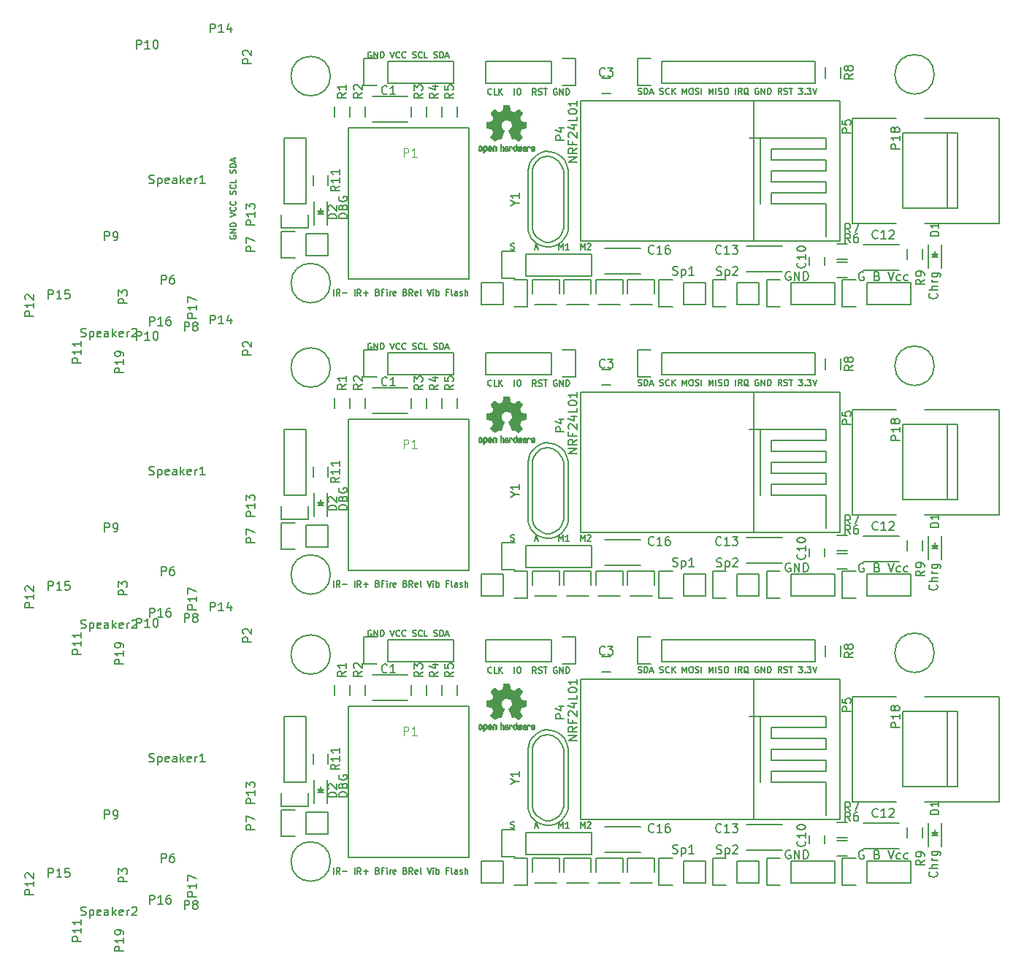
<source format=gto>
G04 #@! TF.FileFunction,Legend,Top*
%FSLAX46Y46*%
G04 Gerber Fmt 4.6, Leading zero omitted, Abs format (unit mm)*
G04 Created by KiCad (PCBNEW 4.0.4-stable) date Sun Nov  6 18:52:19 2016*
%MOMM*%
%LPD*%
G01*
G04 APERTURE LIST*
%ADD10C,0.100000*%
%ADD11C,0.150000*%
%ADD12C,0.010000*%
G04 APERTURE END LIST*
D10*
D11*
X38693467Y-93426800D02*
X38626801Y-93393467D01*
X38526801Y-93393467D01*
X38426801Y-93426800D01*
X38360134Y-93493467D01*
X38326801Y-93560133D01*
X38293467Y-93693467D01*
X38293467Y-93793467D01*
X38326801Y-93926800D01*
X38360134Y-93993467D01*
X38426801Y-94060133D01*
X38526801Y-94093467D01*
X38593467Y-94093467D01*
X38693467Y-94060133D01*
X38726801Y-94026800D01*
X38726801Y-93793467D01*
X38593467Y-93793467D01*
X39026801Y-94093467D02*
X39026801Y-93393467D01*
X39426801Y-94093467D01*
X39426801Y-93393467D01*
X39760134Y-94093467D02*
X39760134Y-93393467D01*
X39926800Y-93393467D01*
X40026800Y-93426800D01*
X40093467Y-93493467D01*
X40126800Y-93560133D01*
X40160134Y-93693467D01*
X40160134Y-93793467D01*
X40126800Y-93926800D01*
X40093467Y-93993467D01*
X40026800Y-94060133D01*
X39926800Y-94093467D01*
X39760134Y-94093467D01*
X40893467Y-93393467D02*
X41126800Y-94093467D01*
X41360133Y-93393467D01*
X41993467Y-94026800D02*
X41960133Y-94060133D01*
X41860133Y-94093467D01*
X41793467Y-94093467D01*
X41693467Y-94060133D01*
X41626800Y-93993467D01*
X41593467Y-93926800D01*
X41560133Y-93793467D01*
X41560133Y-93693467D01*
X41593467Y-93560133D01*
X41626800Y-93493467D01*
X41693467Y-93426800D01*
X41793467Y-93393467D01*
X41860133Y-93393467D01*
X41960133Y-93426800D01*
X41993467Y-93460133D01*
X42693467Y-94026800D02*
X42660133Y-94060133D01*
X42560133Y-94093467D01*
X42493467Y-94093467D01*
X42393467Y-94060133D01*
X42326800Y-93993467D01*
X42293467Y-93926800D01*
X42260133Y-93793467D01*
X42260133Y-93693467D01*
X42293467Y-93560133D01*
X42326800Y-93493467D01*
X42393467Y-93426800D01*
X42493467Y-93393467D01*
X42560133Y-93393467D01*
X42660133Y-93426800D01*
X42693467Y-93460133D01*
X43493466Y-94060133D02*
X43593466Y-94093467D01*
X43760133Y-94093467D01*
X43826800Y-94060133D01*
X43860133Y-94026800D01*
X43893466Y-93960133D01*
X43893466Y-93893467D01*
X43860133Y-93826800D01*
X43826800Y-93793467D01*
X43760133Y-93760133D01*
X43626800Y-93726800D01*
X43560133Y-93693467D01*
X43526800Y-93660133D01*
X43493466Y-93593467D01*
X43493466Y-93526800D01*
X43526800Y-93460133D01*
X43560133Y-93426800D01*
X43626800Y-93393467D01*
X43793466Y-93393467D01*
X43893466Y-93426800D01*
X44593467Y-94026800D02*
X44560133Y-94060133D01*
X44460133Y-94093467D01*
X44393467Y-94093467D01*
X44293467Y-94060133D01*
X44226800Y-93993467D01*
X44193467Y-93926800D01*
X44160133Y-93793467D01*
X44160133Y-93693467D01*
X44193467Y-93560133D01*
X44226800Y-93493467D01*
X44293467Y-93426800D01*
X44393467Y-93393467D01*
X44460133Y-93393467D01*
X44560133Y-93426800D01*
X44593467Y-93460133D01*
X45226800Y-94093467D02*
X44893467Y-94093467D01*
X44893467Y-93393467D01*
X45960133Y-94060133D02*
X46060133Y-94093467D01*
X46226800Y-94093467D01*
X46293467Y-94060133D01*
X46326800Y-94026800D01*
X46360133Y-93960133D01*
X46360133Y-93893467D01*
X46326800Y-93826800D01*
X46293467Y-93793467D01*
X46226800Y-93760133D01*
X46093467Y-93726800D01*
X46026800Y-93693467D01*
X45993467Y-93660133D01*
X45960133Y-93593467D01*
X45960133Y-93526800D01*
X45993467Y-93460133D01*
X46026800Y-93426800D01*
X46093467Y-93393467D01*
X46260133Y-93393467D01*
X46360133Y-93426800D01*
X46660134Y-94093467D02*
X46660134Y-93393467D01*
X46826800Y-93393467D01*
X46926800Y-93426800D01*
X46993467Y-93493467D01*
X47026800Y-93560133D01*
X47060134Y-93693467D01*
X47060134Y-93793467D01*
X47026800Y-93926800D01*
X46993467Y-93993467D01*
X46926800Y-94060133D01*
X46826800Y-94093467D01*
X46660134Y-94093467D01*
X47326800Y-93893467D02*
X47660134Y-93893467D01*
X47260134Y-94093467D02*
X47493467Y-93393467D01*
X47726800Y-94093467D01*
X69642535Y-98276533D02*
X69742535Y-98309867D01*
X69909202Y-98309867D01*
X69975869Y-98276533D01*
X70009202Y-98243200D01*
X70042535Y-98176533D01*
X70042535Y-98109867D01*
X70009202Y-98043200D01*
X69975869Y-98009867D01*
X69909202Y-97976533D01*
X69775869Y-97943200D01*
X69709202Y-97909867D01*
X69675869Y-97876533D01*
X69642535Y-97809867D01*
X69642535Y-97743200D01*
X69675869Y-97676533D01*
X69709202Y-97643200D01*
X69775869Y-97609867D01*
X69942535Y-97609867D01*
X70042535Y-97643200D01*
X70342536Y-98309867D02*
X70342536Y-97609867D01*
X70509202Y-97609867D01*
X70609202Y-97643200D01*
X70675869Y-97709867D01*
X70709202Y-97776533D01*
X70742536Y-97909867D01*
X70742536Y-98009867D01*
X70709202Y-98143200D01*
X70675869Y-98209867D01*
X70609202Y-98276533D01*
X70509202Y-98309867D01*
X70342536Y-98309867D01*
X71009202Y-98109867D02*
X71342536Y-98109867D01*
X70942536Y-98309867D02*
X71175869Y-97609867D01*
X71409202Y-98309867D01*
X72142535Y-98276533D02*
X72242535Y-98309867D01*
X72409202Y-98309867D01*
X72475869Y-98276533D01*
X72509202Y-98243200D01*
X72542535Y-98176533D01*
X72542535Y-98109867D01*
X72509202Y-98043200D01*
X72475869Y-98009867D01*
X72409202Y-97976533D01*
X72275869Y-97943200D01*
X72209202Y-97909867D01*
X72175869Y-97876533D01*
X72142535Y-97809867D01*
X72142535Y-97743200D01*
X72175869Y-97676533D01*
X72209202Y-97643200D01*
X72275869Y-97609867D01*
X72442535Y-97609867D01*
X72542535Y-97643200D01*
X73242536Y-98243200D02*
X73209202Y-98276533D01*
X73109202Y-98309867D01*
X73042536Y-98309867D01*
X72942536Y-98276533D01*
X72875869Y-98209867D01*
X72842536Y-98143200D01*
X72809202Y-98009867D01*
X72809202Y-97909867D01*
X72842536Y-97776533D01*
X72875869Y-97709867D01*
X72942536Y-97643200D01*
X73042536Y-97609867D01*
X73109202Y-97609867D01*
X73209202Y-97643200D01*
X73242536Y-97676533D01*
X73542536Y-98309867D02*
X73542536Y-97609867D01*
X73942536Y-98309867D02*
X73642536Y-97909867D01*
X73942536Y-97609867D02*
X73542536Y-98009867D01*
X74775869Y-98309867D02*
X74775869Y-97609867D01*
X75009202Y-98109867D01*
X75242535Y-97609867D01*
X75242535Y-98309867D01*
X75709202Y-97609867D02*
X75842535Y-97609867D01*
X75909202Y-97643200D01*
X75975869Y-97709867D01*
X76009202Y-97843200D01*
X76009202Y-98076533D01*
X75975869Y-98209867D01*
X75909202Y-98276533D01*
X75842535Y-98309867D01*
X75709202Y-98309867D01*
X75642535Y-98276533D01*
X75575869Y-98209867D01*
X75542535Y-98076533D01*
X75542535Y-97843200D01*
X75575869Y-97709867D01*
X75642535Y-97643200D01*
X75709202Y-97609867D01*
X76275868Y-98276533D02*
X76375868Y-98309867D01*
X76542535Y-98309867D01*
X76609202Y-98276533D01*
X76642535Y-98243200D01*
X76675868Y-98176533D01*
X76675868Y-98109867D01*
X76642535Y-98043200D01*
X76609202Y-98009867D01*
X76542535Y-97976533D01*
X76409202Y-97943200D01*
X76342535Y-97909867D01*
X76309202Y-97876533D01*
X76275868Y-97809867D01*
X76275868Y-97743200D01*
X76309202Y-97676533D01*
X76342535Y-97643200D01*
X76409202Y-97609867D01*
X76575868Y-97609867D01*
X76675868Y-97643200D01*
X76975869Y-98309867D02*
X76975869Y-97609867D01*
X77842535Y-98309867D02*
X77842535Y-97609867D01*
X78075868Y-98109867D01*
X78309201Y-97609867D01*
X78309201Y-98309867D01*
X78642535Y-98309867D02*
X78642535Y-97609867D01*
X78942534Y-98276533D02*
X79042534Y-98309867D01*
X79209201Y-98309867D01*
X79275868Y-98276533D01*
X79309201Y-98243200D01*
X79342534Y-98176533D01*
X79342534Y-98109867D01*
X79309201Y-98043200D01*
X79275868Y-98009867D01*
X79209201Y-97976533D01*
X79075868Y-97943200D01*
X79009201Y-97909867D01*
X78975868Y-97876533D01*
X78942534Y-97809867D01*
X78942534Y-97743200D01*
X78975868Y-97676533D01*
X79009201Y-97643200D01*
X79075868Y-97609867D01*
X79242534Y-97609867D01*
X79342534Y-97643200D01*
X79775868Y-97609867D02*
X79909201Y-97609867D01*
X79975868Y-97643200D01*
X80042535Y-97709867D01*
X80075868Y-97843200D01*
X80075868Y-98076533D01*
X80042535Y-98209867D01*
X79975868Y-98276533D01*
X79909201Y-98309867D01*
X79775868Y-98309867D01*
X79709201Y-98276533D01*
X79642535Y-98209867D01*
X79609201Y-98076533D01*
X79609201Y-97843200D01*
X79642535Y-97709867D01*
X79709201Y-97643200D01*
X79775868Y-97609867D01*
X80909201Y-98309867D02*
X80909201Y-97609867D01*
X81642534Y-98309867D02*
X81409200Y-97976533D01*
X81242534Y-98309867D02*
X81242534Y-97609867D01*
X81509200Y-97609867D01*
X81575867Y-97643200D01*
X81609200Y-97676533D01*
X81642534Y-97743200D01*
X81642534Y-97843200D01*
X81609200Y-97909867D01*
X81575867Y-97943200D01*
X81509200Y-97976533D01*
X81242534Y-97976533D01*
X82409200Y-98376533D02*
X82342534Y-98343200D01*
X82275867Y-98276533D01*
X82175867Y-98176533D01*
X82109200Y-98143200D01*
X82042534Y-98143200D01*
X82075867Y-98309867D02*
X82009200Y-98276533D01*
X81942534Y-98209867D01*
X81909200Y-98076533D01*
X81909200Y-97843200D01*
X81942534Y-97709867D01*
X82009200Y-97643200D01*
X82075867Y-97609867D01*
X82209200Y-97609867D01*
X82275867Y-97643200D01*
X82342534Y-97709867D01*
X82375867Y-97843200D01*
X82375867Y-98076533D01*
X82342534Y-98209867D01*
X82275867Y-98276533D01*
X82209200Y-98309867D01*
X82075867Y-98309867D01*
X83575866Y-97643200D02*
X83509200Y-97609867D01*
X83409200Y-97609867D01*
X83309200Y-97643200D01*
X83242533Y-97709867D01*
X83209200Y-97776533D01*
X83175866Y-97909867D01*
X83175866Y-98009867D01*
X83209200Y-98143200D01*
X83242533Y-98209867D01*
X83309200Y-98276533D01*
X83409200Y-98309867D01*
X83475866Y-98309867D01*
X83575866Y-98276533D01*
X83609200Y-98243200D01*
X83609200Y-98009867D01*
X83475866Y-98009867D01*
X83909200Y-98309867D02*
X83909200Y-97609867D01*
X84309200Y-98309867D01*
X84309200Y-97609867D01*
X84642533Y-98309867D02*
X84642533Y-97609867D01*
X84809199Y-97609867D01*
X84909199Y-97643200D01*
X84975866Y-97709867D01*
X85009199Y-97776533D01*
X85042533Y-97909867D01*
X85042533Y-98009867D01*
X85009199Y-98143200D01*
X84975866Y-98209867D01*
X84909199Y-98276533D01*
X84809199Y-98309867D01*
X84642533Y-98309867D01*
X86275866Y-98309867D02*
X86042532Y-97976533D01*
X85875866Y-98309867D02*
X85875866Y-97609867D01*
X86142532Y-97609867D01*
X86209199Y-97643200D01*
X86242532Y-97676533D01*
X86275866Y-97743200D01*
X86275866Y-97843200D01*
X86242532Y-97909867D01*
X86209199Y-97943200D01*
X86142532Y-97976533D01*
X85875866Y-97976533D01*
X86542532Y-98276533D02*
X86642532Y-98309867D01*
X86809199Y-98309867D01*
X86875866Y-98276533D01*
X86909199Y-98243200D01*
X86942532Y-98176533D01*
X86942532Y-98109867D01*
X86909199Y-98043200D01*
X86875866Y-98009867D01*
X86809199Y-97976533D01*
X86675866Y-97943200D01*
X86609199Y-97909867D01*
X86575866Y-97876533D01*
X86542532Y-97809867D01*
X86542532Y-97743200D01*
X86575866Y-97676533D01*
X86609199Y-97643200D01*
X86675866Y-97609867D01*
X86842532Y-97609867D01*
X86942532Y-97643200D01*
X87142533Y-97609867D02*
X87542533Y-97609867D01*
X87342533Y-98309867D02*
X87342533Y-97609867D01*
X88242532Y-97609867D02*
X88675865Y-97609867D01*
X88442532Y-97876533D01*
X88542532Y-97876533D01*
X88609199Y-97909867D01*
X88642532Y-97943200D01*
X88675865Y-98009867D01*
X88675865Y-98176533D01*
X88642532Y-98243200D01*
X88609199Y-98276533D01*
X88542532Y-98309867D01*
X88342532Y-98309867D01*
X88275865Y-98276533D01*
X88242532Y-98243200D01*
X88975866Y-98243200D02*
X89009199Y-98276533D01*
X88975866Y-98309867D01*
X88942532Y-98276533D01*
X88975866Y-98243200D01*
X88975866Y-98309867D01*
X89242532Y-97609867D02*
X89675865Y-97609867D01*
X89442532Y-97876533D01*
X89542532Y-97876533D01*
X89609199Y-97909867D01*
X89642532Y-97943200D01*
X89675865Y-98009867D01*
X89675865Y-98176533D01*
X89642532Y-98243200D01*
X89609199Y-98276533D01*
X89542532Y-98309867D01*
X89342532Y-98309867D01*
X89275865Y-98276533D01*
X89242532Y-98243200D01*
X89875866Y-97609867D02*
X90109199Y-98309867D01*
X90342532Y-97609867D01*
X34333869Y-121652467D02*
X34333869Y-120952467D01*
X35067202Y-121652467D02*
X34833868Y-121319133D01*
X34667202Y-121652467D02*
X34667202Y-120952467D01*
X34933868Y-120952467D01*
X35000535Y-120985800D01*
X35033868Y-121019133D01*
X35067202Y-121085800D01*
X35067202Y-121185800D01*
X35033868Y-121252467D01*
X35000535Y-121285800D01*
X34933868Y-121319133D01*
X34667202Y-121319133D01*
X35367202Y-121385800D02*
X35900535Y-121385800D01*
X36767202Y-121652467D02*
X36767202Y-120952467D01*
X37500535Y-121652467D02*
X37267201Y-121319133D01*
X37100535Y-121652467D02*
X37100535Y-120952467D01*
X37367201Y-120952467D01*
X37433868Y-120985800D01*
X37467201Y-121019133D01*
X37500535Y-121085800D01*
X37500535Y-121185800D01*
X37467201Y-121252467D01*
X37433868Y-121285800D01*
X37367201Y-121319133D01*
X37100535Y-121319133D01*
X37800535Y-121385800D02*
X38333868Y-121385800D01*
X38067201Y-121652467D02*
X38067201Y-121119133D01*
X39433868Y-121285800D02*
X39533868Y-121319133D01*
X39567201Y-121352467D01*
X39600535Y-121419133D01*
X39600535Y-121519133D01*
X39567201Y-121585800D01*
X39533868Y-121619133D01*
X39467201Y-121652467D01*
X39200535Y-121652467D01*
X39200535Y-120952467D01*
X39433868Y-120952467D01*
X39500535Y-120985800D01*
X39533868Y-121019133D01*
X39567201Y-121085800D01*
X39567201Y-121152467D01*
X39533868Y-121219133D01*
X39500535Y-121252467D01*
X39433868Y-121285800D01*
X39200535Y-121285800D01*
X40133868Y-121285800D02*
X39900535Y-121285800D01*
X39900535Y-121652467D02*
X39900535Y-120952467D01*
X40233868Y-120952467D01*
X40500535Y-121652467D02*
X40500535Y-121185800D01*
X40500535Y-120952467D02*
X40467201Y-120985800D01*
X40500535Y-121019133D01*
X40533868Y-120985800D01*
X40500535Y-120952467D01*
X40500535Y-121019133D01*
X40833868Y-121652467D02*
X40833868Y-121185800D01*
X40833868Y-121319133D02*
X40867201Y-121252467D01*
X40900534Y-121219133D01*
X40967201Y-121185800D01*
X41033868Y-121185800D01*
X41533867Y-121619133D02*
X41467201Y-121652467D01*
X41333867Y-121652467D01*
X41267201Y-121619133D01*
X41233867Y-121552467D01*
X41233867Y-121285800D01*
X41267201Y-121219133D01*
X41333867Y-121185800D01*
X41467201Y-121185800D01*
X41533867Y-121219133D01*
X41567201Y-121285800D01*
X41567201Y-121352467D01*
X41233867Y-121419133D01*
X42633867Y-121285800D02*
X42733867Y-121319133D01*
X42767200Y-121352467D01*
X42800534Y-121419133D01*
X42800534Y-121519133D01*
X42767200Y-121585800D01*
X42733867Y-121619133D01*
X42667200Y-121652467D01*
X42400534Y-121652467D01*
X42400534Y-120952467D01*
X42633867Y-120952467D01*
X42700534Y-120985800D01*
X42733867Y-121019133D01*
X42767200Y-121085800D01*
X42767200Y-121152467D01*
X42733867Y-121219133D01*
X42700534Y-121252467D01*
X42633867Y-121285800D01*
X42400534Y-121285800D01*
X43500534Y-121652467D02*
X43267200Y-121319133D01*
X43100534Y-121652467D02*
X43100534Y-120952467D01*
X43367200Y-120952467D01*
X43433867Y-120985800D01*
X43467200Y-121019133D01*
X43500534Y-121085800D01*
X43500534Y-121185800D01*
X43467200Y-121252467D01*
X43433867Y-121285800D01*
X43367200Y-121319133D01*
X43100534Y-121319133D01*
X44067200Y-121619133D02*
X44000534Y-121652467D01*
X43867200Y-121652467D01*
X43800534Y-121619133D01*
X43767200Y-121552467D01*
X43767200Y-121285800D01*
X43800534Y-121219133D01*
X43867200Y-121185800D01*
X44000534Y-121185800D01*
X44067200Y-121219133D01*
X44100534Y-121285800D01*
X44100534Y-121352467D01*
X43767200Y-121419133D01*
X44500534Y-121652467D02*
X44433867Y-121619133D01*
X44400534Y-121552467D01*
X44400534Y-120952467D01*
X45200534Y-120952467D02*
X45433867Y-121652467D01*
X45667200Y-120952467D01*
X45900534Y-121652467D02*
X45900534Y-121185800D01*
X45900534Y-120952467D02*
X45867200Y-120985800D01*
X45900534Y-121019133D01*
X45933867Y-120985800D01*
X45900534Y-120952467D01*
X45900534Y-121019133D01*
X46233867Y-121652467D02*
X46233867Y-120952467D01*
X46233867Y-121219133D02*
X46300533Y-121185800D01*
X46433867Y-121185800D01*
X46500533Y-121219133D01*
X46533867Y-121252467D01*
X46567200Y-121319133D01*
X46567200Y-121519133D01*
X46533867Y-121585800D01*
X46500533Y-121619133D01*
X46433867Y-121652467D01*
X46300533Y-121652467D01*
X46233867Y-121619133D01*
X47633866Y-121285800D02*
X47400533Y-121285800D01*
X47400533Y-121652467D02*
X47400533Y-120952467D01*
X47733866Y-120952467D01*
X48100533Y-121652467D02*
X48033866Y-121619133D01*
X48000533Y-121552467D01*
X48000533Y-120952467D01*
X48667200Y-121652467D02*
X48667200Y-121285800D01*
X48633866Y-121219133D01*
X48567200Y-121185800D01*
X48433866Y-121185800D01*
X48367200Y-121219133D01*
X48667200Y-121619133D02*
X48600533Y-121652467D01*
X48433866Y-121652467D01*
X48367200Y-121619133D01*
X48333866Y-121552467D01*
X48333866Y-121485800D01*
X48367200Y-121419133D01*
X48433866Y-121385800D01*
X48600533Y-121385800D01*
X48667200Y-121352467D01*
X48967199Y-121619133D02*
X49033866Y-121652467D01*
X49167199Y-121652467D01*
X49233866Y-121619133D01*
X49267199Y-121552467D01*
X49267199Y-121519133D01*
X49233866Y-121452467D01*
X49167199Y-121419133D01*
X49067199Y-121419133D01*
X49000533Y-121385800D01*
X48967199Y-121319133D01*
X48967199Y-121285800D01*
X49000533Y-121219133D01*
X49067199Y-121185800D01*
X49167199Y-121185800D01*
X49233866Y-121219133D01*
X49567200Y-121652467D02*
X49567200Y-120952467D01*
X49867200Y-121652467D02*
X49867200Y-121285800D01*
X49833866Y-121219133D01*
X49767200Y-121185800D01*
X49667200Y-121185800D01*
X49600533Y-121219133D01*
X49567200Y-121252467D01*
X54878868Y-116285133D02*
X54978868Y-116318467D01*
X55145535Y-116318467D01*
X55212202Y-116285133D01*
X55245535Y-116251800D01*
X55278868Y-116185133D01*
X55278868Y-116118467D01*
X55245535Y-116051800D01*
X55212202Y-116018467D01*
X55145535Y-115985133D01*
X55012202Y-115951800D01*
X54945535Y-115918467D01*
X54912202Y-115885133D01*
X54878868Y-115818467D01*
X54878868Y-115751800D01*
X54912202Y-115685133D01*
X54945535Y-115651800D01*
X55012202Y-115618467D01*
X55178868Y-115618467D01*
X55278868Y-115651800D01*
X57678867Y-116118467D02*
X58012201Y-116118467D01*
X57612201Y-116318467D02*
X57845534Y-115618467D01*
X58078867Y-116318467D01*
X60445533Y-116318467D02*
X60445533Y-115618467D01*
X60678866Y-116118467D01*
X60912199Y-115618467D01*
X60912199Y-116318467D01*
X61612199Y-116318467D02*
X61212199Y-116318467D01*
X61412199Y-116318467D02*
X61412199Y-115618467D01*
X61345533Y-115718467D01*
X61278866Y-115785133D01*
X61212199Y-115818467D01*
X62978866Y-116318467D02*
X62978866Y-115618467D01*
X63212199Y-116118467D01*
X63445532Y-115618467D01*
X63445532Y-116318467D01*
X63745532Y-115685133D02*
X63778866Y-115651800D01*
X63845532Y-115618467D01*
X64012199Y-115618467D01*
X64078866Y-115651800D01*
X64112199Y-115685133D01*
X64145532Y-115751800D01*
X64145532Y-115818467D01*
X64112199Y-115918467D01*
X63712199Y-116318467D01*
X64145532Y-116318467D01*
X78744914Y-119276762D02*
X78887771Y-119324381D01*
X79125867Y-119324381D01*
X79221105Y-119276762D01*
X79268724Y-119229143D01*
X79316343Y-119133905D01*
X79316343Y-119038667D01*
X79268724Y-118943429D01*
X79221105Y-118895810D01*
X79125867Y-118848190D01*
X78935390Y-118800571D01*
X78840152Y-118752952D01*
X78792533Y-118705333D01*
X78744914Y-118610095D01*
X78744914Y-118514857D01*
X78792533Y-118419619D01*
X78840152Y-118372000D01*
X78935390Y-118324381D01*
X79173486Y-118324381D01*
X79316343Y-118372000D01*
X79744914Y-118657714D02*
X79744914Y-119657714D01*
X79744914Y-118705333D02*
X79840152Y-118657714D01*
X80030629Y-118657714D01*
X80125867Y-118705333D01*
X80173486Y-118752952D01*
X80221105Y-118848190D01*
X80221105Y-119133905D01*
X80173486Y-119229143D01*
X80125867Y-119276762D01*
X80030629Y-119324381D01*
X79840152Y-119324381D01*
X79744914Y-119276762D01*
X80602057Y-118419619D02*
X80649676Y-118372000D01*
X80744914Y-118324381D01*
X80983010Y-118324381D01*
X81078248Y-118372000D01*
X81125867Y-118419619D01*
X81173486Y-118514857D01*
X81173486Y-118610095D01*
X81125867Y-118752952D01*
X80554438Y-119324381D01*
X81173486Y-119324381D01*
X73664914Y-119225962D02*
X73807771Y-119273581D01*
X74045867Y-119273581D01*
X74141105Y-119225962D01*
X74188724Y-119178343D01*
X74236343Y-119083105D01*
X74236343Y-118987867D01*
X74188724Y-118892629D01*
X74141105Y-118845010D01*
X74045867Y-118797390D01*
X73855390Y-118749771D01*
X73760152Y-118702152D01*
X73712533Y-118654533D01*
X73664914Y-118559295D01*
X73664914Y-118464057D01*
X73712533Y-118368819D01*
X73760152Y-118321200D01*
X73855390Y-118273581D01*
X74093486Y-118273581D01*
X74236343Y-118321200D01*
X74664914Y-118606914D02*
X74664914Y-119606914D01*
X74664914Y-118654533D02*
X74760152Y-118606914D01*
X74950629Y-118606914D01*
X75045867Y-118654533D01*
X75093486Y-118702152D01*
X75141105Y-118797390D01*
X75141105Y-119083105D01*
X75093486Y-119178343D01*
X75045867Y-119225962D01*
X74950629Y-119273581D01*
X74760152Y-119273581D01*
X74664914Y-119225962D01*
X76093486Y-119273581D02*
X75522057Y-119273581D01*
X75807771Y-119273581D02*
X75807771Y-118273581D01*
X75712533Y-118416438D01*
X75617295Y-118511676D01*
X75522057Y-118559295D01*
X52646802Y-98294000D02*
X52613468Y-98327333D01*
X52513468Y-98360667D01*
X52446802Y-98360667D01*
X52346802Y-98327333D01*
X52280135Y-98260667D01*
X52246802Y-98194000D01*
X52213468Y-98060667D01*
X52213468Y-97960667D01*
X52246802Y-97827333D01*
X52280135Y-97760667D01*
X52346802Y-97694000D01*
X52446802Y-97660667D01*
X52513468Y-97660667D01*
X52613468Y-97694000D01*
X52646802Y-97727333D01*
X53280135Y-98360667D02*
X52946802Y-98360667D01*
X52946802Y-97660667D01*
X53513469Y-98360667D02*
X53513469Y-97660667D01*
X53913469Y-98360667D02*
X53613469Y-97960667D01*
X53913469Y-97660667D02*
X53513469Y-98060667D01*
X55280135Y-98360667D02*
X55280135Y-97660667D01*
X55746801Y-97660667D02*
X55880134Y-97660667D01*
X55946801Y-97694000D01*
X56013468Y-97760667D01*
X56046801Y-97894000D01*
X56046801Y-98127333D01*
X56013468Y-98260667D01*
X55946801Y-98327333D01*
X55880134Y-98360667D01*
X55746801Y-98360667D01*
X55680134Y-98327333D01*
X55613468Y-98260667D01*
X55580134Y-98127333D01*
X55580134Y-97894000D01*
X55613468Y-97760667D01*
X55680134Y-97694000D01*
X55746801Y-97660667D01*
X57813467Y-98360667D02*
X57580133Y-98027333D01*
X57413467Y-98360667D02*
X57413467Y-97660667D01*
X57680133Y-97660667D01*
X57746800Y-97694000D01*
X57780133Y-97727333D01*
X57813467Y-97794000D01*
X57813467Y-97894000D01*
X57780133Y-97960667D01*
X57746800Y-97994000D01*
X57680133Y-98027333D01*
X57413467Y-98027333D01*
X58080133Y-98327333D02*
X58180133Y-98360667D01*
X58346800Y-98360667D01*
X58413467Y-98327333D01*
X58446800Y-98294000D01*
X58480133Y-98227333D01*
X58480133Y-98160667D01*
X58446800Y-98094000D01*
X58413467Y-98060667D01*
X58346800Y-98027333D01*
X58213467Y-97994000D01*
X58146800Y-97960667D01*
X58113467Y-97927333D01*
X58080133Y-97860667D01*
X58080133Y-97794000D01*
X58113467Y-97727333D01*
X58146800Y-97694000D01*
X58213467Y-97660667D01*
X58380133Y-97660667D01*
X58480133Y-97694000D01*
X58680134Y-97660667D02*
X59080134Y-97660667D01*
X58880134Y-98360667D02*
X58880134Y-97660667D01*
X60213466Y-97694000D02*
X60146800Y-97660667D01*
X60046800Y-97660667D01*
X59946800Y-97694000D01*
X59880133Y-97760667D01*
X59846800Y-97827333D01*
X59813466Y-97960667D01*
X59813466Y-98060667D01*
X59846800Y-98194000D01*
X59880133Y-98260667D01*
X59946800Y-98327333D01*
X60046800Y-98360667D01*
X60113466Y-98360667D01*
X60213466Y-98327333D01*
X60246800Y-98294000D01*
X60246800Y-98060667D01*
X60113466Y-98060667D01*
X60546800Y-98360667D02*
X60546800Y-97660667D01*
X60946800Y-98360667D01*
X60946800Y-97660667D01*
X61280133Y-98360667D02*
X61280133Y-97660667D01*
X61446799Y-97660667D01*
X61546799Y-97694000D01*
X61613466Y-97760667D01*
X61646799Y-97827333D01*
X61680133Y-97960667D01*
X61680133Y-98060667D01*
X61646799Y-98194000D01*
X61613466Y-98260667D01*
X61546799Y-98327333D01*
X61446799Y-98360667D01*
X61280133Y-98360667D01*
X52646802Y-65020000D02*
X52613468Y-65053333D01*
X52513468Y-65086667D01*
X52446802Y-65086667D01*
X52346802Y-65053333D01*
X52280135Y-64986667D01*
X52246802Y-64920000D01*
X52213468Y-64786667D01*
X52213468Y-64686667D01*
X52246802Y-64553333D01*
X52280135Y-64486667D01*
X52346802Y-64420000D01*
X52446802Y-64386667D01*
X52513468Y-64386667D01*
X52613468Y-64420000D01*
X52646802Y-64453333D01*
X53280135Y-65086667D02*
X52946802Y-65086667D01*
X52946802Y-64386667D01*
X53513469Y-65086667D02*
X53513469Y-64386667D01*
X53913469Y-65086667D02*
X53613469Y-64686667D01*
X53913469Y-64386667D02*
X53513469Y-64786667D01*
X55280135Y-65086667D02*
X55280135Y-64386667D01*
X55746801Y-64386667D02*
X55880134Y-64386667D01*
X55946801Y-64420000D01*
X56013468Y-64486667D01*
X56046801Y-64620000D01*
X56046801Y-64853333D01*
X56013468Y-64986667D01*
X55946801Y-65053333D01*
X55880134Y-65086667D01*
X55746801Y-65086667D01*
X55680134Y-65053333D01*
X55613468Y-64986667D01*
X55580134Y-64853333D01*
X55580134Y-64620000D01*
X55613468Y-64486667D01*
X55680134Y-64420000D01*
X55746801Y-64386667D01*
X57813467Y-65086667D02*
X57580133Y-64753333D01*
X57413467Y-65086667D02*
X57413467Y-64386667D01*
X57680133Y-64386667D01*
X57746800Y-64420000D01*
X57780133Y-64453333D01*
X57813467Y-64520000D01*
X57813467Y-64620000D01*
X57780133Y-64686667D01*
X57746800Y-64720000D01*
X57680133Y-64753333D01*
X57413467Y-64753333D01*
X58080133Y-65053333D02*
X58180133Y-65086667D01*
X58346800Y-65086667D01*
X58413467Y-65053333D01*
X58446800Y-65020000D01*
X58480133Y-64953333D01*
X58480133Y-64886667D01*
X58446800Y-64820000D01*
X58413467Y-64786667D01*
X58346800Y-64753333D01*
X58213467Y-64720000D01*
X58146800Y-64686667D01*
X58113467Y-64653333D01*
X58080133Y-64586667D01*
X58080133Y-64520000D01*
X58113467Y-64453333D01*
X58146800Y-64420000D01*
X58213467Y-64386667D01*
X58380133Y-64386667D01*
X58480133Y-64420000D01*
X58680134Y-64386667D02*
X59080134Y-64386667D01*
X58880134Y-65086667D02*
X58880134Y-64386667D01*
X60213466Y-64420000D02*
X60146800Y-64386667D01*
X60046800Y-64386667D01*
X59946800Y-64420000D01*
X59880133Y-64486667D01*
X59846800Y-64553333D01*
X59813466Y-64686667D01*
X59813466Y-64786667D01*
X59846800Y-64920000D01*
X59880133Y-64986667D01*
X59946800Y-65053333D01*
X60046800Y-65086667D01*
X60113466Y-65086667D01*
X60213466Y-65053333D01*
X60246800Y-65020000D01*
X60246800Y-64786667D01*
X60113466Y-64786667D01*
X60546800Y-65086667D02*
X60546800Y-64386667D01*
X60946800Y-65086667D01*
X60946800Y-64386667D01*
X61280133Y-65086667D02*
X61280133Y-64386667D01*
X61446799Y-64386667D01*
X61546799Y-64420000D01*
X61613466Y-64486667D01*
X61646799Y-64553333D01*
X61680133Y-64686667D01*
X61680133Y-64786667D01*
X61646799Y-64920000D01*
X61613466Y-64986667D01*
X61546799Y-65053333D01*
X61446799Y-65086667D01*
X61280133Y-65086667D01*
X73664914Y-85951962D02*
X73807771Y-85999581D01*
X74045867Y-85999581D01*
X74141105Y-85951962D01*
X74188724Y-85904343D01*
X74236343Y-85809105D01*
X74236343Y-85713867D01*
X74188724Y-85618629D01*
X74141105Y-85571010D01*
X74045867Y-85523390D01*
X73855390Y-85475771D01*
X73760152Y-85428152D01*
X73712533Y-85380533D01*
X73664914Y-85285295D01*
X73664914Y-85190057D01*
X73712533Y-85094819D01*
X73760152Y-85047200D01*
X73855390Y-84999581D01*
X74093486Y-84999581D01*
X74236343Y-85047200D01*
X74664914Y-85332914D02*
X74664914Y-86332914D01*
X74664914Y-85380533D02*
X74760152Y-85332914D01*
X74950629Y-85332914D01*
X75045867Y-85380533D01*
X75093486Y-85428152D01*
X75141105Y-85523390D01*
X75141105Y-85809105D01*
X75093486Y-85904343D01*
X75045867Y-85951962D01*
X74950629Y-85999581D01*
X74760152Y-85999581D01*
X74664914Y-85951962D01*
X76093486Y-85999581D02*
X75522057Y-85999581D01*
X75807771Y-85999581D02*
X75807771Y-84999581D01*
X75712533Y-85142438D01*
X75617295Y-85237676D01*
X75522057Y-85285295D01*
X78744914Y-86002762D02*
X78887771Y-86050381D01*
X79125867Y-86050381D01*
X79221105Y-86002762D01*
X79268724Y-85955143D01*
X79316343Y-85859905D01*
X79316343Y-85764667D01*
X79268724Y-85669429D01*
X79221105Y-85621810D01*
X79125867Y-85574190D01*
X78935390Y-85526571D01*
X78840152Y-85478952D01*
X78792533Y-85431333D01*
X78744914Y-85336095D01*
X78744914Y-85240857D01*
X78792533Y-85145619D01*
X78840152Y-85098000D01*
X78935390Y-85050381D01*
X79173486Y-85050381D01*
X79316343Y-85098000D01*
X79744914Y-85383714D02*
X79744914Y-86383714D01*
X79744914Y-85431333D02*
X79840152Y-85383714D01*
X80030629Y-85383714D01*
X80125867Y-85431333D01*
X80173486Y-85478952D01*
X80221105Y-85574190D01*
X80221105Y-85859905D01*
X80173486Y-85955143D01*
X80125867Y-86002762D01*
X80030629Y-86050381D01*
X79840152Y-86050381D01*
X79744914Y-86002762D01*
X80602057Y-85145619D02*
X80649676Y-85098000D01*
X80744914Y-85050381D01*
X80983010Y-85050381D01*
X81078248Y-85098000D01*
X81125867Y-85145619D01*
X81173486Y-85240857D01*
X81173486Y-85336095D01*
X81125867Y-85478952D01*
X80554438Y-86050381D01*
X81173486Y-86050381D01*
X54878868Y-83011133D02*
X54978868Y-83044467D01*
X55145535Y-83044467D01*
X55212202Y-83011133D01*
X55245535Y-82977800D01*
X55278868Y-82911133D01*
X55278868Y-82844467D01*
X55245535Y-82777800D01*
X55212202Y-82744467D01*
X55145535Y-82711133D01*
X55012202Y-82677800D01*
X54945535Y-82644467D01*
X54912202Y-82611133D01*
X54878868Y-82544467D01*
X54878868Y-82477800D01*
X54912202Y-82411133D01*
X54945535Y-82377800D01*
X55012202Y-82344467D01*
X55178868Y-82344467D01*
X55278868Y-82377800D01*
X57678867Y-82844467D02*
X58012201Y-82844467D01*
X57612201Y-83044467D02*
X57845534Y-82344467D01*
X58078867Y-83044467D01*
X60445533Y-83044467D02*
X60445533Y-82344467D01*
X60678866Y-82844467D01*
X60912199Y-82344467D01*
X60912199Y-83044467D01*
X61612199Y-83044467D02*
X61212199Y-83044467D01*
X61412199Y-83044467D02*
X61412199Y-82344467D01*
X61345533Y-82444467D01*
X61278866Y-82511133D01*
X61212199Y-82544467D01*
X62978866Y-83044467D02*
X62978866Y-82344467D01*
X63212199Y-82844467D01*
X63445532Y-82344467D01*
X63445532Y-83044467D01*
X63745532Y-82411133D02*
X63778866Y-82377800D01*
X63845532Y-82344467D01*
X64012199Y-82344467D01*
X64078866Y-82377800D01*
X64112199Y-82411133D01*
X64145532Y-82477800D01*
X64145532Y-82544467D01*
X64112199Y-82644467D01*
X63712199Y-83044467D01*
X64145532Y-83044467D01*
X34333869Y-88378467D02*
X34333869Y-87678467D01*
X35067202Y-88378467D02*
X34833868Y-88045133D01*
X34667202Y-88378467D02*
X34667202Y-87678467D01*
X34933868Y-87678467D01*
X35000535Y-87711800D01*
X35033868Y-87745133D01*
X35067202Y-87811800D01*
X35067202Y-87911800D01*
X35033868Y-87978467D01*
X35000535Y-88011800D01*
X34933868Y-88045133D01*
X34667202Y-88045133D01*
X35367202Y-88111800D02*
X35900535Y-88111800D01*
X36767202Y-88378467D02*
X36767202Y-87678467D01*
X37500535Y-88378467D02*
X37267201Y-88045133D01*
X37100535Y-88378467D02*
X37100535Y-87678467D01*
X37367201Y-87678467D01*
X37433868Y-87711800D01*
X37467201Y-87745133D01*
X37500535Y-87811800D01*
X37500535Y-87911800D01*
X37467201Y-87978467D01*
X37433868Y-88011800D01*
X37367201Y-88045133D01*
X37100535Y-88045133D01*
X37800535Y-88111800D02*
X38333868Y-88111800D01*
X38067201Y-88378467D02*
X38067201Y-87845133D01*
X39433868Y-88011800D02*
X39533868Y-88045133D01*
X39567201Y-88078467D01*
X39600535Y-88145133D01*
X39600535Y-88245133D01*
X39567201Y-88311800D01*
X39533868Y-88345133D01*
X39467201Y-88378467D01*
X39200535Y-88378467D01*
X39200535Y-87678467D01*
X39433868Y-87678467D01*
X39500535Y-87711800D01*
X39533868Y-87745133D01*
X39567201Y-87811800D01*
X39567201Y-87878467D01*
X39533868Y-87945133D01*
X39500535Y-87978467D01*
X39433868Y-88011800D01*
X39200535Y-88011800D01*
X40133868Y-88011800D02*
X39900535Y-88011800D01*
X39900535Y-88378467D02*
X39900535Y-87678467D01*
X40233868Y-87678467D01*
X40500535Y-88378467D02*
X40500535Y-87911800D01*
X40500535Y-87678467D02*
X40467201Y-87711800D01*
X40500535Y-87745133D01*
X40533868Y-87711800D01*
X40500535Y-87678467D01*
X40500535Y-87745133D01*
X40833868Y-88378467D02*
X40833868Y-87911800D01*
X40833868Y-88045133D02*
X40867201Y-87978467D01*
X40900534Y-87945133D01*
X40967201Y-87911800D01*
X41033868Y-87911800D01*
X41533867Y-88345133D02*
X41467201Y-88378467D01*
X41333867Y-88378467D01*
X41267201Y-88345133D01*
X41233867Y-88278467D01*
X41233867Y-88011800D01*
X41267201Y-87945133D01*
X41333867Y-87911800D01*
X41467201Y-87911800D01*
X41533867Y-87945133D01*
X41567201Y-88011800D01*
X41567201Y-88078467D01*
X41233867Y-88145133D01*
X42633867Y-88011800D02*
X42733867Y-88045133D01*
X42767200Y-88078467D01*
X42800534Y-88145133D01*
X42800534Y-88245133D01*
X42767200Y-88311800D01*
X42733867Y-88345133D01*
X42667200Y-88378467D01*
X42400534Y-88378467D01*
X42400534Y-87678467D01*
X42633867Y-87678467D01*
X42700534Y-87711800D01*
X42733867Y-87745133D01*
X42767200Y-87811800D01*
X42767200Y-87878467D01*
X42733867Y-87945133D01*
X42700534Y-87978467D01*
X42633867Y-88011800D01*
X42400534Y-88011800D01*
X43500534Y-88378467D02*
X43267200Y-88045133D01*
X43100534Y-88378467D02*
X43100534Y-87678467D01*
X43367200Y-87678467D01*
X43433867Y-87711800D01*
X43467200Y-87745133D01*
X43500534Y-87811800D01*
X43500534Y-87911800D01*
X43467200Y-87978467D01*
X43433867Y-88011800D01*
X43367200Y-88045133D01*
X43100534Y-88045133D01*
X44067200Y-88345133D02*
X44000534Y-88378467D01*
X43867200Y-88378467D01*
X43800534Y-88345133D01*
X43767200Y-88278467D01*
X43767200Y-88011800D01*
X43800534Y-87945133D01*
X43867200Y-87911800D01*
X44000534Y-87911800D01*
X44067200Y-87945133D01*
X44100534Y-88011800D01*
X44100534Y-88078467D01*
X43767200Y-88145133D01*
X44500534Y-88378467D02*
X44433867Y-88345133D01*
X44400534Y-88278467D01*
X44400534Y-87678467D01*
X45200534Y-87678467D02*
X45433867Y-88378467D01*
X45667200Y-87678467D01*
X45900534Y-88378467D02*
X45900534Y-87911800D01*
X45900534Y-87678467D02*
X45867200Y-87711800D01*
X45900534Y-87745133D01*
X45933867Y-87711800D01*
X45900534Y-87678467D01*
X45900534Y-87745133D01*
X46233867Y-88378467D02*
X46233867Y-87678467D01*
X46233867Y-87945133D02*
X46300533Y-87911800D01*
X46433867Y-87911800D01*
X46500533Y-87945133D01*
X46533867Y-87978467D01*
X46567200Y-88045133D01*
X46567200Y-88245133D01*
X46533867Y-88311800D01*
X46500533Y-88345133D01*
X46433867Y-88378467D01*
X46300533Y-88378467D01*
X46233867Y-88345133D01*
X47633866Y-88011800D02*
X47400533Y-88011800D01*
X47400533Y-88378467D02*
X47400533Y-87678467D01*
X47733866Y-87678467D01*
X48100533Y-88378467D02*
X48033866Y-88345133D01*
X48000533Y-88278467D01*
X48000533Y-87678467D01*
X48667200Y-88378467D02*
X48667200Y-88011800D01*
X48633866Y-87945133D01*
X48567200Y-87911800D01*
X48433866Y-87911800D01*
X48367200Y-87945133D01*
X48667200Y-88345133D02*
X48600533Y-88378467D01*
X48433866Y-88378467D01*
X48367200Y-88345133D01*
X48333866Y-88278467D01*
X48333866Y-88211800D01*
X48367200Y-88145133D01*
X48433866Y-88111800D01*
X48600533Y-88111800D01*
X48667200Y-88078467D01*
X48967199Y-88345133D02*
X49033866Y-88378467D01*
X49167199Y-88378467D01*
X49233866Y-88345133D01*
X49267199Y-88278467D01*
X49267199Y-88245133D01*
X49233866Y-88178467D01*
X49167199Y-88145133D01*
X49067199Y-88145133D01*
X49000533Y-88111800D01*
X48967199Y-88045133D01*
X48967199Y-88011800D01*
X49000533Y-87945133D01*
X49067199Y-87911800D01*
X49167199Y-87911800D01*
X49233866Y-87945133D01*
X49567200Y-88378467D02*
X49567200Y-87678467D01*
X49867200Y-88378467D02*
X49867200Y-88011800D01*
X49833866Y-87945133D01*
X49767200Y-87911800D01*
X49667200Y-87911800D01*
X49600533Y-87945133D01*
X49567200Y-87978467D01*
X69642535Y-65002533D02*
X69742535Y-65035867D01*
X69909202Y-65035867D01*
X69975869Y-65002533D01*
X70009202Y-64969200D01*
X70042535Y-64902533D01*
X70042535Y-64835867D01*
X70009202Y-64769200D01*
X69975869Y-64735867D01*
X69909202Y-64702533D01*
X69775869Y-64669200D01*
X69709202Y-64635867D01*
X69675869Y-64602533D01*
X69642535Y-64535867D01*
X69642535Y-64469200D01*
X69675869Y-64402533D01*
X69709202Y-64369200D01*
X69775869Y-64335867D01*
X69942535Y-64335867D01*
X70042535Y-64369200D01*
X70342536Y-65035867D02*
X70342536Y-64335867D01*
X70509202Y-64335867D01*
X70609202Y-64369200D01*
X70675869Y-64435867D01*
X70709202Y-64502533D01*
X70742536Y-64635867D01*
X70742536Y-64735867D01*
X70709202Y-64869200D01*
X70675869Y-64935867D01*
X70609202Y-65002533D01*
X70509202Y-65035867D01*
X70342536Y-65035867D01*
X71009202Y-64835867D02*
X71342536Y-64835867D01*
X70942536Y-65035867D02*
X71175869Y-64335867D01*
X71409202Y-65035867D01*
X72142535Y-65002533D02*
X72242535Y-65035867D01*
X72409202Y-65035867D01*
X72475869Y-65002533D01*
X72509202Y-64969200D01*
X72542535Y-64902533D01*
X72542535Y-64835867D01*
X72509202Y-64769200D01*
X72475869Y-64735867D01*
X72409202Y-64702533D01*
X72275869Y-64669200D01*
X72209202Y-64635867D01*
X72175869Y-64602533D01*
X72142535Y-64535867D01*
X72142535Y-64469200D01*
X72175869Y-64402533D01*
X72209202Y-64369200D01*
X72275869Y-64335867D01*
X72442535Y-64335867D01*
X72542535Y-64369200D01*
X73242536Y-64969200D02*
X73209202Y-65002533D01*
X73109202Y-65035867D01*
X73042536Y-65035867D01*
X72942536Y-65002533D01*
X72875869Y-64935867D01*
X72842536Y-64869200D01*
X72809202Y-64735867D01*
X72809202Y-64635867D01*
X72842536Y-64502533D01*
X72875869Y-64435867D01*
X72942536Y-64369200D01*
X73042536Y-64335867D01*
X73109202Y-64335867D01*
X73209202Y-64369200D01*
X73242536Y-64402533D01*
X73542536Y-65035867D02*
X73542536Y-64335867D01*
X73942536Y-65035867D02*
X73642536Y-64635867D01*
X73942536Y-64335867D02*
X73542536Y-64735867D01*
X74775869Y-65035867D02*
X74775869Y-64335867D01*
X75009202Y-64835867D01*
X75242535Y-64335867D01*
X75242535Y-65035867D01*
X75709202Y-64335867D02*
X75842535Y-64335867D01*
X75909202Y-64369200D01*
X75975869Y-64435867D01*
X76009202Y-64569200D01*
X76009202Y-64802533D01*
X75975869Y-64935867D01*
X75909202Y-65002533D01*
X75842535Y-65035867D01*
X75709202Y-65035867D01*
X75642535Y-65002533D01*
X75575869Y-64935867D01*
X75542535Y-64802533D01*
X75542535Y-64569200D01*
X75575869Y-64435867D01*
X75642535Y-64369200D01*
X75709202Y-64335867D01*
X76275868Y-65002533D02*
X76375868Y-65035867D01*
X76542535Y-65035867D01*
X76609202Y-65002533D01*
X76642535Y-64969200D01*
X76675868Y-64902533D01*
X76675868Y-64835867D01*
X76642535Y-64769200D01*
X76609202Y-64735867D01*
X76542535Y-64702533D01*
X76409202Y-64669200D01*
X76342535Y-64635867D01*
X76309202Y-64602533D01*
X76275868Y-64535867D01*
X76275868Y-64469200D01*
X76309202Y-64402533D01*
X76342535Y-64369200D01*
X76409202Y-64335867D01*
X76575868Y-64335867D01*
X76675868Y-64369200D01*
X76975869Y-65035867D02*
X76975869Y-64335867D01*
X77842535Y-65035867D02*
X77842535Y-64335867D01*
X78075868Y-64835867D01*
X78309201Y-64335867D01*
X78309201Y-65035867D01*
X78642535Y-65035867D02*
X78642535Y-64335867D01*
X78942534Y-65002533D02*
X79042534Y-65035867D01*
X79209201Y-65035867D01*
X79275868Y-65002533D01*
X79309201Y-64969200D01*
X79342534Y-64902533D01*
X79342534Y-64835867D01*
X79309201Y-64769200D01*
X79275868Y-64735867D01*
X79209201Y-64702533D01*
X79075868Y-64669200D01*
X79009201Y-64635867D01*
X78975868Y-64602533D01*
X78942534Y-64535867D01*
X78942534Y-64469200D01*
X78975868Y-64402533D01*
X79009201Y-64369200D01*
X79075868Y-64335867D01*
X79242534Y-64335867D01*
X79342534Y-64369200D01*
X79775868Y-64335867D02*
X79909201Y-64335867D01*
X79975868Y-64369200D01*
X80042535Y-64435867D01*
X80075868Y-64569200D01*
X80075868Y-64802533D01*
X80042535Y-64935867D01*
X79975868Y-65002533D01*
X79909201Y-65035867D01*
X79775868Y-65035867D01*
X79709201Y-65002533D01*
X79642535Y-64935867D01*
X79609201Y-64802533D01*
X79609201Y-64569200D01*
X79642535Y-64435867D01*
X79709201Y-64369200D01*
X79775868Y-64335867D01*
X80909201Y-65035867D02*
X80909201Y-64335867D01*
X81642534Y-65035867D02*
X81409200Y-64702533D01*
X81242534Y-65035867D02*
X81242534Y-64335867D01*
X81509200Y-64335867D01*
X81575867Y-64369200D01*
X81609200Y-64402533D01*
X81642534Y-64469200D01*
X81642534Y-64569200D01*
X81609200Y-64635867D01*
X81575867Y-64669200D01*
X81509200Y-64702533D01*
X81242534Y-64702533D01*
X82409200Y-65102533D02*
X82342534Y-65069200D01*
X82275867Y-65002533D01*
X82175867Y-64902533D01*
X82109200Y-64869200D01*
X82042534Y-64869200D01*
X82075867Y-65035867D02*
X82009200Y-65002533D01*
X81942534Y-64935867D01*
X81909200Y-64802533D01*
X81909200Y-64569200D01*
X81942534Y-64435867D01*
X82009200Y-64369200D01*
X82075867Y-64335867D01*
X82209200Y-64335867D01*
X82275867Y-64369200D01*
X82342534Y-64435867D01*
X82375867Y-64569200D01*
X82375867Y-64802533D01*
X82342534Y-64935867D01*
X82275867Y-65002533D01*
X82209200Y-65035867D01*
X82075867Y-65035867D01*
X83575866Y-64369200D02*
X83509200Y-64335867D01*
X83409200Y-64335867D01*
X83309200Y-64369200D01*
X83242533Y-64435867D01*
X83209200Y-64502533D01*
X83175866Y-64635867D01*
X83175866Y-64735867D01*
X83209200Y-64869200D01*
X83242533Y-64935867D01*
X83309200Y-65002533D01*
X83409200Y-65035867D01*
X83475866Y-65035867D01*
X83575866Y-65002533D01*
X83609200Y-64969200D01*
X83609200Y-64735867D01*
X83475866Y-64735867D01*
X83909200Y-65035867D02*
X83909200Y-64335867D01*
X84309200Y-65035867D01*
X84309200Y-64335867D01*
X84642533Y-65035867D02*
X84642533Y-64335867D01*
X84809199Y-64335867D01*
X84909199Y-64369200D01*
X84975866Y-64435867D01*
X85009199Y-64502533D01*
X85042533Y-64635867D01*
X85042533Y-64735867D01*
X85009199Y-64869200D01*
X84975866Y-64935867D01*
X84909199Y-65002533D01*
X84809199Y-65035867D01*
X84642533Y-65035867D01*
X86275866Y-65035867D02*
X86042532Y-64702533D01*
X85875866Y-65035867D02*
X85875866Y-64335867D01*
X86142532Y-64335867D01*
X86209199Y-64369200D01*
X86242532Y-64402533D01*
X86275866Y-64469200D01*
X86275866Y-64569200D01*
X86242532Y-64635867D01*
X86209199Y-64669200D01*
X86142532Y-64702533D01*
X85875866Y-64702533D01*
X86542532Y-65002533D02*
X86642532Y-65035867D01*
X86809199Y-65035867D01*
X86875866Y-65002533D01*
X86909199Y-64969200D01*
X86942532Y-64902533D01*
X86942532Y-64835867D01*
X86909199Y-64769200D01*
X86875866Y-64735867D01*
X86809199Y-64702533D01*
X86675866Y-64669200D01*
X86609199Y-64635867D01*
X86575866Y-64602533D01*
X86542532Y-64535867D01*
X86542532Y-64469200D01*
X86575866Y-64402533D01*
X86609199Y-64369200D01*
X86675866Y-64335867D01*
X86842532Y-64335867D01*
X86942532Y-64369200D01*
X87142533Y-64335867D02*
X87542533Y-64335867D01*
X87342533Y-65035867D02*
X87342533Y-64335867D01*
X88242532Y-64335867D02*
X88675865Y-64335867D01*
X88442532Y-64602533D01*
X88542532Y-64602533D01*
X88609199Y-64635867D01*
X88642532Y-64669200D01*
X88675865Y-64735867D01*
X88675865Y-64902533D01*
X88642532Y-64969200D01*
X88609199Y-65002533D01*
X88542532Y-65035867D01*
X88342532Y-65035867D01*
X88275865Y-65002533D01*
X88242532Y-64969200D01*
X88975866Y-64969200D02*
X89009199Y-65002533D01*
X88975866Y-65035867D01*
X88942532Y-65002533D01*
X88975866Y-64969200D01*
X88975866Y-65035867D01*
X89242532Y-64335867D02*
X89675865Y-64335867D01*
X89442532Y-64602533D01*
X89542532Y-64602533D01*
X89609199Y-64635867D01*
X89642532Y-64669200D01*
X89675865Y-64735867D01*
X89675865Y-64902533D01*
X89642532Y-64969200D01*
X89609199Y-65002533D01*
X89542532Y-65035867D01*
X89342532Y-65035867D01*
X89275865Y-65002533D01*
X89242532Y-64969200D01*
X89875866Y-64335867D02*
X90109199Y-65035867D01*
X90342532Y-64335867D01*
X38693467Y-60152800D02*
X38626801Y-60119467D01*
X38526801Y-60119467D01*
X38426801Y-60152800D01*
X38360134Y-60219467D01*
X38326801Y-60286133D01*
X38293467Y-60419467D01*
X38293467Y-60519467D01*
X38326801Y-60652800D01*
X38360134Y-60719467D01*
X38426801Y-60786133D01*
X38526801Y-60819467D01*
X38593467Y-60819467D01*
X38693467Y-60786133D01*
X38726801Y-60752800D01*
X38726801Y-60519467D01*
X38593467Y-60519467D01*
X39026801Y-60819467D02*
X39026801Y-60119467D01*
X39426801Y-60819467D01*
X39426801Y-60119467D01*
X39760134Y-60819467D02*
X39760134Y-60119467D01*
X39926800Y-60119467D01*
X40026800Y-60152800D01*
X40093467Y-60219467D01*
X40126800Y-60286133D01*
X40160134Y-60419467D01*
X40160134Y-60519467D01*
X40126800Y-60652800D01*
X40093467Y-60719467D01*
X40026800Y-60786133D01*
X39926800Y-60819467D01*
X39760134Y-60819467D01*
X40893467Y-60119467D02*
X41126800Y-60819467D01*
X41360133Y-60119467D01*
X41993467Y-60752800D02*
X41960133Y-60786133D01*
X41860133Y-60819467D01*
X41793467Y-60819467D01*
X41693467Y-60786133D01*
X41626800Y-60719467D01*
X41593467Y-60652800D01*
X41560133Y-60519467D01*
X41560133Y-60419467D01*
X41593467Y-60286133D01*
X41626800Y-60219467D01*
X41693467Y-60152800D01*
X41793467Y-60119467D01*
X41860133Y-60119467D01*
X41960133Y-60152800D01*
X41993467Y-60186133D01*
X42693467Y-60752800D02*
X42660133Y-60786133D01*
X42560133Y-60819467D01*
X42493467Y-60819467D01*
X42393467Y-60786133D01*
X42326800Y-60719467D01*
X42293467Y-60652800D01*
X42260133Y-60519467D01*
X42260133Y-60419467D01*
X42293467Y-60286133D01*
X42326800Y-60219467D01*
X42393467Y-60152800D01*
X42493467Y-60119467D01*
X42560133Y-60119467D01*
X42660133Y-60152800D01*
X42693467Y-60186133D01*
X43493466Y-60786133D02*
X43593466Y-60819467D01*
X43760133Y-60819467D01*
X43826800Y-60786133D01*
X43860133Y-60752800D01*
X43893466Y-60686133D01*
X43893466Y-60619467D01*
X43860133Y-60552800D01*
X43826800Y-60519467D01*
X43760133Y-60486133D01*
X43626800Y-60452800D01*
X43560133Y-60419467D01*
X43526800Y-60386133D01*
X43493466Y-60319467D01*
X43493466Y-60252800D01*
X43526800Y-60186133D01*
X43560133Y-60152800D01*
X43626800Y-60119467D01*
X43793466Y-60119467D01*
X43893466Y-60152800D01*
X44593467Y-60752800D02*
X44560133Y-60786133D01*
X44460133Y-60819467D01*
X44393467Y-60819467D01*
X44293467Y-60786133D01*
X44226800Y-60719467D01*
X44193467Y-60652800D01*
X44160133Y-60519467D01*
X44160133Y-60419467D01*
X44193467Y-60286133D01*
X44226800Y-60219467D01*
X44293467Y-60152800D01*
X44393467Y-60119467D01*
X44460133Y-60119467D01*
X44560133Y-60152800D01*
X44593467Y-60186133D01*
X45226800Y-60819467D02*
X44893467Y-60819467D01*
X44893467Y-60119467D01*
X45960133Y-60786133D02*
X46060133Y-60819467D01*
X46226800Y-60819467D01*
X46293467Y-60786133D01*
X46326800Y-60752800D01*
X46360133Y-60686133D01*
X46360133Y-60619467D01*
X46326800Y-60552800D01*
X46293467Y-60519467D01*
X46226800Y-60486133D01*
X46093467Y-60452800D01*
X46026800Y-60419467D01*
X45993467Y-60386133D01*
X45960133Y-60319467D01*
X45960133Y-60252800D01*
X45993467Y-60186133D01*
X46026800Y-60152800D01*
X46093467Y-60119467D01*
X46260133Y-60119467D01*
X46360133Y-60152800D01*
X46660134Y-60819467D02*
X46660134Y-60119467D01*
X46826800Y-60119467D01*
X46926800Y-60152800D01*
X46993467Y-60219467D01*
X47026800Y-60286133D01*
X47060134Y-60419467D01*
X47060134Y-60519467D01*
X47026800Y-60652800D01*
X46993467Y-60719467D01*
X46926800Y-60786133D01*
X46826800Y-60819467D01*
X46660134Y-60819467D01*
X47326800Y-60619467D02*
X47660134Y-60619467D01*
X47260134Y-60819467D02*
X47493467Y-60119467D01*
X47726800Y-60819467D01*
X38693467Y-26370800D02*
X38626801Y-26337467D01*
X38526801Y-26337467D01*
X38426801Y-26370800D01*
X38360134Y-26437467D01*
X38326801Y-26504133D01*
X38293467Y-26637467D01*
X38293467Y-26737467D01*
X38326801Y-26870800D01*
X38360134Y-26937467D01*
X38426801Y-27004133D01*
X38526801Y-27037467D01*
X38593467Y-27037467D01*
X38693467Y-27004133D01*
X38726801Y-26970800D01*
X38726801Y-26737467D01*
X38593467Y-26737467D01*
X39026801Y-27037467D02*
X39026801Y-26337467D01*
X39426801Y-27037467D01*
X39426801Y-26337467D01*
X39760134Y-27037467D02*
X39760134Y-26337467D01*
X39926800Y-26337467D01*
X40026800Y-26370800D01*
X40093467Y-26437467D01*
X40126800Y-26504133D01*
X40160134Y-26637467D01*
X40160134Y-26737467D01*
X40126800Y-26870800D01*
X40093467Y-26937467D01*
X40026800Y-27004133D01*
X39926800Y-27037467D01*
X39760134Y-27037467D01*
X40893467Y-26337467D02*
X41126800Y-27037467D01*
X41360133Y-26337467D01*
X41993467Y-26970800D02*
X41960133Y-27004133D01*
X41860133Y-27037467D01*
X41793467Y-27037467D01*
X41693467Y-27004133D01*
X41626800Y-26937467D01*
X41593467Y-26870800D01*
X41560133Y-26737467D01*
X41560133Y-26637467D01*
X41593467Y-26504133D01*
X41626800Y-26437467D01*
X41693467Y-26370800D01*
X41793467Y-26337467D01*
X41860133Y-26337467D01*
X41960133Y-26370800D01*
X41993467Y-26404133D01*
X42693467Y-26970800D02*
X42660133Y-27004133D01*
X42560133Y-27037467D01*
X42493467Y-27037467D01*
X42393467Y-27004133D01*
X42326800Y-26937467D01*
X42293467Y-26870800D01*
X42260133Y-26737467D01*
X42260133Y-26637467D01*
X42293467Y-26504133D01*
X42326800Y-26437467D01*
X42393467Y-26370800D01*
X42493467Y-26337467D01*
X42560133Y-26337467D01*
X42660133Y-26370800D01*
X42693467Y-26404133D01*
X43493466Y-27004133D02*
X43593466Y-27037467D01*
X43760133Y-27037467D01*
X43826800Y-27004133D01*
X43860133Y-26970800D01*
X43893466Y-26904133D01*
X43893466Y-26837467D01*
X43860133Y-26770800D01*
X43826800Y-26737467D01*
X43760133Y-26704133D01*
X43626800Y-26670800D01*
X43560133Y-26637467D01*
X43526800Y-26604133D01*
X43493466Y-26537467D01*
X43493466Y-26470800D01*
X43526800Y-26404133D01*
X43560133Y-26370800D01*
X43626800Y-26337467D01*
X43793466Y-26337467D01*
X43893466Y-26370800D01*
X44593467Y-26970800D02*
X44560133Y-27004133D01*
X44460133Y-27037467D01*
X44393467Y-27037467D01*
X44293467Y-27004133D01*
X44226800Y-26937467D01*
X44193467Y-26870800D01*
X44160133Y-26737467D01*
X44160133Y-26637467D01*
X44193467Y-26504133D01*
X44226800Y-26437467D01*
X44293467Y-26370800D01*
X44393467Y-26337467D01*
X44460133Y-26337467D01*
X44560133Y-26370800D01*
X44593467Y-26404133D01*
X45226800Y-27037467D02*
X44893467Y-27037467D01*
X44893467Y-26337467D01*
X45960133Y-27004133D02*
X46060133Y-27037467D01*
X46226800Y-27037467D01*
X46293467Y-27004133D01*
X46326800Y-26970800D01*
X46360133Y-26904133D01*
X46360133Y-26837467D01*
X46326800Y-26770800D01*
X46293467Y-26737467D01*
X46226800Y-26704133D01*
X46093467Y-26670800D01*
X46026800Y-26637467D01*
X45993467Y-26604133D01*
X45960133Y-26537467D01*
X45960133Y-26470800D01*
X45993467Y-26404133D01*
X46026800Y-26370800D01*
X46093467Y-26337467D01*
X46260133Y-26337467D01*
X46360133Y-26370800D01*
X46660134Y-27037467D02*
X46660134Y-26337467D01*
X46826800Y-26337467D01*
X46926800Y-26370800D01*
X46993467Y-26437467D01*
X47026800Y-26504133D01*
X47060134Y-26637467D01*
X47060134Y-26737467D01*
X47026800Y-26870800D01*
X46993467Y-26937467D01*
X46926800Y-27004133D01*
X46826800Y-27037467D01*
X46660134Y-27037467D01*
X47326800Y-26837467D02*
X47660134Y-26837467D01*
X47260134Y-27037467D02*
X47493467Y-26337467D01*
X47726800Y-27037467D01*
X22357600Y-47666533D02*
X22324267Y-47733199D01*
X22324267Y-47833199D01*
X22357600Y-47933199D01*
X22424267Y-47999866D01*
X22490933Y-48033199D01*
X22624267Y-48066533D01*
X22724267Y-48066533D01*
X22857600Y-48033199D01*
X22924267Y-47999866D01*
X22990933Y-47933199D01*
X23024267Y-47833199D01*
X23024267Y-47766533D01*
X22990933Y-47666533D01*
X22957600Y-47633199D01*
X22724267Y-47633199D01*
X22724267Y-47766533D01*
X23024267Y-47333199D02*
X22324267Y-47333199D01*
X23024267Y-46933199D01*
X22324267Y-46933199D01*
X23024267Y-46599866D02*
X22324267Y-46599866D01*
X22324267Y-46433200D01*
X22357600Y-46333200D01*
X22424267Y-46266533D01*
X22490933Y-46233200D01*
X22624267Y-46199866D01*
X22724267Y-46199866D01*
X22857600Y-46233200D01*
X22924267Y-46266533D01*
X22990933Y-46333200D01*
X23024267Y-46433200D01*
X23024267Y-46599866D01*
X22324267Y-45466533D02*
X23024267Y-45233200D01*
X22324267Y-44999867D01*
X22957600Y-44366533D02*
X22990933Y-44399867D01*
X23024267Y-44499867D01*
X23024267Y-44566533D01*
X22990933Y-44666533D01*
X22924267Y-44733200D01*
X22857600Y-44766533D01*
X22724267Y-44799867D01*
X22624267Y-44799867D01*
X22490933Y-44766533D01*
X22424267Y-44733200D01*
X22357600Y-44666533D01*
X22324267Y-44566533D01*
X22324267Y-44499867D01*
X22357600Y-44399867D01*
X22390933Y-44366533D01*
X22957600Y-43666533D02*
X22990933Y-43699867D01*
X23024267Y-43799867D01*
X23024267Y-43866533D01*
X22990933Y-43966533D01*
X22924267Y-44033200D01*
X22857600Y-44066533D01*
X22724267Y-44099867D01*
X22624267Y-44099867D01*
X22490933Y-44066533D01*
X22424267Y-44033200D01*
X22357600Y-43966533D01*
X22324267Y-43866533D01*
X22324267Y-43799867D01*
X22357600Y-43699867D01*
X22390933Y-43666533D01*
X22990933Y-42866534D02*
X23024267Y-42766534D01*
X23024267Y-42599867D01*
X22990933Y-42533200D01*
X22957600Y-42499867D01*
X22890933Y-42466534D01*
X22824267Y-42466534D01*
X22757600Y-42499867D01*
X22724267Y-42533200D01*
X22690933Y-42599867D01*
X22657600Y-42733200D01*
X22624267Y-42799867D01*
X22590933Y-42833200D01*
X22524267Y-42866534D01*
X22457600Y-42866534D01*
X22390933Y-42833200D01*
X22357600Y-42799867D01*
X22324267Y-42733200D01*
X22324267Y-42566534D01*
X22357600Y-42466534D01*
X22957600Y-41766533D02*
X22990933Y-41799867D01*
X23024267Y-41899867D01*
X23024267Y-41966533D01*
X22990933Y-42066533D01*
X22924267Y-42133200D01*
X22857600Y-42166533D01*
X22724267Y-42199867D01*
X22624267Y-42199867D01*
X22490933Y-42166533D01*
X22424267Y-42133200D01*
X22357600Y-42066533D01*
X22324267Y-41966533D01*
X22324267Y-41899867D01*
X22357600Y-41799867D01*
X22390933Y-41766533D01*
X23024267Y-41133200D02*
X23024267Y-41466533D01*
X22324267Y-41466533D01*
X22990933Y-40399867D02*
X23024267Y-40299867D01*
X23024267Y-40133200D01*
X22990933Y-40066533D01*
X22957600Y-40033200D01*
X22890933Y-39999867D01*
X22824267Y-39999867D01*
X22757600Y-40033200D01*
X22724267Y-40066533D01*
X22690933Y-40133200D01*
X22657600Y-40266533D01*
X22624267Y-40333200D01*
X22590933Y-40366533D01*
X22524267Y-40399867D01*
X22457600Y-40399867D01*
X22390933Y-40366533D01*
X22357600Y-40333200D01*
X22324267Y-40266533D01*
X22324267Y-40099867D01*
X22357600Y-39999867D01*
X23024267Y-39699866D02*
X22324267Y-39699866D01*
X22324267Y-39533200D01*
X22357600Y-39433200D01*
X22424267Y-39366533D01*
X22490933Y-39333200D01*
X22624267Y-39299866D01*
X22724267Y-39299866D01*
X22857600Y-39333200D01*
X22924267Y-39366533D01*
X22990933Y-39433200D01*
X23024267Y-39533200D01*
X23024267Y-39699866D01*
X22824267Y-39033200D02*
X22824267Y-38699866D01*
X23024267Y-39099866D02*
X22324267Y-38866533D01*
X23024267Y-38633200D01*
X69642535Y-31220533D02*
X69742535Y-31253867D01*
X69909202Y-31253867D01*
X69975869Y-31220533D01*
X70009202Y-31187200D01*
X70042535Y-31120533D01*
X70042535Y-31053867D01*
X70009202Y-30987200D01*
X69975869Y-30953867D01*
X69909202Y-30920533D01*
X69775869Y-30887200D01*
X69709202Y-30853867D01*
X69675869Y-30820533D01*
X69642535Y-30753867D01*
X69642535Y-30687200D01*
X69675869Y-30620533D01*
X69709202Y-30587200D01*
X69775869Y-30553867D01*
X69942535Y-30553867D01*
X70042535Y-30587200D01*
X70342536Y-31253867D02*
X70342536Y-30553867D01*
X70509202Y-30553867D01*
X70609202Y-30587200D01*
X70675869Y-30653867D01*
X70709202Y-30720533D01*
X70742536Y-30853867D01*
X70742536Y-30953867D01*
X70709202Y-31087200D01*
X70675869Y-31153867D01*
X70609202Y-31220533D01*
X70509202Y-31253867D01*
X70342536Y-31253867D01*
X71009202Y-31053867D02*
X71342536Y-31053867D01*
X70942536Y-31253867D02*
X71175869Y-30553867D01*
X71409202Y-31253867D01*
X72142535Y-31220533D02*
X72242535Y-31253867D01*
X72409202Y-31253867D01*
X72475869Y-31220533D01*
X72509202Y-31187200D01*
X72542535Y-31120533D01*
X72542535Y-31053867D01*
X72509202Y-30987200D01*
X72475869Y-30953867D01*
X72409202Y-30920533D01*
X72275869Y-30887200D01*
X72209202Y-30853867D01*
X72175869Y-30820533D01*
X72142535Y-30753867D01*
X72142535Y-30687200D01*
X72175869Y-30620533D01*
X72209202Y-30587200D01*
X72275869Y-30553867D01*
X72442535Y-30553867D01*
X72542535Y-30587200D01*
X73242536Y-31187200D02*
X73209202Y-31220533D01*
X73109202Y-31253867D01*
X73042536Y-31253867D01*
X72942536Y-31220533D01*
X72875869Y-31153867D01*
X72842536Y-31087200D01*
X72809202Y-30953867D01*
X72809202Y-30853867D01*
X72842536Y-30720533D01*
X72875869Y-30653867D01*
X72942536Y-30587200D01*
X73042536Y-30553867D01*
X73109202Y-30553867D01*
X73209202Y-30587200D01*
X73242536Y-30620533D01*
X73542536Y-31253867D02*
X73542536Y-30553867D01*
X73942536Y-31253867D02*
X73642536Y-30853867D01*
X73942536Y-30553867D02*
X73542536Y-30953867D01*
X74775869Y-31253867D02*
X74775869Y-30553867D01*
X75009202Y-31053867D01*
X75242535Y-30553867D01*
X75242535Y-31253867D01*
X75709202Y-30553867D02*
X75842535Y-30553867D01*
X75909202Y-30587200D01*
X75975869Y-30653867D01*
X76009202Y-30787200D01*
X76009202Y-31020533D01*
X75975869Y-31153867D01*
X75909202Y-31220533D01*
X75842535Y-31253867D01*
X75709202Y-31253867D01*
X75642535Y-31220533D01*
X75575869Y-31153867D01*
X75542535Y-31020533D01*
X75542535Y-30787200D01*
X75575869Y-30653867D01*
X75642535Y-30587200D01*
X75709202Y-30553867D01*
X76275868Y-31220533D02*
X76375868Y-31253867D01*
X76542535Y-31253867D01*
X76609202Y-31220533D01*
X76642535Y-31187200D01*
X76675868Y-31120533D01*
X76675868Y-31053867D01*
X76642535Y-30987200D01*
X76609202Y-30953867D01*
X76542535Y-30920533D01*
X76409202Y-30887200D01*
X76342535Y-30853867D01*
X76309202Y-30820533D01*
X76275868Y-30753867D01*
X76275868Y-30687200D01*
X76309202Y-30620533D01*
X76342535Y-30587200D01*
X76409202Y-30553867D01*
X76575868Y-30553867D01*
X76675868Y-30587200D01*
X76975869Y-31253867D02*
X76975869Y-30553867D01*
X77842535Y-31253867D02*
X77842535Y-30553867D01*
X78075868Y-31053867D01*
X78309201Y-30553867D01*
X78309201Y-31253867D01*
X78642535Y-31253867D02*
X78642535Y-30553867D01*
X78942534Y-31220533D02*
X79042534Y-31253867D01*
X79209201Y-31253867D01*
X79275868Y-31220533D01*
X79309201Y-31187200D01*
X79342534Y-31120533D01*
X79342534Y-31053867D01*
X79309201Y-30987200D01*
X79275868Y-30953867D01*
X79209201Y-30920533D01*
X79075868Y-30887200D01*
X79009201Y-30853867D01*
X78975868Y-30820533D01*
X78942534Y-30753867D01*
X78942534Y-30687200D01*
X78975868Y-30620533D01*
X79009201Y-30587200D01*
X79075868Y-30553867D01*
X79242534Y-30553867D01*
X79342534Y-30587200D01*
X79775868Y-30553867D02*
X79909201Y-30553867D01*
X79975868Y-30587200D01*
X80042535Y-30653867D01*
X80075868Y-30787200D01*
X80075868Y-31020533D01*
X80042535Y-31153867D01*
X79975868Y-31220533D01*
X79909201Y-31253867D01*
X79775868Y-31253867D01*
X79709201Y-31220533D01*
X79642535Y-31153867D01*
X79609201Y-31020533D01*
X79609201Y-30787200D01*
X79642535Y-30653867D01*
X79709201Y-30587200D01*
X79775868Y-30553867D01*
X80909201Y-31253867D02*
X80909201Y-30553867D01*
X81642534Y-31253867D02*
X81409200Y-30920533D01*
X81242534Y-31253867D02*
X81242534Y-30553867D01*
X81509200Y-30553867D01*
X81575867Y-30587200D01*
X81609200Y-30620533D01*
X81642534Y-30687200D01*
X81642534Y-30787200D01*
X81609200Y-30853867D01*
X81575867Y-30887200D01*
X81509200Y-30920533D01*
X81242534Y-30920533D01*
X82409200Y-31320533D02*
X82342534Y-31287200D01*
X82275867Y-31220533D01*
X82175867Y-31120533D01*
X82109200Y-31087200D01*
X82042534Y-31087200D01*
X82075867Y-31253867D02*
X82009200Y-31220533D01*
X81942534Y-31153867D01*
X81909200Y-31020533D01*
X81909200Y-30787200D01*
X81942534Y-30653867D01*
X82009200Y-30587200D01*
X82075867Y-30553867D01*
X82209200Y-30553867D01*
X82275867Y-30587200D01*
X82342534Y-30653867D01*
X82375867Y-30787200D01*
X82375867Y-31020533D01*
X82342534Y-31153867D01*
X82275867Y-31220533D01*
X82209200Y-31253867D01*
X82075867Y-31253867D01*
X83575866Y-30587200D02*
X83509200Y-30553867D01*
X83409200Y-30553867D01*
X83309200Y-30587200D01*
X83242533Y-30653867D01*
X83209200Y-30720533D01*
X83175866Y-30853867D01*
X83175866Y-30953867D01*
X83209200Y-31087200D01*
X83242533Y-31153867D01*
X83309200Y-31220533D01*
X83409200Y-31253867D01*
X83475866Y-31253867D01*
X83575866Y-31220533D01*
X83609200Y-31187200D01*
X83609200Y-30953867D01*
X83475866Y-30953867D01*
X83909200Y-31253867D02*
X83909200Y-30553867D01*
X84309200Y-31253867D01*
X84309200Y-30553867D01*
X84642533Y-31253867D02*
X84642533Y-30553867D01*
X84809199Y-30553867D01*
X84909199Y-30587200D01*
X84975866Y-30653867D01*
X85009199Y-30720533D01*
X85042533Y-30853867D01*
X85042533Y-30953867D01*
X85009199Y-31087200D01*
X84975866Y-31153867D01*
X84909199Y-31220533D01*
X84809199Y-31253867D01*
X84642533Y-31253867D01*
X86275866Y-31253867D02*
X86042532Y-30920533D01*
X85875866Y-31253867D02*
X85875866Y-30553867D01*
X86142532Y-30553867D01*
X86209199Y-30587200D01*
X86242532Y-30620533D01*
X86275866Y-30687200D01*
X86275866Y-30787200D01*
X86242532Y-30853867D01*
X86209199Y-30887200D01*
X86142532Y-30920533D01*
X85875866Y-30920533D01*
X86542532Y-31220533D02*
X86642532Y-31253867D01*
X86809199Y-31253867D01*
X86875866Y-31220533D01*
X86909199Y-31187200D01*
X86942532Y-31120533D01*
X86942532Y-31053867D01*
X86909199Y-30987200D01*
X86875866Y-30953867D01*
X86809199Y-30920533D01*
X86675866Y-30887200D01*
X86609199Y-30853867D01*
X86575866Y-30820533D01*
X86542532Y-30753867D01*
X86542532Y-30687200D01*
X86575866Y-30620533D01*
X86609199Y-30587200D01*
X86675866Y-30553867D01*
X86842532Y-30553867D01*
X86942532Y-30587200D01*
X87142533Y-30553867D02*
X87542533Y-30553867D01*
X87342533Y-31253867D02*
X87342533Y-30553867D01*
X88242532Y-30553867D02*
X88675865Y-30553867D01*
X88442532Y-30820533D01*
X88542532Y-30820533D01*
X88609199Y-30853867D01*
X88642532Y-30887200D01*
X88675865Y-30953867D01*
X88675865Y-31120533D01*
X88642532Y-31187200D01*
X88609199Y-31220533D01*
X88542532Y-31253867D01*
X88342532Y-31253867D01*
X88275865Y-31220533D01*
X88242532Y-31187200D01*
X88975866Y-31187200D02*
X89009199Y-31220533D01*
X88975866Y-31253867D01*
X88942532Y-31220533D01*
X88975866Y-31187200D01*
X88975866Y-31253867D01*
X89242532Y-30553867D02*
X89675865Y-30553867D01*
X89442532Y-30820533D01*
X89542532Y-30820533D01*
X89609199Y-30853867D01*
X89642532Y-30887200D01*
X89675865Y-30953867D01*
X89675865Y-31120533D01*
X89642532Y-31187200D01*
X89609199Y-31220533D01*
X89542532Y-31253867D01*
X89342532Y-31253867D01*
X89275865Y-31220533D01*
X89242532Y-31187200D01*
X89875866Y-30553867D02*
X90109199Y-31253867D01*
X90342532Y-30553867D01*
X34333869Y-54596467D02*
X34333869Y-53896467D01*
X35067202Y-54596467D02*
X34833868Y-54263133D01*
X34667202Y-54596467D02*
X34667202Y-53896467D01*
X34933868Y-53896467D01*
X35000535Y-53929800D01*
X35033868Y-53963133D01*
X35067202Y-54029800D01*
X35067202Y-54129800D01*
X35033868Y-54196467D01*
X35000535Y-54229800D01*
X34933868Y-54263133D01*
X34667202Y-54263133D01*
X35367202Y-54329800D02*
X35900535Y-54329800D01*
X36767202Y-54596467D02*
X36767202Y-53896467D01*
X37500535Y-54596467D02*
X37267201Y-54263133D01*
X37100535Y-54596467D02*
X37100535Y-53896467D01*
X37367201Y-53896467D01*
X37433868Y-53929800D01*
X37467201Y-53963133D01*
X37500535Y-54029800D01*
X37500535Y-54129800D01*
X37467201Y-54196467D01*
X37433868Y-54229800D01*
X37367201Y-54263133D01*
X37100535Y-54263133D01*
X37800535Y-54329800D02*
X38333868Y-54329800D01*
X38067201Y-54596467D02*
X38067201Y-54063133D01*
X39433868Y-54229800D02*
X39533868Y-54263133D01*
X39567201Y-54296467D01*
X39600535Y-54363133D01*
X39600535Y-54463133D01*
X39567201Y-54529800D01*
X39533868Y-54563133D01*
X39467201Y-54596467D01*
X39200535Y-54596467D01*
X39200535Y-53896467D01*
X39433868Y-53896467D01*
X39500535Y-53929800D01*
X39533868Y-53963133D01*
X39567201Y-54029800D01*
X39567201Y-54096467D01*
X39533868Y-54163133D01*
X39500535Y-54196467D01*
X39433868Y-54229800D01*
X39200535Y-54229800D01*
X40133868Y-54229800D02*
X39900535Y-54229800D01*
X39900535Y-54596467D02*
X39900535Y-53896467D01*
X40233868Y-53896467D01*
X40500535Y-54596467D02*
X40500535Y-54129800D01*
X40500535Y-53896467D02*
X40467201Y-53929800D01*
X40500535Y-53963133D01*
X40533868Y-53929800D01*
X40500535Y-53896467D01*
X40500535Y-53963133D01*
X40833868Y-54596467D02*
X40833868Y-54129800D01*
X40833868Y-54263133D02*
X40867201Y-54196467D01*
X40900534Y-54163133D01*
X40967201Y-54129800D01*
X41033868Y-54129800D01*
X41533867Y-54563133D02*
X41467201Y-54596467D01*
X41333867Y-54596467D01*
X41267201Y-54563133D01*
X41233867Y-54496467D01*
X41233867Y-54229800D01*
X41267201Y-54163133D01*
X41333867Y-54129800D01*
X41467201Y-54129800D01*
X41533867Y-54163133D01*
X41567201Y-54229800D01*
X41567201Y-54296467D01*
X41233867Y-54363133D01*
X42633867Y-54229800D02*
X42733867Y-54263133D01*
X42767200Y-54296467D01*
X42800534Y-54363133D01*
X42800534Y-54463133D01*
X42767200Y-54529800D01*
X42733867Y-54563133D01*
X42667200Y-54596467D01*
X42400534Y-54596467D01*
X42400534Y-53896467D01*
X42633867Y-53896467D01*
X42700534Y-53929800D01*
X42733867Y-53963133D01*
X42767200Y-54029800D01*
X42767200Y-54096467D01*
X42733867Y-54163133D01*
X42700534Y-54196467D01*
X42633867Y-54229800D01*
X42400534Y-54229800D01*
X43500534Y-54596467D02*
X43267200Y-54263133D01*
X43100534Y-54596467D02*
X43100534Y-53896467D01*
X43367200Y-53896467D01*
X43433867Y-53929800D01*
X43467200Y-53963133D01*
X43500534Y-54029800D01*
X43500534Y-54129800D01*
X43467200Y-54196467D01*
X43433867Y-54229800D01*
X43367200Y-54263133D01*
X43100534Y-54263133D01*
X44067200Y-54563133D02*
X44000534Y-54596467D01*
X43867200Y-54596467D01*
X43800534Y-54563133D01*
X43767200Y-54496467D01*
X43767200Y-54229800D01*
X43800534Y-54163133D01*
X43867200Y-54129800D01*
X44000534Y-54129800D01*
X44067200Y-54163133D01*
X44100534Y-54229800D01*
X44100534Y-54296467D01*
X43767200Y-54363133D01*
X44500534Y-54596467D02*
X44433867Y-54563133D01*
X44400534Y-54496467D01*
X44400534Y-53896467D01*
X45200534Y-53896467D02*
X45433867Y-54596467D01*
X45667200Y-53896467D01*
X45900534Y-54596467D02*
X45900534Y-54129800D01*
X45900534Y-53896467D02*
X45867200Y-53929800D01*
X45900534Y-53963133D01*
X45933867Y-53929800D01*
X45900534Y-53896467D01*
X45900534Y-53963133D01*
X46233867Y-54596467D02*
X46233867Y-53896467D01*
X46233867Y-54163133D02*
X46300533Y-54129800D01*
X46433867Y-54129800D01*
X46500533Y-54163133D01*
X46533867Y-54196467D01*
X46567200Y-54263133D01*
X46567200Y-54463133D01*
X46533867Y-54529800D01*
X46500533Y-54563133D01*
X46433867Y-54596467D01*
X46300533Y-54596467D01*
X46233867Y-54563133D01*
X47633866Y-54229800D02*
X47400533Y-54229800D01*
X47400533Y-54596467D02*
X47400533Y-53896467D01*
X47733866Y-53896467D01*
X48100533Y-54596467D02*
X48033866Y-54563133D01*
X48000533Y-54496467D01*
X48000533Y-53896467D01*
X48667200Y-54596467D02*
X48667200Y-54229800D01*
X48633866Y-54163133D01*
X48567200Y-54129800D01*
X48433866Y-54129800D01*
X48367200Y-54163133D01*
X48667200Y-54563133D02*
X48600533Y-54596467D01*
X48433866Y-54596467D01*
X48367200Y-54563133D01*
X48333866Y-54496467D01*
X48333866Y-54429800D01*
X48367200Y-54363133D01*
X48433866Y-54329800D01*
X48600533Y-54329800D01*
X48667200Y-54296467D01*
X48967199Y-54563133D02*
X49033866Y-54596467D01*
X49167199Y-54596467D01*
X49233866Y-54563133D01*
X49267199Y-54496467D01*
X49267199Y-54463133D01*
X49233866Y-54396467D01*
X49167199Y-54363133D01*
X49067199Y-54363133D01*
X49000533Y-54329800D01*
X48967199Y-54263133D01*
X48967199Y-54229800D01*
X49000533Y-54163133D01*
X49067199Y-54129800D01*
X49167199Y-54129800D01*
X49233866Y-54163133D01*
X49567200Y-54596467D02*
X49567200Y-53896467D01*
X49867200Y-54596467D02*
X49867200Y-54229800D01*
X49833866Y-54163133D01*
X49767200Y-54129800D01*
X49667200Y-54129800D01*
X49600533Y-54163133D01*
X49567200Y-54196467D01*
X54878868Y-49229133D02*
X54978868Y-49262467D01*
X55145535Y-49262467D01*
X55212202Y-49229133D01*
X55245535Y-49195800D01*
X55278868Y-49129133D01*
X55278868Y-49062467D01*
X55245535Y-48995800D01*
X55212202Y-48962467D01*
X55145535Y-48929133D01*
X55012202Y-48895800D01*
X54945535Y-48862467D01*
X54912202Y-48829133D01*
X54878868Y-48762467D01*
X54878868Y-48695800D01*
X54912202Y-48629133D01*
X54945535Y-48595800D01*
X55012202Y-48562467D01*
X55178868Y-48562467D01*
X55278868Y-48595800D01*
X57678867Y-49062467D02*
X58012201Y-49062467D01*
X57612201Y-49262467D02*
X57845534Y-48562467D01*
X58078867Y-49262467D01*
X60445533Y-49262467D02*
X60445533Y-48562467D01*
X60678866Y-49062467D01*
X60912199Y-48562467D01*
X60912199Y-49262467D01*
X61612199Y-49262467D02*
X61212199Y-49262467D01*
X61412199Y-49262467D02*
X61412199Y-48562467D01*
X61345533Y-48662467D01*
X61278866Y-48729133D01*
X61212199Y-48762467D01*
X62978866Y-49262467D02*
X62978866Y-48562467D01*
X63212199Y-49062467D01*
X63445532Y-48562467D01*
X63445532Y-49262467D01*
X63745532Y-48629133D02*
X63778866Y-48595800D01*
X63845532Y-48562467D01*
X64012199Y-48562467D01*
X64078866Y-48595800D01*
X64112199Y-48629133D01*
X64145532Y-48695800D01*
X64145532Y-48762467D01*
X64112199Y-48862467D01*
X63712199Y-49262467D01*
X64145532Y-49262467D01*
X78744914Y-52220762D02*
X78887771Y-52268381D01*
X79125867Y-52268381D01*
X79221105Y-52220762D01*
X79268724Y-52173143D01*
X79316343Y-52077905D01*
X79316343Y-51982667D01*
X79268724Y-51887429D01*
X79221105Y-51839810D01*
X79125867Y-51792190D01*
X78935390Y-51744571D01*
X78840152Y-51696952D01*
X78792533Y-51649333D01*
X78744914Y-51554095D01*
X78744914Y-51458857D01*
X78792533Y-51363619D01*
X78840152Y-51316000D01*
X78935390Y-51268381D01*
X79173486Y-51268381D01*
X79316343Y-51316000D01*
X79744914Y-51601714D02*
X79744914Y-52601714D01*
X79744914Y-51649333D02*
X79840152Y-51601714D01*
X80030629Y-51601714D01*
X80125867Y-51649333D01*
X80173486Y-51696952D01*
X80221105Y-51792190D01*
X80221105Y-52077905D01*
X80173486Y-52173143D01*
X80125867Y-52220762D01*
X80030629Y-52268381D01*
X79840152Y-52268381D01*
X79744914Y-52220762D01*
X80602057Y-51363619D02*
X80649676Y-51316000D01*
X80744914Y-51268381D01*
X80983010Y-51268381D01*
X81078248Y-51316000D01*
X81125867Y-51363619D01*
X81173486Y-51458857D01*
X81173486Y-51554095D01*
X81125867Y-51696952D01*
X80554438Y-52268381D01*
X81173486Y-52268381D01*
X73664914Y-52169962D02*
X73807771Y-52217581D01*
X74045867Y-52217581D01*
X74141105Y-52169962D01*
X74188724Y-52122343D01*
X74236343Y-52027105D01*
X74236343Y-51931867D01*
X74188724Y-51836629D01*
X74141105Y-51789010D01*
X74045867Y-51741390D01*
X73855390Y-51693771D01*
X73760152Y-51646152D01*
X73712533Y-51598533D01*
X73664914Y-51503295D01*
X73664914Y-51408057D01*
X73712533Y-51312819D01*
X73760152Y-51265200D01*
X73855390Y-51217581D01*
X74093486Y-51217581D01*
X74236343Y-51265200D01*
X74664914Y-51550914D02*
X74664914Y-52550914D01*
X74664914Y-51598533D02*
X74760152Y-51550914D01*
X74950629Y-51550914D01*
X75045867Y-51598533D01*
X75093486Y-51646152D01*
X75141105Y-51741390D01*
X75141105Y-52027105D01*
X75093486Y-52122343D01*
X75045867Y-52169962D01*
X74950629Y-52217581D01*
X74760152Y-52217581D01*
X74664914Y-52169962D01*
X76093486Y-52217581D02*
X75522057Y-52217581D01*
X75807771Y-52217581D02*
X75807771Y-51217581D01*
X75712533Y-51360438D01*
X75617295Y-51455676D01*
X75522057Y-51503295D01*
X52646802Y-31238000D02*
X52613468Y-31271333D01*
X52513468Y-31304667D01*
X52446802Y-31304667D01*
X52346802Y-31271333D01*
X52280135Y-31204667D01*
X52246802Y-31138000D01*
X52213468Y-31004667D01*
X52213468Y-30904667D01*
X52246802Y-30771333D01*
X52280135Y-30704667D01*
X52346802Y-30638000D01*
X52446802Y-30604667D01*
X52513468Y-30604667D01*
X52613468Y-30638000D01*
X52646802Y-30671333D01*
X53280135Y-31304667D02*
X52946802Y-31304667D01*
X52946802Y-30604667D01*
X53513469Y-31304667D02*
X53513469Y-30604667D01*
X53913469Y-31304667D02*
X53613469Y-30904667D01*
X53913469Y-30604667D02*
X53513469Y-31004667D01*
X55280135Y-31304667D02*
X55280135Y-30604667D01*
X55746801Y-30604667D02*
X55880134Y-30604667D01*
X55946801Y-30638000D01*
X56013468Y-30704667D01*
X56046801Y-30838000D01*
X56046801Y-31071333D01*
X56013468Y-31204667D01*
X55946801Y-31271333D01*
X55880134Y-31304667D01*
X55746801Y-31304667D01*
X55680134Y-31271333D01*
X55613468Y-31204667D01*
X55580134Y-31071333D01*
X55580134Y-30838000D01*
X55613468Y-30704667D01*
X55680134Y-30638000D01*
X55746801Y-30604667D01*
X57813467Y-31304667D02*
X57580133Y-30971333D01*
X57413467Y-31304667D02*
X57413467Y-30604667D01*
X57680133Y-30604667D01*
X57746800Y-30638000D01*
X57780133Y-30671333D01*
X57813467Y-30738000D01*
X57813467Y-30838000D01*
X57780133Y-30904667D01*
X57746800Y-30938000D01*
X57680133Y-30971333D01*
X57413467Y-30971333D01*
X58080133Y-31271333D02*
X58180133Y-31304667D01*
X58346800Y-31304667D01*
X58413467Y-31271333D01*
X58446800Y-31238000D01*
X58480133Y-31171333D01*
X58480133Y-31104667D01*
X58446800Y-31038000D01*
X58413467Y-31004667D01*
X58346800Y-30971333D01*
X58213467Y-30938000D01*
X58146800Y-30904667D01*
X58113467Y-30871333D01*
X58080133Y-30804667D01*
X58080133Y-30738000D01*
X58113467Y-30671333D01*
X58146800Y-30638000D01*
X58213467Y-30604667D01*
X58380133Y-30604667D01*
X58480133Y-30638000D01*
X58680134Y-30604667D02*
X59080134Y-30604667D01*
X58880134Y-31304667D02*
X58880134Y-30604667D01*
X60213466Y-30638000D02*
X60146800Y-30604667D01*
X60046800Y-30604667D01*
X59946800Y-30638000D01*
X59880133Y-30704667D01*
X59846800Y-30771333D01*
X59813466Y-30904667D01*
X59813466Y-31004667D01*
X59846800Y-31138000D01*
X59880133Y-31204667D01*
X59946800Y-31271333D01*
X60046800Y-31304667D01*
X60113466Y-31304667D01*
X60213466Y-31271333D01*
X60246800Y-31238000D01*
X60246800Y-31004667D01*
X60113466Y-31004667D01*
X60546800Y-31304667D02*
X60546800Y-30604667D01*
X60946800Y-31304667D01*
X60946800Y-30604667D01*
X61280133Y-31304667D02*
X61280133Y-30604667D01*
X61446799Y-30604667D01*
X61546799Y-30638000D01*
X61613466Y-30704667D01*
X61646799Y-30771333D01*
X61680133Y-30904667D01*
X61680133Y-31004667D01*
X61646799Y-31138000D01*
X61613466Y-31204667D01*
X61546799Y-31271333D01*
X61446799Y-31304667D01*
X61280133Y-31304667D01*
D12*
G36*
X51955744Y-104281918D02*
X52011201Y-104309568D01*
X52060148Y-104360480D01*
X52073629Y-104379338D01*
X52088314Y-104404015D01*
X52097842Y-104430816D01*
X52103293Y-104466587D01*
X52105747Y-104518169D01*
X52106286Y-104586267D01*
X52103852Y-104679588D01*
X52095394Y-104749657D01*
X52079174Y-104801931D01*
X52053454Y-104841869D01*
X52016497Y-104874929D01*
X52013782Y-104876886D01*
X51977360Y-104896908D01*
X51933502Y-104906815D01*
X51877724Y-104909257D01*
X51787048Y-104909257D01*
X51787010Y-104997283D01*
X51786166Y-105046308D01*
X51781024Y-105075065D01*
X51767587Y-105092311D01*
X51741858Y-105106808D01*
X51735679Y-105109769D01*
X51706764Y-105123648D01*
X51684376Y-105132414D01*
X51667729Y-105133171D01*
X51656036Y-105123023D01*
X51648510Y-105099073D01*
X51644366Y-105058426D01*
X51642815Y-104998186D01*
X51643071Y-104915455D01*
X51644349Y-104807339D01*
X51644748Y-104775000D01*
X51646185Y-104663524D01*
X51647472Y-104590603D01*
X51786971Y-104590603D01*
X51787755Y-104652499D01*
X51791240Y-104692997D01*
X51799124Y-104719708D01*
X51813105Y-104740244D01*
X51822597Y-104750260D01*
X51861404Y-104779567D01*
X51895763Y-104781952D01*
X51931216Y-104757750D01*
X51932114Y-104756857D01*
X51946539Y-104738153D01*
X51955313Y-104712732D01*
X51959739Y-104673584D01*
X51961118Y-104613697D01*
X51961143Y-104600430D01*
X51957812Y-104517901D01*
X51946969Y-104460691D01*
X51927340Y-104425766D01*
X51897650Y-104410094D01*
X51880491Y-104408514D01*
X51839766Y-104415926D01*
X51811832Y-104440330D01*
X51795017Y-104484980D01*
X51787650Y-104553130D01*
X51786971Y-104590603D01*
X51647472Y-104590603D01*
X51647708Y-104577245D01*
X51649677Y-104512333D01*
X51652450Y-104464958D01*
X51656388Y-104431290D01*
X51661849Y-104407498D01*
X51669192Y-104389753D01*
X51678777Y-104374224D01*
X51682887Y-104368381D01*
X51737405Y-104313185D01*
X51806336Y-104281890D01*
X51886072Y-104273165D01*
X51955744Y-104281918D01*
X51955744Y-104281918D01*
G37*
X51955744Y-104281918D02*
X52011201Y-104309568D01*
X52060148Y-104360480D01*
X52073629Y-104379338D01*
X52088314Y-104404015D01*
X52097842Y-104430816D01*
X52103293Y-104466587D01*
X52105747Y-104518169D01*
X52106286Y-104586267D01*
X52103852Y-104679588D01*
X52095394Y-104749657D01*
X52079174Y-104801931D01*
X52053454Y-104841869D01*
X52016497Y-104874929D01*
X52013782Y-104876886D01*
X51977360Y-104896908D01*
X51933502Y-104906815D01*
X51877724Y-104909257D01*
X51787048Y-104909257D01*
X51787010Y-104997283D01*
X51786166Y-105046308D01*
X51781024Y-105075065D01*
X51767587Y-105092311D01*
X51741858Y-105106808D01*
X51735679Y-105109769D01*
X51706764Y-105123648D01*
X51684376Y-105132414D01*
X51667729Y-105133171D01*
X51656036Y-105123023D01*
X51648510Y-105099073D01*
X51644366Y-105058426D01*
X51642815Y-104998186D01*
X51643071Y-104915455D01*
X51644349Y-104807339D01*
X51644748Y-104775000D01*
X51646185Y-104663524D01*
X51647472Y-104590603D01*
X51786971Y-104590603D01*
X51787755Y-104652499D01*
X51791240Y-104692997D01*
X51799124Y-104719708D01*
X51813105Y-104740244D01*
X51822597Y-104750260D01*
X51861404Y-104779567D01*
X51895763Y-104781952D01*
X51931216Y-104757750D01*
X51932114Y-104756857D01*
X51946539Y-104738153D01*
X51955313Y-104712732D01*
X51959739Y-104673584D01*
X51961118Y-104613697D01*
X51961143Y-104600430D01*
X51957812Y-104517901D01*
X51946969Y-104460691D01*
X51927340Y-104425766D01*
X51897650Y-104410094D01*
X51880491Y-104408514D01*
X51839766Y-104415926D01*
X51811832Y-104440330D01*
X51795017Y-104484980D01*
X51787650Y-104553130D01*
X51786971Y-104590603D01*
X51647472Y-104590603D01*
X51647708Y-104577245D01*
X51649677Y-104512333D01*
X51652450Y-104464958D01*
X51656388Y-104431290D01*
X51661849Y-104407498D01*
X51669192Y-104389753D01*
X51678777Y-104374224D01*
X51682887Y-104368381D01*
X51737405Y-104313185D01*
X51806336Y-104281890D01*
X51886072Y-104273165D01*
X51955744Y-104281918D01*
G36*
X53072093Y-104289780D02*
X53118672Y-104316723D01*
X53151057Y-104343466D01*
X53174742Y-104371484D01*
X53191059Y-104405748D01*
X53201339Y-104451227D01*
X53206914Y-104512892D01*
X53209116Y-104595711D01*
X53209371Y-104655246D01*
X53209371Y-104874391D01*
X53147686Y-104902044D01*
X53086000Y-104929697D01*
X53078743Y-104689670D01*
X53075744Y-104600028D01*
X53072598Y-104534962D01*
X53068701Y-104490026D01*
X53063447Y-104460770D01*
X53056231Y-104442748D01*
X53046450Y-104431511D01*
X53043312Y-104429079D01*
X52995761Y-104410083D01*
X52947697Y-104417600D01*
X52919086Y-104437543D01*
X52907447Y-104451675D01*
X52899391Y-104470220D01*
X52894271Y-104498334D01*
X52891441Y-104541173D01*
X52890256Y-104603895D01*
X52890057Y-104669261D01*
X52890018Y-104751268D01*
X52888614Y-104809316D01*
X52883914Y-104848465D01*
X52873987Y-104873780D01*
X52856903Y-104890323D01*
X52830732Y-104903156D01*
X52795775Y-104916491D01*
X52757596Y-104931007D01*
X52762141Y-104673389D01*
X52763971Y-104580519D01*
X52766112Y-104511889D01*
X52769181Y-104462711D01*
X52773794Y-104428198D01*
X52780568Y-104403562D01*
X52790119Y-104384016D01*
X52801634Y-104366770D01*
X52857190Y-104311680D01*
X52924980Y-104279822D01*
X52998713Y-104272191D01*
X53072093Y-104289780D01*
X53072093Y-104289780D01*
G37*
X53072093Y-104289780D02*
X53118672Y-104316723D01*
X53151057Y-104343466D01*
X53174742Y-104371484D01*
X53191059Y-104405748D01*
X53201339Y-104451227D01*
X53206914Y-104512892D01*
X53209116Y-104595711D01*
X53209371Y-104655246D01*
X53209371Y-104874391D01*
X53147686Y-104902044D01*
X53086000Y-104929697D01*
X53078743Y-104689670D01*
X53075744Y-104600028D01*
X53072598Y-104534962D01*
X53068701Y-104490026D01*
X53063447Y-104460770D01*
X53056231Y-104442748D01*
X53046450Y-104431511D01*
X53043312Y-104429079D01*
X52995761Y-104410083D01*
X52947697Y-104417600D01*
X52919086Y-104437543D01*
X52907447Y-104451675D01*
X52899391Y-104470220D01*
X52894271Y-104498334D01*
X52891441Y-104541173D01*
X52890256Y-104603895D01*
X52890057Y-104669261D01*
X52890018Y-104751268D01*
X52888614Y-104809316D01*
X52883914Y-104848465D01*
X52873987Y-104873780D01*
X52856903Y-104890323D01*
X52830732Y-104903156D01*
X52795775Y-104916491D01*
X52757596Y-104931007D01*
X52762141Y-104673389D01*
X52763971Y-104580519D01*
X52766112Y-104511889D01*
X52769181Y-104462711D01*
X52773794Y-104428198D01*
X52780568Y-104403562D01*
X52790119Y-104384016D01*
X52801634Y-104366770D01*
X52857190Y-104311680D01*
X52924980Y-104279822D01*
X52998713Y-104272191D01*
X53072093Y-104289780D01*
G36*
X51397115Y-104283962D02*
X51465145Y-104319733D01*
X51515351Y-104377301D01*
X51533185Y-104414312D01*
X51547063Y-104469882D01*
X51554167Y-104540096D01*
X51554840Y-104616727D01*
X51549427Y-104691552D01*
X51538270Y-104756342D01*
X51521714Y-104802873D01*
X51516626Y-104810887D01*
X51456355Y-104870707D01*
X51384769Y-104906535D01*
X51307092Y-104917020D01*
X51228548Y-104900810D01*
X51206689Y-104891092D01*
X51164122Y-104861143D01*
X51126763Y-104821433D01*
X51123232Y-104816397D01*
X51108881Y-104792124D01*
X51099394Y-104766178D01*
X51093790Y-104732022D01*
X51091086Y-104683119D01*
X51090299Y-104612935D01*
X51090286Y-104597200D01*
X51090322Y-104592192D01*
X51235429Y-104592192D01*
X51236273Y-104658430D01*
X51239596Y-104702386D01*
X51246583Y-104730779D01*
X51258416Y-104750325D01*
X51264457Y-104756857D01*
X51299186Y-104781680D01*
X51332903Y-104780548D01*
X51366995Y-104759016D01*
X51387329Y-104736029D01*
X51399371Y-104702478D01*
X51406134Y-104649569D01*
X51406598Y-104643399D01*
X51407752Y-104547513D01*
X51395688Y-104476299D01*
X51370570Y-104430194D01*
X51332560Y-104409635D01*
X51318992Y-104408514D01*
X51283364Y-104414152D01*
X51258994Y-104433686D01*
X51244093Y-104471042D01*
X51236875Y-104530150D01*
X51235429Y-104592192D01*
X51090322Y-104592192D01*
X51090826Y-104522413D01*
X51093096Y-104470159D01*
X51098068Y-104433949D01*
X51106713Y-104407299D01*
X51120005Y-104383722D01*
X51122943Y-104379338D01*
X51172313Y-104320249D01*
X51226109Y-104285947D01*
X51291602Y-104272331D01*
X51313842Y-104271665D01*
X51397115Y-104283962D01*
X51397115Y-104283962D01*
G37*
X51397115Y-104283962D02*
X51465145Y-104319733D01*
X51515351Y-104377301D01*
X51533185Y-104414312D01*
X51547063Y-104469882D01*
X51554167Y-104540096D01*
X51554840Y-104616727D01*
X51549427Y-104691552D01*
X51538270Y-104756342D01*
X51521714Y-104802873D01*
X51516626Y-104810887D01*
X51456355Y-104870707D01*
X51384769Y-104906535D01*
X51307092Y-104917020D01*
X51228548Y-104900810D01*
X51206689Y-104891092D01*
X51164122Y-104861143D01*
X51126763Y-104821433D01*
X51123232Y-104816397D01*
X51108881Y-104792124D01*
X51099394Y-104766178D01*
X51093790Y-104732022D01*
X51091086Y-104683119D01*
X51090299Y-104612935D01*
X51090286Y-104597200D01*
X51090322Y-104592192D01*
X51235429Y-104592192D01*
X51236273Y-104658430D01*
X51239596Y-104702386D01*
X51246583Y-104730779D01*
X51258416Y-104750325D01*
X51264457Y-104756857D01*
X51299186Y-104781680D01*
X51332903Y-104780548D01*
X51366995Y-104759016D01*
X51387329Y-104736029D01*
X51399371Y-104702478D01*
X51406134Y-104649569D01*
X51406598Y-104643399D01*
X51407752Y-104547513D01*
X51395688Y-104476299D01*
X51370570Y-104430194D01*
X51332560Y-104409635D01*
X51318992Y-104408514D01*
X51283364Y-104414152D01*
X51258994Y-104433686D01*
X51244093Y-104471042D01*
X51236875Y-104530150D01*
X51235429Y-104592192D01*
X51090322Y-104592192D01*
X51090826Y-104522413D01*
X51093096Y-104470159D01*
X51098068Y-104433949D01*
X51106713Y-104407299D01*
X51120005Y-104383722D01*
X51122943Y-104379338D01*
X51172313Y-104320249D01*
X51226109Y-104285947D01*
X51291602Y-104272331D01*
X51313842Y-104271665D01*
X51397115Y-104283962D01*
G36*
X52524303Y-104293239D02*
X52581527Y-104331735D01*
X52625749Y-104387335D01*
X52652167Y-104458086D01*
X52657510Y-104510162D01*
X52656903Y-104531893D01*
X52651822Y-104548531D01*
X52637855Y-104563437D01*
X52610589Y-104579973D01*
X52565612Y-104601498D01*
X52498511Y-104631374D01*
X52498171Y-104631524D01*
X52436407Y-104659813D01*
X52385759Y-104684933D01*
X52351404Y-104704179D01*
X52338518Y-104714848D01*
X52338514Y-104714934D01*
X52349872Y-104738166D01*
X52376431Y-104763774D01*
X52406923Y-104782221D01*
X52422370Y-104785886D01*
X52464515Y-104773212D01*
X52500808Y-104741471D01*
X52518517Y-104706572D01*
X52535552Y-104680845D01*
X52568922Y-104651546D01*
X52608149Y-104626235D01*
X52642756Y-104612471D01*
X52649993Y-104611714D01*
X52658139Y-104624160D01*
X52658630Y-104655972D01*
X52652643Y-104698866D01*
X52641357Y-104744558D01*
X52625950Y-104784761D01*
X52625171Y-104786322D01*
X52578804Y-104851062D01*
X52518711Y-104895097D01*
X52450465Y-104916711D01*
X52379638Y-104914185D01*
X52311804Y-104885804D01*
X52308788Y-104883808D01*
X52255427Y-104835448D01*
X52220340Y-104772352D01*
X52200922Y-104689387D01*
X52198316Y-104666078D01*
X52193701Y-104556055D01*
X52199233Y-104504748D01*
X52338514Y-104504748D01*
X52340324Y-104536753D01*
X52350222Y-104546093D01*
X52374898Y-104539105D01*
X52413795Y-104522587D01*
X52457275Y-104501881D01*
X52458356Y-104501333D01*
X52495209Y-104481949D01*
X52510000Y-104469013D01*
X52506353Y-104455451D01*
X52490995Y-104437632D01*
X52451923Y-104411845D01*
X52409846Y-104409950D01*
X52372103Y-104428717D01*
X52346034Y-104464915D01*
X52338514Y-104504748D01*
X52199233Y-104504748D01*
X52203194Y-104468027D01*
X52227550Y-104398212D01*
X52261456Y-104349302D01*
X52322653Y-104299878D01*
X52390063Y-104275359D01*
X52458880Y-104273797D01*
X52524303Y-104293239D01*
X52524303Y-104293239D01*
G37*
X52524303Y-104293239D02*
X52581527Y-104331735D01*
X52625749Y-104387335D01*
X52652167Y-104458086D01*
X52657510Y-104510162D01*
X52656903Y-104531893D01*
X52651822Y-104548531D01*
X52637855Y-104563437D01*
X52610589Y-104579973D01*
X52565612Y-104601498D01*
X52498511Y-104631374D01*
X52498171Y-104631524D01*
X52436407Y-104659813D01*
X52385759Y-104684933D01*
X52351404Y-104704179D01*
X52338518Y-104714848D01*
X52338514Y-104714934D01*
X52349872Y-104738166D01*
X52376431Y-104763774D01*
X52406923Y-104782221D01*
X52422370Y-104785886D01*
X52464515Y-104773212D01*
X52500808Y-104741471D01*
X52518517Y-104706572D01*
X52535552Y-104680845D01*
X52568922Y-104651546D01*
X52608149Y-104626235D01*
X52642756Y-104612471D01*
X52649993Y-104611714D01*
X52658139Y-104624160D01*
X52658630Y-104655972D01*
X52652643Y-104698866D01*
X52641357Y-104744558D01*
X52625950Y-104784761D01*
X52625171Y-104786322D01*
X52578804Y-104851062D01*
X52518711Y-104895097D01*
X52450465Y-104916711D01*
X52379638Y-104914185D01*
X52311804Y-104885804D01*
X52308788Y-104883808D01*
X52255427Y-104835448D01*
X52220340Y-104772352D01*
X52200922Y-104689387D01*
X52198316Y-104666078D01*
X52193701Y-104556055D01*
X52199233Y-104504748D01*
X52338514Y-104504748D01*
X52340324Y-104536753D01*
X52350222Y-104546093D01*
X52374898Y-104539105D01*
X52413795Y-104522587D01*
X52457275Y-104501881D01*
X52458356Y-104501333D01*
X52495209Y-104481949D01*
X52510000Y-104469013D01*
X52506353Y-104455451D01*
X52490995Y-104437632D01*
X52451923Y-104411845D01*
X52409846Y-104409950D01*
X52372103Y-104428717D01*
X52346034Y-104464915D01*
X52338514Y-104504748D01*
X52199233Y-104504748D01*
X52203194Y-104468027D01*
X52227550Y-104398212D01*
X52261456Y-104349302D01*
X52322653Y-104299878D01*
X52390063Y-104275359D01*
X52458880Y-104273797D01*
X52524303Y-104293239D01*
G36*
X53731886Y-104213289D02*
X53736139Y-104272613D01*
X53741025Y-104307572D01*
X53747795Y-104322820D01*
X53757702Y-104323015D01*
X53760914Y-104321195D01*
X53803644Y-104308015D01*
X53859227Y-104308785D01*
X53915737Y-104322333D01*
X53951082Y-104339861D01*
X53987321Y-104367861D01*
X54013813Y-104399549D01*
X54031999Y-104439813D01*
X54043322Y-104493543D01*
X54049222Y-104565626D01*
X54051143Y-104660951D01*
X54051177Y-104679237D01*
X54051200Y-104884646D01*
X54005491Y-104900580D01*
X53973027Y-104911420D01*
X53955215Y-104916468D01*
X53954691Y-104916514D01*
X53952937Y-104902828D01*
X53951444Y-104865076D01*
X53950326Y-104808224D01*
X53949697Y-104737234D01*
X53949600Y-104694073D01*
X53949398Y-104608973D01*
X53948358Y-104547981D01*
X53945831Y-104506177D01*
X53941164Y-104478642D01*
X53933707Y-104460456D01*
X53922811Y-104446698D01*
X53916007Y-104440073D01*
X53869272Y-104413375D01*
X53818272Y-104411375D01*
X53772001Y-104433955D01*
X53763444Y-104442107D01*
X53750893Y-104457436D01*
X53742188Y-104475618D01*
X53736631Y-104501909D01*
X53733526Y-104541562D01*
X53732176Y-104599832D01*
X53731886Y-104680173D01*
X53731886Y-104884646D01*
X53686177Y-104900580D01*
X53653713Y-104911420D01*
X53635901Y-104916468D01*
X53635377Y-104916514D01*
X53634037Y-104902623D01*
X53632828Y-104863439D01*
X53631801Y-104802700D01*
X53631002Y-104724141D01*
X53630481Y-104631498D01*
X53630286Y-104528509D01*
X53630286Y-104131342D01*
X53677457Y-104111444D01*
X53724629Y-104091547D01*
X53731886Y-104213289D01*
X53731886Y-104213289D01*
G37*
X53731886Y-104213289D02*
X53736139Y-104272613D01*
X53741025Y-104307572D01*
X53747795Y-104322820D01*
X53757702Y-104323015D01*
X53760914Y-104321195D01*
X53803644Y-104308015D01*
X53859227Y-104308785D01*
X53915737Y-104322333D01*
X53951082Y-104339861D01*
X53987321Y-104367861D01*
X54013813Y-104399549D01*
X54031999Y-104439813D01*
X54043322Y-104493543D01*
X54049222Y-104565626D01*
X54051143Y-104660951D01*
X54051177Y-104679237D01*
X54051200Y-104884646D01*
X54005491Y-104900580D01*
X53973027Y-104911420D01*
X53955215Y-104916468D01*
X53954691Y-104916514D01*
X53952937Y-104902828D01*
X53951444Y-104865076D01*
X53950326Y-104808224D01*
X53949697Y-104737234D01*
X53949600Y-104694073D01*
X53949398Y-104608973D01*
X53948358Y-104547981D01*
X53945831Y-104506177D01*
X53941164Y-104478642D01*
X53933707Y-104460456D01*
X53922811Y-104446698D01*
X53916007Y-104440073D01*
X53869272Y-104413375D01*
X53818272Y-104411375D01*
X53772001Y-104433955D01*
X53763444Y-104442107D01*
X53750893Y-104457436D01*
X53742188Y-104475618D01*
X53736631Y-104501909D01*
X53733526Y-104541562D01*
X53732176Y-104599832D01*
X53731886Y-104680173D01*
X53731886Y-104884646D01*
X53686177Y-104900580D01*
X53653713Y-104911420D01*
X53635901Y-104916468D01*
X53635377Y-104916514D01*
X53634037Y-104902623D01*
X53632828Y-104863439D01*
X53631801Y-104802700D01*
X53631002Y-104724141D01*
X53630481Y-104631498D01*
X53630286Y-104528509D01*
X53630286Y-104131342D01*
X53677457Y-104111444D01*
X53724629Y-104091547D01*
X53731886Y-104213289D01*
G36*
X54395744Y-104312968D02*
X54452616Y-104334087D01*
X54453267Y-104334493D01*
X54488440Y-104360380D01*
X54514407Y-104390633D01*
X54532670Y-104430058D01*
X54544732Y-104483462D01*
X54552096Y-104555651D01*
X54556264Y-104651432D01*
X54556629Y-104665078D01*
X54561876Y-104870842D01*
X54517716Y-104893678D01*
X54485763Y-104909110D01*
X54466470Y-104916423D01*
X54465578Y-104916514D01*
X54462239Y-104903022D01*
X54459587Y-104866626D01*
X54457956Y-104813452D01*
X54457600Y-104770393D01*
X54457592Y-104700641D01*
X54454403Y-104656837D01*
X54443288Y-104635944D01*
X54419501Y-104634925D01*
X54378296Y-104650741D01*
X54316086Y-104679815D01*
X54270341Y-104703963D01*
X54246813Y-104724913D01*
X54239896Y-104747747D01*
X54239886Y-104748877D01*
X54251299Y-104788212D01*
X54285092Y-104809462D01*
X54336809Y-104812539D01*
X54374061Y-104812006D01*
X54393703Y-104822735D01*
X54405952Y-104848505D01*
X54413002Y-104881337D01*
X54402842Y-104899966D01*
X54399017Y-104902632D01*
X54363001Y-104913340D01*
X54312566Y-104914856D01*
X54260626Y-104907759D01*
X54223822Y-104894788D01*
X54172938Y-104851585D01*
X54144014Y-104791446D01*
X54138286Y-104744462D01*
X54142657Y-104702082D01*
X54158475Y-104667488D01*
X54189797Y-104636763D01*
X54240678Y-104605990D01*
X54315176Y-104571252D01*
X54319714Y-104569288D01*
X54386821Y-104538287D01*
X54428232Y-104512862D01*
X54445981Y-104490014D01*
X54442107Y-104466745D01*
X54418643Y-104440056D01*
X54411627Y-104433914D01*
X54364630Y-104410100D01*
X54315933Y-104411103D01*
X54273522Y-104434451D01*
X54245384Y-104477675D01*
X54242769Y-104486160D01*
X54217308Y-104527308D01*
X54185001Y-104547128D01*
X54138286Y-104566770D01*
X54138286Y-104515950D01*
X54152496Y-104442082D01*
X54194675Y-104374327D01*
X54216624Y-104351661D01*
X54266517Y-104322569D01*
X54329967Y-104309400D01*
X54395744Y-104312968D01*
X54395744Y-104312968D01*
G37*
X54395744Y-104312968D02*
X54452616Y-104334087D01*
X54453267Y-104334493D01*
X54488440Y-104360380D01*
X54514407Y-104390633D01*
X54532670Y-104430058D01*
X54544732Y-104483462D01*
X54552096Y-104555651D01*
X54556264Y-104651432D01*
X54556629Y-104665078D01*
X54561876Y-104870842D01*
X54517716Y-104893678D01*
X54485763Y-104909110D01*
X54466470Y-104916423D01*
X54465578Y-104916514D01*
X54462239Y-104903022D01*
X54459587Y-104866626D01*
X54457956Y-104813452D01*
X54457600Y-104770393D01*
X54457592Y-104700641D01*
X54454403Y-104656837D01*
X54443288Y-104635944D01*
X54419501Y-104634925D01*
X54378296Y-104650741D01*
X54316086Y-104679815D01*
X54270341Y-104703963D01*
X54246813Y-104724913D01*
X54239896Y-104747747D01*
X54239886Y-104748877D01*
X54251299Y-104788212D01*
X54285092Y-104809462D01*
X54336809Y-104812539D01*
X54374061Y-104812006D01*
X54393703Y-104822735D01*
X54405952Y-104848505D01*
X54413002Y-104881337D01*
X54402842Y-104899966D01*
X54399017Y-104902632D01*
X54363001Y-104913340D01*
X54312566Y-104914856D01*
X54260626Y-104907759D01*
X54223822Y-104894788D01*
X54172938Y-104851585D01*
X54144014Y-104791446D01*
X54138286Y-104744462D01*
X54142657Y-104702082D01*
X54158475Y-104667488D01*
X54189797Y-104636763D01*
X54240678Y-104605990D01*
X54315176Y-104571252D01*
X54319714Y-104569288D01*
X54386821Y-104538287D01*
X54428232Y-104512862D01*
X54445981Y-104490014D01*
X54442107Y-104466745D01*
X54418643Y-104440056D01*
X54411627Y-104433914D01*
X54364630Y-104410100D01*
X54315933Y-104411103D01*
X54273522Y-104434451D01*
X54245384Y-104477675D01*
X54242769Y-104486160D01*
X54217308Y-104527308D01*
X54185001Y-104547128D01*
X54138286Y-104566770D01*
X54138286Y-104515950D01*
X54152496Y-104442082D01*
X54194675Y-104374327D01*
X54216624Y-104351661D01*
X54266517Y-104322569D01*
X54329967Y-104309400D01*
X54395744Y-104312968D01*
G36*
X54885926Y-104311755D02*
X54951858Y-104336084D01*
X55005273Y-104379117D01*
X55026164Y-104409409D01*
X55048939Y-104464994D01*
X55048466Y-104505186D01*
X55024562Y-104532217D01*
X55015717Y-104536813D01*
X54977530Y-104551144D01*
X54958028Y-104547472D01*
X54951422Y-104523407D01*
X54951086Y-104510114D01*
X54938992Y-104461210D01*
X54907471Y-104426999D01*
X54863659Y-104410476D01*
X54814695Y-104414634D01*
X54774894Y-104436227D01*
X54761450Y-104448544D01*
X54751921Y-104463487D01*
X54745485Y-104486075D01*
X54741317Y-104521328D01*
X54738597Y-104574266D01*
X54736502Y-104649907D01*
X54735960Y-104673857D01*
X54733981Y-104755790D01*
X54731731Y-104813455D01*
X54728357Y-104851608D01*
X54723006Y-104875004D01*
X54714824Y-104888398D01*
X54702959Y-104896545D01*
X54695362Y-104900144D01*
X54663102Y-104912452D01*
X54644111Y-104916514D01*
X54637836Y-104902948D01*
X54634006Y-104861934D01*
X54632600Y-104792999D01*
X54633598Y-104695669D01*
X54633908Y-104680657D01*
X54636101Y-104591859D01*
X54638693Y-104527019D01*
X54642382Y-104481067D01*
X54647864Y-104448935D01*
X54655835Y-104425553D01*
X54666993Y-104405852D01*
X54672830Y-104397410D01*
X54706296Y-104360057D01*
X54743727Y-104331003D01*
X54748309Y-104328467D01*
X54815426Y-104308443D01*
X54885926Y-104311755D01*
X54885926Y-104311755D01*
G37*
X54885926Y-104311755D02*
X54951858Y-104336084D01*
X55005273Y-104379117D01*
X55026164Y-104409409D01*
X55048939Y-104464994D01*
X55048466Y-104505186D01*
X55024562Y-104532217D01*
X55015717Y-104536813D01*
X54977530Y-104551144D01*
X54958028Y-104547472D01*
X54951422Y-104523407D01*
X54951086Y-104510114D01*
X54938992Y-104461210D01*
X54907471Y-104426999D01*
X54863659Y-104410476D01*
X54814695Y-104414634D01*
X54774894Y-104436227D01*
X54761450Y-104448544D01*
X54751921Y-104463487D01*
X54745485Y-104486075D01*
X54741317Y-104521328D01*
X54738597Y-104574266D01*
X54736502Y-104649907D01*
X54735960Y-104673857D01*
X54733981Y-104755790D01*
X54731731Y-104813455D01*
X54728357Y-104851608D01*
X54723006Y-104875004D01*
X54714824Y-104888398D01*
X54702959Y-104896545D01*
X54695362Y-104900144D01*
X54663102Y-104912452D01*
X54644111Y-104916514D01*
X54637836Y-104902948D01*
X54634006Y-104861934D01*
X54632600Y-104792999D01*
X54633598Y-104695669D01*
X54633908Y-104680657D01*
X54636101Y-104591859D01*
X54638693Y-104527019D01*
X54642382Y-104481067D01*
X54647864Y-104448935D01*
X54655835Y-104425553D01*
X54666993Y-104405852D01*
X54672830Y-104397410D01*
X54706296Y-104360057D01*
X54743727Y-104331003D01*
X54748309Y-104328467D01*
X54815426Y-104308443D01*
X54885926Y-104311755D01*
G36*
X55546117Y-104427358D02*
X55545933Y-104535837D01*
X55545219Y-104619287D01*
X55543675Y-104681704D01*
X55541001Y-104727085D01*
X55536894Y-104759429D01*
X55531055Y-104782733D01*
X55523182Y-104800995D01*
X55517221Y-104811418D01*
X55467855Y-104867945D01*
X55405264Y-104903377D01*
X55336013Y-104916090D01*
X55266668Y-104904463D01*
X55225375Y-104883568D01*
X55182025Y-104847422D01*
X55152481Y-104803276D01*
X55134655Y-104745462D01*
X55126463Y-104668313D01*
X55125302Y-104611714D01*
X55125458Y-104607647D01*
X55226857Y-104607647D01*
X55227476Y-104672550D01*
X55230314Y-104715514D01*
X55236840Y-104743622D01*
X55248523Y-104763953D01*
X55262483Y-104779288D01*
X55309365Y-104808890D01*
X55359701Y-104811419D01*
X55407276Y-104786705D01*
X55410979Y-104783356D01*
X55426783Y-104765935D01*
X55436693Y-104745209D01*
X55442058Y-104714362D01*
X55444228Y-104666577D01*
X55444571Y-104613748D01*
X55443827Y-104547381D01*
X55440748Y-104503106D01*
X55434061Y-104474009D01*
X55422496Y-104453173D01*
X55413013Y-104442107D01*
X55368960Y-104414198D01*
X55318224Y-104410843D01*
X55269796Y-104432159D01*
X55260450Y-104440073D01*
X55244540Y-104457647D01*
X55234610Y-104478587D01*
X55229278Y-104509782D01*
X55227163Y-104558122D01*
X55226857Y-104607647D01*
X55125458Y-104607647D01*
X55128810Y-104520568D01*
X55140726Y-104452086D01*
X55163135Y-104400600D01*
X55198124Y-104360443D01*
X55225375Y-104339861D01*
X55274907Y-104317625D01*
X55332316Y-104307304D01*
X55385682Y-104310067D01*
X55415543Y-104321212D01*
X55427261Y-104324383D01*
X55435037Y-104312557D01*
X55440465Y-104280866D01*
X55444571Y-104232593D01*
X55449067Y-104178829D01*
X55455313Y-104146482D01*
X55466676Y-104127985D01*
X55486528Y-104115770D01*
X55499000Y-104110362D01*
X55546171Y-104090601D01*
X55546117Y-104427358D01*
X55546117Y-104427358D01*
G37*
X55546117Y-104427358D02*
X55545933Y-104535837D01*
X55545219Y-104619287D01*
X55543675Y-104681704D01*
X55541001Y-104727085D01*
X55536894Y-104759429D01*
X55531055Y-104782733D01*
X55523182Y-104800995D01*
X55517221Y-104811418D01*
X55467855Y-104867945D01*
X55405264Y-104903377D01*
X55336013Y-104916090D01*
X55266668Y-104904463D01*
X55225375Y-104883568D01*
X55182025Y-104847422D01*
X55152481Y-104803276D01*
X55134655Y-104745462D01*
X55126463Y-104668313D01*
X55125302Y-104611714D01*
X55125458Y-104607647D01*
X55226857Y-104607647D01*
X55227476Y-104672550D01*
X55230314Y-104715514D01*
X55236840Y-104743622D01*
X55248523Y-104763953D01*
X55262483Y-104779288D01*
X55309365Y-104808890D01*
X55359701Y-104811419D01*
X55407276Y-104786705D01*
X55410979Y-104783356D01*
X55426783Y-104765935D01*
X55436693Y-104745209D01*
X55442058Y-104714362D01*
X55444228Y-104666577D01*
X55444571Y-104613748D01*
X55443827Y-104547381D01*
X55440748Y-104503106D01*
X55434061Y-104474009D01*
X55422496Y-104453173D01*
X55413013Y-104442107D01*
X55368960Y-104414198D01*
X55318224Y-104410843D01*
X55269796Y-104432159D01*
X55260450Y-104440073D01*
X55244540Y-104457647D01*
X55234610Y-104478587D01*
X55229278Y-104509782D01*
X55227163Y-104558122D01*
X55226857Y-104607647D01*
X55125458Y-104607647D01*
X55128810Y-104520568D01*
X55140726Y-104452086D01*
X55163135Y-104400600D01*
X55198124Y-104360443D01*
X55225375Y-104339861D01*
X55274907Y-104317625D01*
X55332316Y-104307304D01*
X55385682Y-104310067D01*
X55415543Y-104321212D01*
X55427261Y-104324383D01*
X55435037Y-104312557D01*
X55440465Y-104280866D01*
X55444571Y-104232593D01*
X55449067Y-104178829D01*
X55455313Y-104146482D01*
X55466676Y-104127985D01*
X55486528Y-104115770D01*
X55499000Y-104110362D01*
X55546171Y-104090601D01*
X55546117Y-104427358D01*
G36*
X56135833Y-104320663D02*
X56138048Y-104358850D01*
X56139784Y-104416886D01*
X56140899Y-104490180D01*
X56141257Y-104567055D01*
X56141257Y-104827196D01*
X56095326Y-104873127D01*
X56063675Y-104901429D01*
X56035890Y-104912893D01*
X55997915Y-104912168D01*
X55982840Y-104910321D01*
X55935726Y-104904948D01*
X55896756Y-104901869D01*
X55887257Y-104901585D01*
X55855233Y-104903445D01*
X55809432Y-104908114D01*
X55791674Y-104910321D01*
X55748057Y-104913735D01*
X55718745Y-104906320D01*
X55689680Y-104883427D01*
X55679188Y-104873127D01*
X55633257Y-104827196D01*
X55633257Y-104340602D01*
X55670226Y-104323758D01*
X55702059Y-104311282D01*
X55720683Y-104306914D01*
X55725458Y-104320718D01*
X55729921Y-104359286D01*
X55733775Y-104418356D01*
X55736722Y-104493663D01*
X55738143Y-104557286D01*
X55742114Y-104807657D01*
X55776759Y-104812556D01*
X55808268Y-104809131D01*
X55823708Y-104798041D01*
X55828023Y-104777308D01*
X55831708Y-104733145D01*
X55834469Y-104671146D01*
X55836012Y-104596909D01*
X55836235Y-104558706D01*
X55836457Y-104338783D01*
X55882166Y-104322849D01*
X55914518Y-104312015D01*
X55932115Y-104306962D01*
X55932623Y-104306914D01*
X55934388Y-104320648D01*
X55936329Y-104358730D01*
X55938282Y-104416482D01*
X55940084Y-104489227D01*
X55941343Y-104557286D01*
X55945314Y-104807657D01*
X56032400Y-104807657D01*
X56036396Y-104579240D01*
X56040392Y-104350822D01*
X56082847Y-104328868D01*
X56114192Y-104313793D01*
X56132744Y-104306951D01*
X56133279Y-104306914D01*
X56135833Y-104320663D01*
X56135833Y-104320663D01*
G37*
X56135833Y-104320663D02*
X56138048Y-104358850D01*
X56139784Y-104416886D01*
X56140899Y-104490180D01*
X56141257Y-104567055D01*
X56141257Y-104827196D01*
X56095326Y-104873127D01*
X56063675Y-104901429D01*
X56035890Y-104912893D01*
X55997915Y-104912168D01*
X55982840Y-104910321D01*
X55935726Y-104904948D01*
X55896756Y-104901869D01*
X55887257Y-104901585D01*
X55855233Y-104903445D01*
X55809432Y-104908114D01*
X55791674Y-104910321D01*
X55748057Y-104913735D01*
X55718745Y-104906320D01*
X55689680Y-104883427D01*
X55679188Y-104873127D01*
X55633257Y-104827196D01*
X55633257Y-104340602D01*
X55670226Y-104323758D01*
X55702059Y-104311282D01*
X55720683Y-104306914D01*
X55725458Y-104320718D01*
X55729921Y-104359286D01*
X55733775Y-104418356D01*
X55736722Y-104493663D01*
X55738143Y-104557286D01*
X55742114Y-104807657D01*
X55776759Y-104812556D01*
X55808268Y-104809131D01*
X55823708Y-104798041D01*
X55828023Y-104777308D01*
X55831708Y-104733145D01*
X55834469Y-104671146D01*
X55836012Y-104596909D01*
X55836235Y-104558706D01*
X55836457Y-104338783D01*
X55882166Y-104322849D01*
X55914518Y-104312015D01*
X55932115Y-104306962D01*
X55932623Y-104306914D01*
X55934388Y-104320648D01*
X55936329Y-104358730D01*
X55938282Y-104416482D01*
X55940084Y-104489227D01*
X55941343Y-104557286D01*
X55945314Y-104807657D01*
X56032400Y-104807657D01*
X56036396Y-104579240D01*
X56040392Y-104350822D01*
X56082847Y-104328868D01*
X56114192Y-104313793D01*
X56132744Y-104306951D01*
X56133279Y-104306914D01*
X56135833Y-104320663D01*
G36*
X56500876Y-104318335D02*
X56542667Y-104337344D01*
X56575469Y-104360378D01*
X56599503Y-104386133D01*
X56616097Y-104419358D01*
X56626577Y-104464800D01*
X56632271Y-104527207D01*
X56634507Y-104611327D01*
X56634743Y-104666721D01*
X56634743Y-104882826D01*
X56597774Y-104899670D01*
X56568656Y-104911981D01*
X56554231Y-104916514D01*
X56551472Y-104903025D01*
X56549282Y-104866653D01*
X56547942Y-104813542D01*
X56547657Y-104771372D01*
X56546434Y-104710447D01*
X56543136Y-104662115D01*
X56538321Y-104632518D01*
X56534496Y-104626229D01*
X56508783Y-104632652D01*
X56468418Y-104649125D01*
X56421679Y-104671458D01*
X56376845Y-104695457D01*
X56342193Y-104716930D01*
X56326002Y-104731685D01*
X56325938Y-104731845D01*
X56327330Y-104759152D01*
X56339818Y-104785219D01*
X56361743Y-104806392D01*
X56393743Y-104813474D01*
X56421092Y-104812649D01*
X56459826Y-104812042D01*
X56480158Y-104821116D01*
X56492369Y-104845092D01*
X56493909Y-104849613D01*
X56499203Y-104883806D01*
X56485047Y-104904568D01*
X56448148Y-104914462D01*
X56408289Y-104916292D01*
X56336562Y-104902727D01*
X56299432Y-104883355D01*
X56253576Y-104837845D01*
X56229256Y-104781983D01*
X56227073Y-104722957D01*
X56247629Y-104667953D01*
X56278549Y-104633486D01*
X56309420Y-104614189D01*
X56357942Y-104589759D01*
X56414485Y-104564985D01*
X56423910Y-104561199D01*
X56486019Y-104533791D01*
X56521822Y-104509634D01*
X56533337Y-104485619D01*
X56522580Y-104458635D01*
X56504114Y-104437543D01*
X56460469Y-104411572D01*
X56412446Y-104409624D01*
X56368406Y-104429637D01*
X56336709Y-104469551D01*
X56332549Y-104479848D01*
X56308327Y-104517724D01*
X56272965Y-104545842D01*
X56228343Y-104568917D01*
X56228343Y-104503485D01*
X56230969Y-104463506D01*
X56242230Y-104431997D01*
X56267199Y-104398378D01*
X56291169Y-104372484D01*
X56328441Y-104335817D01*
X56357401Y-104316121D01*
X56388505Y-104308220D01*
X56423713Y-104306914D01*
X56500876Y-104318335D01*
X56500876Y-104318335D01*
G37*
X56500876Y-104318335D02*
X56542667Y-104337344D01*
X56575469Y-104360378D01*
X56599503Y-104386133D01*
X56616097Y-104419358D01*
X56626577Y-104464800D01*
X56632271Y-104527207D01*
X56634507Y-104611327D01*
X56634743Y-104666721D01*
X56634743Y-104882826D01*
X56597774Y-104899670D01*
X56568656Y-104911981D01*
X56554231Y-104916514D01*
X56551472Y-104903025D01*
X56549282Y-104866653D01*
X56547942Y-104813542D01*
X56547657Y-104771372D01*
X56546434Y-104710447D01*
X56543136Y-104662115D01*
X56538321Y-104632518D01*
X56534496Y-104626229D01*
X56508783Y-104632652D01*
X56468418Y-104649125D01*
X56421679Y-104671458D01*
X56376845Y-104695457D01*
X56342193Y-104716930D01*
X56326002Y-104731685D01*
X56325938Y-104731845D01*
X56327330Y-104759152D01*
X56339818Y-104785219D01*
X56361743Y-104806392D01*
X56393743Y-104813474D01*
X56421092Y-104812649D01*
X56459826Y-104812042D01*
X56480158Y-104821116D01*
X56492369Y-104845092D01*
X56493909Y-104849613D01*
X56499203Y-104883806D01*
X56485047Y-104904568D01*
X56448148Y-104914462D01*
X56408289Y-104916292D01*
X56336562Y-104902727D01*
X56299432Y-104883355D01*
X56253576Y-104837845D01*
X56229256Y-104781983D01*
X56227073Y-104722957D01*
X56247629Y-104667953D01*
X56278549Y-104633486D01*
X56309420Y-104614189D01*
X56357942Y-104589759D01*
X56414485Y-104564985D01*
X56423910Y-104561199D01*
X56486019Y-104533791D01*
X56521822Y-104509634D01*
X56533337Y-104485619D01*
X56522580Y-104458635D01*
X56504114Y-104437543D01*
X56460469Y-104411572D01*
X56412446Y-104409624D01*
X56368406Y-104429637D01*
X56336709Y-104469551D01*
X56332549Y-104479848D01*
X56308327Y-104517724D01*
X56272965Y-104545842D01*
X56228343Y-104568917D01*
X56228343Y-104503485D01*
X56230969Y-104463506D01*
X56242230Y-104431997D01*
X56267199Y-104398378D01*
X56291169Y-104372484D01*
X56328441Y-104335817D01*
X56357401Y-104316121D01*
X56388505Y-104308220D01*
X56423713Y-104306914D01*
X56500876Y-104318335D01*
G36*
X57008600Y-104320752D02*
X57025948Y-104328334D01*
X57067356Y-104361128D01*
X57102765Y-104408547D01*
X57124664Y-104459151D01*
X57128229Y-104484098D01*
X57116279Y-104518927D01*
X57090067Y-104537357D01*
X57061964Y-104548516D01*
X57049095Y-104550572D01*
X57042829Y-104535649D01*
X57030456Y-104503175D01*
X57025028Y-104488502D01*
X56994590Y-104437744D01*
X56950520Y-104412427D01*
X56894010Y-104413206D01*
X56889825Y-104414203D01*
X56859655Y-104428507D01*
X56837476Y-104456393D01*
X56822327Y-104501287D01*
X56813250Y-104566615D01*
X56809286Y-104655804D01*
X56808914Y-104703261D01*
X56808730Y-104778071D01*
X56807522Y-104829069D01*
X56804309Y-104861471D01*
X56798109Y-104880495D01*
X56787940Y-104891356D01*
X56772819Y-104899272D01*
X56771946Y-104899670D01*
X56742828Y-104911981D01*
X56728403Y-104916514D01*
X56726186Y-104902809D01*
X56724289Y-104864925D01*
X56722847Y-104807715D01*
X56721998Y-104736027D01*
X56721829Y-104683565D01*
X56722692Y-104582047D01*
X56726070Y-104505032D01*
X56733142Y-104448023D01*
X56745088Y-104406526D01*
X56763090Y-104376043D01*
X56788327Y-104352080D01*
X56813247Y-104335355D01*
X56873171Y-104313097D01*
X56942911Y-104308076D01*
X57008600Y-104320752D01*
X57008600Y-104320752D01*
G37*
X57008600Y-104320752D02*
X57025948Y-104328334D01*
X57067356Y-104361128D01*
X57102765Y-104408547D01*
X57124664Y-104459151D01*
X57128229Y-104484098D01*
X57116279Y-104518927D01*
X57090067Y-104537357D01*
X57061964Y-104548516D01*
X57049095Y-104550572D01*
X57042829Y-104535649D01*
X57030456Y-104503175D01*
X57025028Y-104488502D01*
X56994590Y-104437744D01*
X56950520Y-104412427D01*
X56894010Y-104413206D01*
X56889825Y-104414203D01*
X56859655Y-104428507D01*
X56837476Y-104456393D01*
X56822327Y-104501287D01*
X56813250Y-104566615D01*
X56809286Y-104655804D01*
X56808914Y-104703261D01*
X56808730Y-104778071D01*
X56807522Y-104829069D01*
X56804309Y-104861471D01*
X56798109Y-104880495D01*
X56787940Y-104891356D01*
X56772819Y-104899272D01*
X56771946Y-104899670D01*
X56742828Y-104911981D01*
X56728403Y-104916514D01*
X56726186Y-104902809D01*
X56724289Y-104864925D01*
X56722847Y-104807715D01*
X56721998Y-104736027D01*
X56721829Y-104683565D01*
X56722692Y-104582047D01*
X56726070Y-104505032D01*
X56733142Y-104448023D01*
X56745088Y-104406526D01*
X56763090Y-104376043D01*
X56788327Y-104352080D01*
X56813247Y-104335355D01*
X56873171Y-104313097D01*
X56942911Y-104308076D01*
X57008600Y-104320752D01*
G36*
X57509595Y-104328966D02*
X57567021Y-104366497D01*
X57594719Y-104400096D01*
X57616662Y-104461064D01*
X57618405Y-104509308D01*
X57614457Y-104573816D01*
X57465686Y-104638934D01*
X57393349Y-104672202D01*
X57346084Y-104698964D01*
X57321507Y-104722144D01*
X57317237Y-104744667D01*
X57330889Y-104769455D01*
X57345943Y-104785886D01*
X57389746Y-104812235D01*
X57437389Y-104814081D01*
X57481145Y-104793546D01*
X57513289Y-104752752D01*
X57519038Y-104738347D01*
X57546576Y-104693356D01*
X57578258Y-104674182D01*
X57621714Y-104657779D01*
X57621714Y-104719966D01*
X57617872Y-104762283D01*
X57602823Y-104797969D01*
X57571280Y-104838943D01*
X57566592Y-104844267D01*
X57531506Y-104880720D01*
X57501347Y-104900283D01*
X57463615Y-104909283D01*
X57432335Y-104912230D01*
X57376385Y-104912965D01*
X57336555Y-104903660D01*
X57311708Y-104889846D01*
X57272656Y-104859467D01*
X57245625Y-104826613D01*
X57228517Y-104785294D01*
X57219238Y-104729521D01*
X57215693Y-104653305D01*
X57215410Y-104614622D01*
X57216372Y-104568247D01*
X57304007Y-104568247D01*
X57305023Y-104593126D01*
X57307556Y-104597200D01*
X57324274Y-104591665D01*
X57360249Y-104577017D01*
X57408331Y-104556190D01*
X57418386Y-104551714D01*
X57479152Y-104520814D01*
X57512632Y-104493657D01*
X57519990Y-104468220D01*
X57502391Y-104442481D01*
X57487856Y-104431109D01*
X57435410Y-104408364D01*
X57386322Y-104412122D01*
X57345227Y-104439884D01*
X57316758Y-104489152D01*
X57307631Y-104528257D01*
X57304007Y-104568247D01*
X57216372Y-104568247D01*
X57217285Y-104524249D01*
X57224196Y-104457384D01*
X57237884Y-104408695D01*
X57260096Y-104372849D01*
X57292574Y-104344513D01*
X57306733Y-104335355D01*
X57371053Y-104311507D01*
X57441473Y-104310006D01*
X57509595Y-104328966D01*
X57509595Y-104328966D01*
G37*
X57509595Y-104328966D02*
X57567021Y-104366497D01*
X57594719Y-104400096D01*
X57616662Y-104461064D01*
X57618405Y-104509308D01*
X57614457Y-104573816D01*
X57465686Y-104638934D01*
X57393349Y-104672202D01*
X57346084Y-104698964D01*
X57321507Y-104722144D01*
X57317237Y-104744667D01*
X57330889Y-104769455D01*
X57345943Y-104785886D01*
X57389746Y-104812235D01*
X57437389Y-104814081D01*
X57481145Y-104793546D01*
X57513289Y-104752752D01*
X57519038Y-104738347D01*
X57546576Y-104693356D01*
X57578258Y-104674182D01*
X57621714Y-104657779D01*
X57621714Y-104719966D01*
X57617872Y-104762283D01*
X57602823Y-104797969D01*
X57571280Y-104838943D01*
X57566592Y-104844267D01*
X57531506Y-104880720D01*
X57501347Y-104900283D01*
X57463615Y-104909283D01*
X57432335Y-104912230D01*
X57376385Y-104912965D01*
X57336555Y-104903660D01*
X57311708Y-104889846D01*
X57272656Y-104859467D01*
X57245625Y-104826613D01*
X57228517Y-104785294D01*
X57219238Y-104729521D01*
X57215693Y-104653305D01*
X57215410Y-104614622D01*
X57216372Y-104568247D01*
X57304007Y-104568247D01*
X57305023Y-104593126D01*
X57307556Y-104597200D01*
X57324274Y-104591665D01*
X57360249Y-104577017D01*
X57408331Y-104556190D01*
X57418386Y-104551714D01*
X57479152Y-104520814D01*
X57512632Y-104493657D01*
X57519990Y-104468220D01*
X57502391Y-104442481D01*
X57487856Y-104431109D01*
X57435410Y-104408364D01*
X57386322Y-104412122D01*
X57345227Y-104439884D01*
X57316758Y-104489152D01*
X57307631Y-104528257D01*
X57304007Y-104568247D01*
X57216372Y-104568247D01*
X57217285Y-104524249D01*
X57224196Y-104457384D01*
X57237884Y-104408695D01*
X57260096Y-104372849D01*
X57292574Y-104344513D01*
X57306733Y-104335355D01*
X57371053Y-104311507D01*
X57441473Y-104310006D01*
X57509595Y-104328966D01*
G36*
X54459910Y-99604348D02*
X54538454Y-99604778D01*
X54595298Y-99605942D01*
X54634105Y-99608207D01*
X54658538Y-99611940D01*
X54672262Y-99617506D01*
X54678940Y-99625273D01*
X54682236Y-99635605D01*
X54682556Y-99636943D01*
X54687562Y-99661079D01*
X54696829Y-99708701D01*
X54709392Y-99774741D01*
X54724287Y-99854128D01*
X54740551Y-99941796D01*
X54741119Y-99944875D01*
X54757410Y-100030789D01*
X54772652Y-100106696D01*
X54785861Y-100168045D01*
X54796054Y-100210282D01*
X54802248Y-100228855D01*
X54802543Y-100229184D01*
X54820788Y-100238253D01*
X54858405Y-100253367D01*
X54907271Y-100271262D01*
X54907543Y-100271358D01*
X54969093Y-100294493D01*
X55041657Y-100323965D01*
X55110057Y-100353597D01*
X55113294Y-100355062D01*
X55224702Y-100405626D01*
X55471399Y-100237160D01*
X55547077Y-100185803D01*
X55615631Y-100139889D01*
X55673088Y-100102030D01*
X55715476Y-100074837D01*
X55738825Y-100060921D01*
X55741042Y-100059889D01*
X55758010Y-100064484D01*
X55789701Y-100086655D01*
X55837352Y-100127447D01*
X55902198Y-100187905D01*
X55968397Y-100252227D01*
X56032214Y-100315612D01*
X56089329Y-100373451D01*
X56136305Y-100422175D01*
X56169703Y-100458210D01*
X56186085Y-100477984D01*
X56186694Y-100479002D01*
X56188505Y-100492572D01*
X56181683Y-100514733D01*
X56164540Y-100548478D01*
X56135393Y-100596800D01*
X56092555Y-100662692D01*
X56035448Y-100747517D01*
X55984766Y-100822177D01*
X55939461Y-100889140D01*
X55902150Y-100944516D01*
X55875452Y-100984420D01*
X55861985Y-101004962D01*
X55861137Y-101006356D01*
X55862781Y-101026038D01*
X55875245Y-101064293D01*
X55896048Y-101113889D01*
X55903462Y-101129728D01*
X55935814Y-101200290D01*
X55970328Y-101280353D01*
X55998365Y-101349629D01*
X56018568Y-101401045D01*
X56034615Y-101440119D01*
X56043888Y-101460541D01*
X56045041Y-101462114D01*
X56062096Y-101464721D01*
X56102298Y-101471863D01*
X56160302Y-101482523D01*
X56230763Y-101495685D01*
X56308335Y-101510333D01*
X56387672Y-101525449D01*
X56463431Y-101540018D01*
X56530264Y-101553022D01*
X56582828Y-101563445D01*
X56615776Y-101570270D01*
X56623857Y-101572199D01*
X56632205Y-101576962D01*
X56638506Y-101587718D01*
X56643045Y-101608098D01*
X56646104Y-101641734D01*
X56647967Y-101692255D01*
X56648918Y-101763292D01*
X56649240Y-101858476D01*
X56649257Y-101897492D01*
X56649257Y-102214799D01*
X56573057Y-102229839D01*
X56530663Y-102237995D01*
X56467400Y-102249899D01*
X56390962Y-102264116D01*
X56309043Y-102279210D01*
X56286400Y-102283355D01*
X56210806Y-102298053D01*
X56144953Y-102312505D01*
X56094366Y-102325375D01*
X56064574Y-102335322D01*
X56059612Y-102338287D01*
X56047426Y-102359283D01*
X56029953Y-102399967D01*
X56010577Y-102452322D01*
X56006734Y-102463600D01*
X55981339Y-102533523D01*
X55949817Y-102612418D01*
X55918969Y-102683266D01*
X55918817Y-102683595D01*
X55867447Y-102794733D01*
X56036399Y-103043253D01*
X56205352Y-103291772D01*
X55988429Y-103509058D01*
X55922819Y-103573726D01*
X55862979Y-103630733D01*
X55812267Y-103677033D01*
X55774046Y-103709584D01*
X55751675Y-103725343D01*
X55748466Y-103726343D01*
X55729626Y-103718469D01*
X55691180Y-103696578D01*
X55637330Y-103663267D01*
X55572276Y-103621131D01*
X55501940Y-103573943D01*
X55430555Y-103525810D01*
X55366908Y-103483928D01*
X55315041Y-103450871D01*
X55278995Y-103429218D01*
X55262867Y-103421543D01*
X55243189Y-103428037D01*
X55205875Y-103445150D01*
X55158621Y-103469326D01*
X55153612Y-103472013D01*
X55089977Y-103503927D01*
X55046341Y-103519579D01*
X55019202Y-103519745D01*
X55005057Y-103505204D01*
X55004975Y-103505000D01*
X54997905Y-103487779D01*
X54981042Y-103446899D01*
X54955695Y-103385525D01*
X54923171Y-103306819D01*
X54884778Y-103213947D01*
X54841822Y-103110072D01*
X54800222Y-103009502D01*
X54754504Y-102898516D01*
X54712526Y-102795703D01*
X54675548Y-102704215D01*
X54644827Y-102627201D01*
X54621622Y-102567815D01*
X54607190Y-102529209D01*
X54602743Y-102514800D01*
X54613896Y-102498272D01*
X54643069Y-102471930D01*
X54681971Y-102442887D01*
X54792757Y-102351039D01*
X54879351Y-102245759D01*
X54940716Y-102129266D01*
X54975815Y-102003776D01*
X54983608Y-101871507D01*
X54977943Y-101810457D01*
X54947078Y-101683795D01*
X54893920Y-101571941D01*
X54821767Y-101476001D01*
X54733917Y-101397076D01*
X54633665Y-101336270D01*
X54524310Y-101294687D01*
X54409147Y-101273428D01*
X54291475Y-101273599D01*
X54174590Y-101296301D01*
X54061789Y-101342638D01*
X53956369Y-101413713D01*
X53912368Y-101453911D01*
X53827979Y-101557129D01*
X53769222Y-101669925D01*
X53735704Y-101789010D01*
X53727035Y-101911095D01*
X53742823Y-102032893D01*
X53782678Y-102151116D01*
X53846207Y-102262475D01*
X53933021Y-102363684D01*
X54030029Y-102442887D01*
X54070437Y-102473162D01*
X54098982Y-102499219D01*
X54109257Y-102514825D01*
X54103877Y-102531843D01*
X54088575Y-102572500D01*
X54064612Y-102633642D01*
X54033244Y-102712119D01*
X53995732Y-102804780D01*
X53953333Y-102908472D01*
X53911663Y-103009526D01*
X53865690Y-103120607D01*
X53823107Y-103223541D01*
X53785221Y-103315165D01*
X53753340Y-103392316D01*
X53728771Y-103451831D01*
X53712820Y-103490544D01*
X53706910Y-103505000D01*
X53692948Y-103519685D01*
X53665940Y-103519642D01*
X53622413Y-103504099D01*
X53558890Y-103472284D01*
X53558388Y-103472013D01*
X53510560Y-103447323D01*
X53471897Y-103429338D01*
X53450095Y-103421614D01*
X53449133Y-103421543D01*
X53432721Y-103429378D01*
X53396487Y-103451165D01*
X53344474Y-103484328D01*
X53280725Y-103526291D01*
X53210060Y-103573943D01*
X53138116Y-103622191D01*
X53073274Y-103664151D01*
X53019735Y-103697227D01*
X52981697Y-103718821D01*
X52963533Y-103726343D01*
X52946808Y-103716457D01*
X52913180Y-103688826D01*
X52866010Y-103646495D01*
X52808658Y-103592505D01*
X52744484Y-103529899D01*
X52723497Y-103508983D01*
X52506499Y-103291623D01*
X52671668Y-103049220D01*
X52721864Y-102974781D01*
X52765919Y-102907972D01*
X52801362Y-102852665D01*
X52825719Y-102812729D01*
X52836522Y-102792036D01*
X52836838Y-102790563D01*
X52831143Y-102771058D01*
X52815826Y-102731822D01*
X52793537Y-102679430D01*
X52777893Y-102644355D01*
X52748641Y-102577201D01*
X52721094Y-102509358D01*
X52699737Y-102452034D01*
X52693935Y-102434572D01*
X52677452Y-102387938D01*
X52661340Y-102351905D01*
X52652490Y-102338287D01*
X52632960Y-102329952D01*
X52590334Y-102318137D01*
X52530145Y-102304181D01*
X52457922Y-102289422D01*
X52425600Y-102283355D01*
X52343522Y-102268273D01*
X52264795Y-102253669D01*
X52197109Y-102240980D01*
X52148160Y-102231642D01*
X52138943Y-102229839D01*
X52062743Y-102214799D01*
X52062743Y-101897492D01*
X52062914Y-101793154D01*
X52063616Y-101714213D01*
X52065134Y-101657038D01*
X52067749Y-101617999D01*
X52071746Y-101593465D01*
X52077409Y-101579805D01*
X52085020Y-101573389D01*
X52088143Y-101572199D01*
X52106978Y-101567980D01*
X52148588Y-101559562D01*
X52207630Y-101547961D01*
X52278757Y-101534195D01*
X52356625Y-101519280D01*
X52435887Y-101504232D01*
X52511198Y-101490069D01*
X52577213Y-101477806D01*
X52628587Y-101468461D01*
X52659975Y-101463050D01*
X52666959Y-101462114D01*
X52673285Y-101449596D01*
X52687290Y-101416246D01*
X52706355Y-101368377D01*
X52713634Y-101349629D01*
X52742996Y-101277195D01*
X52777571Y-101197170D01*
X52808537Y-101129728D01*
X52831323Y-101078159D01*
X52846482Y-101035785D01*
X52851542Y-101009834D01*
X52850736Y-101006356D01*
X52840041Y-100989936D01*
X52815620Y-100953417D01*
X52780095Y-100900687D01*
X52736087Y-100835635D01*
X52686217Y-100762151D01*
X52676356Y-100747645D01*
X52618492Y-100661704D01*
X52575956Y-100596261D01*
X52547054Y-100548304D01*
X52530090Y-100514820D01*
X52523367Y-100492795D01*
X52525190Y-100479217D01*
X52525236Y-100479131D01*
X52539586Y-100461297D01*
X52571323Y-100426817D01*
X52617010Y-100379268D01*
X52673204Y-100322222D01*
X52736468Y-100259255D01*
X52743602Y-100252227D01*
X52823330Y-100175020D01*
X52884857Y-100118330D01*
X52929421Y-100081110D01*
X52958257Y-100062315D01*
X52970958Y-100059889D01*
X52989494Y-100070471D01*
X53027961Y-100094916D01*
X53082386Y-100130612D01*
X53148798Y-100174947D01*
X53223225Y-100225311D01*
X53240601Y-100237160D01*
X53487297Y-100405626D01*
X53598706Y-100355062D01*
X53666457Y-100325595D01*
X53739183Y-100295959D01*
X53801703Y-100272330D01*
X53804457Y-100271358D01*
X53853360Y-100253457D01*
X53891057Y-100238320D01*
X53909425Y-100229210D01*
X53909456Y-100229184D01*
X53915285Y-100212717D01*
X53925192Y-100172219D01*
X53938195Y-100112242D01*
X53953309Y-100037340D01*
X53969552Y-99952064D01*
X53970881Y-99944875D01*
X53987175Y-99857014D01*
X54002133Y-99777260D01*
X54014791Y-99710681D01*
X54024186Y-99662347D01*
X54029354Y-99637325D01*
X54029444Y-99636943D01*
X54032589Y-99626299D01*
X54038704Y-99618262D01*
X54051453Y-99612467D01*
X54074500Y-99608547D01*
X54111509Y-99606135D01*
X54166144Y-99604865D01*
X54242067Y-99604371D01*
X54342944Y-99604286D01*
X54356000Y-99604286D01*
X54459910Y-99604348D01*
X54459910Y-99604348D01*
G37*
X54459910Y-99604348D02*
X54538454Y-99604778D01*
X54595298Y-99605942D01*
X54634105Y-99608207D01*
X54658538Y-99611940D01*
X54672262Y-99617506D01*
X54678940Y-99625273D01*
X54682236Y-99635605D01*
X54682556Y-99636943D01*
X54687562Y-99661079D01*
X54696829Y-99708701D01*
X54709392Y-99774741D01*
X54724287Y-99854128D01*
X54740551Y-99941796D01*
X54741119Y-99944875D01*
X54757410Y-100030789D01*
X54772652Y-100106696D01*
X54785861Y-100168045D01*
X54796054Y-100210282D01*
X54802248Y-100228855D01*
X54802543Y-100229184D01*
X54820788Y-100238253D01*
X54858405Y-100253367D01*
X54907271Y-100271262D01*
X54907543Y-100271358D01*
X54969093Y-100294493D01*
X55041657Y-100323965D01*
X55110057Y-100353597D01*
X55113294Y-100355062D01*
X55224702Y-100405626D01*
X55471399Y-100237160D01*
X55547077Y-100185803D01*
X55615631Y-100139889D01*
X55673088Y-100102030D01*
X55715476Y-100074837D01*
X55738825Y-100060921D01*
X55741042Y-100059889D01*
X55758010Y-100064484D01*
X55789701Y-100086655D01*
X55837352Y-100127447D01*
X55902198Y-100187905D01*
X55968397Y-100252227D01*
X56032214Y-100315612D01*
X56089329Y-100373451D01*
X56136305Y-100422175D01*
X56169703Y-100458210D01*
X56186085Y-100477984D01*
X56186694Y-100479002D01*
X56188505Y-100492572D01*
X56181683Y-100514733D01*
X56164540Y-100548478D01*
X56135393Y-100596800D01*
X56092555Y-100662692D01*
X56035448Y-100747517D01*
X55984766Y-100822177D01*
X55939461Y-100889140D01*
X55902150Y-100944516D01*
X55875452Y-100984420D01*
X55861985Y-101004962D01*
X55861137Y-101006356D01*
X55862781Y-101026038D01*
X55875245Y-101064293D01*
X55896048Y-101113889D01*
X55903462Y-101129728D01*
X55935814Y-101200290D01*
X55970328Y-101280353D01*
X55998365Y-101349629D01*
X56018568Y-101401045D01*
X56034615Y-101440119D01*
X56043888Y-101460541D01*
X56045041Y-101462114D01*
X56062096Y-101464721D01*
X56102298Y-101471863D01*
X56160302Y-101482523D01*
X56230763Y-101495685D01*
X56308335Y-101510333D01*
X56387672Y-101525449D01*
X56463431Y-101540018D01*
X56530264Y-101553022D01*
X56582828Y-101563445D01*
X56615776Y-101570270D01*
X56623857Y-101572199D01*
X56632205Y-101576962D01*
X56638506Y-101587718D01*
X56643045Y-101608098D01*
X56646104Y-101641734D01*
X56647967Y-101692255D01*
X56648918Y-101763292D01*
X56649240Y-101858476D01*
X56649257Y-101897492D01*
X56649257Y-102214799D01*
X56573057Y-102229839D01*
X56530663Y-102237995D01*
X56467400Y-102249899D01*
X56390962Y-102264116D01*
X56309043Y-102279210D01*
X56286400Y-102283355D01*
X56210806Y-102298053D01*
X56144953Y-102312505D01*
X56094366Y-102325375D01*
X56064574Y-102335322D01*
X56059612Y-102338287D01*
X56047426Y-102359283D01*
X56029953Y-102399967D01*
X56010577Y-102452322D01*
X56006734Y-102463600D01*
X55981339Y-102533523D01*
X55949817Y-102612418D01*
X55918969Y-102683266D01*
X55918817Y-102683595D01*
X55867447Y-102794733D01*
X56036399Y-103043253D01*
X56205352Y-103291772D01*
X55988429Y-103509058D01*
X55922819Y-103573726D01*
X55862979Y-103630733D01*
X55812267Y-103677033D01*
X55774046Y-103709584D01*
X55751675Y-103725343D01*
X55748466Y-103726343D01*
X55729626Y-103718469D01*
X55691180Y-103696578D01*
X55637330Y-103663267D01*
X55572276Y-103621131D01*
X55501940Y-103573943D01*
X55430555Y-103525810D01*
X55366908Y-103483928D01*
X55315041Y-103450871D01*
X55278995Y-103429218D01*
X55262867Y-103421543D01*
X55243189Y-103428037D01*
X55205875Y-103445150D01*
X55158621Y-103469326D01*
X55153612Y-103472013D01*
X55089977Y-103503927D01*
X55046341Y-103519579D01*
X55019202Y-103519745D01*
X55005057Y-103505204D01*
X55004975Y-103505000D01*
X54997905Y-103487779D01*
X54981042Y-103446899D01*
X54955695Y-103385525D01*
X54923171Y-103306819D01*
X54884778Y-103213947D01*
X54841822Y-103110072D01*
X54800222Y-103009502D01*
X54754504Y-102898516D01*
X54712526Y-102795703D01*
X54675548Y-102704215D01*
X54644827Y-102627201D01*
X54621622Y-102567815D01*
X54607190Y-102529209D01*
X54602743Y-102514800D01*
X54613896Y-102498272D01*
X54643069Y-102471930D01*
X54681971Y-102442887D01*
X54792757Y-102351039D01*
X54879351Y-102245759D01*
X54940716Y-102129266D01*
X54975815Y-102003776D01*
X54983608Y-101871507D01*
X54977943Y-101810457D01*
X54947078Y-101683795D01*
X54893920Y-101571941D01*
X54821767Y-101476001D01*
X54733917Y-101397076D01*
X54633665Y-101336270D01*
X54524310Y-101294687D01*
X54409147Y-101273428D01*
X54291475Y-101273599D01*
X54174590Y-101296301D01*
X54061789Y-101342638D01*
X53956369Y-101413713D01*
X53912368Y-101453911D01*
X53827979Y-101557129D01*
X53769222Y-101669925D01*
X53735704Y-101789010D01*
X53727035Y-101911095D01*
X53742823Y-102032893D01*
X53782678Y-102151116D01*
X53846207Y-102262475D01*
X53933021Y-102363684D01*
X54030029Y-102442887D01*
X54070437Y-102473162D01*
X54098982Y-102499219D01*
X54109257Y-102514825D01*
X54103877Y-102531843D01*
X54088575Y-102572500D01*
X54064612Y-102633642D01*
X54033244Y-102712119D01*
X53995732Y-102804780D01*
X53953333Y-102908472D01*
X53911663Y-103009526D01*
X53865690Y-103120607D01*
X53823107Y-103223541D01*
X53785221Y-103315165D01*
X53753340Y-103392316D01*
X53728771Y-103451831D01*
X53712820Y-103490544D01*
X53706910Y-103505000D01*
X53692948Y-103519685D01*
X53665940Y-103519642D01*
X53622413Y-103504099D01*
X53558890Y-103472284D01*
X53558388Y-103472013D01*
X53510560Y-103447323D01*
X53471897Y-103429338D01*
X53450095Y-103421614D01*
X53449133Y-103421543D01*
X53432721Y-103429378D01*
X53396487Y-103451165D01*
X53344474Y-103484328D01*
X53280725Y-103526291D01*
X53210060Y-103573943D01*
X53138116Y-103622191D01*
X53073274Y-103664151D01*
X53019735Y-103697227D01*
X52981697Y-103718821D01*
X52963533Y-103726343D01*
X52946808Y-103716457D01*
X52913180Y-103688826D01*
X52866010Y-103646495D01*
X52808658Y-103592505D01*
X52744484Y-103529899D01*
X52723497Y-103508983D01*
X52506499Y-103291623D01*
X52671668Y-103049220D01*
X52721864Y-102974781D01*
X52765919Y-102907972D01*
X52801362Y-102852665D01*
X52825719Y-102812729D01*
X52836522Y-102792036D01*
X52836838Y-102790563D01*
X52831143Y-102771058D01*
X52815826Y-102731822D01*
X52793537Y-102679430D01*
X52777893Y-102644355D01*
X52748641Y-102577201D01*
X52721094Y-102509358D01*
X52699737Y-102452034D01*
X52693935Y-102434572D01*
X52677452Y-102387938D01*
X52661340Y-102351905D01*
X52652490Y-102338287D01*
X52632960Y-102329952D01*
X52590334Y-102318137D01*
X52530145Y-102304181D01*
X52457922Y-102289422D01*
X52425600Y-102283355D01*
X52343522Y-102268273D01*
X52264795Y-102253669D01*
X52197109Y-102240980D01*
X52148160Y-102231642D01*
X52138943Y-102229839D01*
X52062743Y-102214799D01*
X52062743Y-101897492D01*
X52062914Y-101793154D01*
X52063616Y-101714213D01*
X52065134Y-101657038D01*
X52067749Y-101617999D01*
X52071746Y-101593465D01*
X52077409Y-101579805D01*
X52085020Y-101573389D01*
X52088143Y-101572199D01*
X52106978Y-101567980D01*
X52148588Y-101559562D01*
X52207630Y-101547961D01*
X52278757Y-101534195D01*
X52356625Y-101519280D01*
X52435887Y-101504232D01*
X52511198Y-101490069D01*
X52577213Y-101477806D01*
X52628587Y-101468461D01*
X52659975Y-101463050D01*
X52666959Y-101462114D01*
X52673285Y-101449596D01*
X52687290Y-101416246D01*
X52706355Y-101368377D01*
X52713634Y-101349629D01*
X52742996Y-101277195D01*
X52777571Y-101197170D01*
X52808537Y-101129728D01*
X52831323Y-101078159D01*
X52846482Y-101035785D01*
X52851542Y-101009834D01*
X52850736Y-101006356D01*
X52840041Y-100989936D01*
X52815620Y-100953417D01*
X52780095Y-100900687D01*
X52736087Y-100835635D01*
X52686217Y-100762151D01*
X52676356Y-100747645D01*
X52618492Y-100661704D01*
X52575956Y-100596261D01*
X52547054Y-100548304D01*
X52530090Y-100514820D01*
X52523367Y-100492795D01*
X52525190Y-100479217D01*
X52525236Y-100479131D01*
X52539586Y-100461297D01*
X52571323Y-100426817D01*
X52617010Y-100379268D01*
X52673204Y-100322222D01*
X52736468Y-100259255D01*
X52743602Y-100252227D01*
X52823330Y-100175020D01*
X52884857Y-100118330D01*
X52929421Y-100081110D01*
X52958257Y-100062315D01*
X52970958Y-100059889D01*
X52989494Y-100070471D01*
X53027961Y-100094916D01*
X53082386Y-100130612D01*
X53148798Y-100174947D01*
X53223225Y-100225311D01*
X53240601Y-100237160D01*
X53487297Y-100405626D01*
X53598706Y-100355062D01*
X53666457Y-100325595D01*
X53739183Y-100295959D01*
X53801703Y-100272330D01*
X53804457Y-100271358D01*
X53853360Y-100253457D01*
X53891057Y-100238320D01*
X53909425Y-100229210D01*
X53909456Y-100229184D01*
X53915285Y-100212717D01*
X53925192Y-100172219D01*
X53938195Y-100112242D01*
X53953309Y-100037340D01*
X53969552Y-99952064D01*
X53970881Y-99944875D01*
X53987175Y-99857014D01*
X54002133Y-99777260D01*
X54014791Y-99710681D01*
X54024186Y-99662347D01*
X54029354Y-99637325D01*
X54029444Y-99636943D01*
X54032589Y-99626299D01*
X54038704Y-99618262D01*
X54051453Y-99612467D01*
X54074500Y-99608547D01*
X54111509Y-99606135D01*
X54166144Y-99604865D01*
X54242067Y-99604371D01*
X54342944Y-99604286D01*
X54356000Y-99604286D01*
X54459910Y-99604348D01*
G36*
X51955744Y-71007918D02*
X52011201Y-71035568D01*
X52060148Y-71086480D01*
X52073629Y-71105338D01*
X52088314Y-71130015D01*
X52097842Y-71156816D01*
X52103293Y-71192587D01*
X52105747Y-71244169D01*
X52106286Y-71312267D01*
X52103852Y-71405588D01*
X52095394Y-71475657D01*
X52079174Y-71527931D01*
X52053454Y-71567869D01*
X52016497Y-71600929D01*
X52013782Y-71602886D01*
X51977360Y-71622908D01*
X51933502Y-71632815D01*
X51877724Y-71635257D01*
X51787048Y-71635257D01*
X51787010Y-71723283D01*
X51786166Y-71772308D01*
X51781024Y-71801065D01*
X51767587Y-71818311D01*
X51741858Y-71832808D01*
X51735679Y-71835769D01*
X51706764Y-71849648D01*
X51684376Y-71858414D01*
X51667729Y-71859171D01*
X51656036Y-71849023D01*
X51648510Y-71825073D01*
X51644366Y-71784426D01*
X51642815Y-71724186D01*
X51643071Y-71641455D01*
X51644349Y-71533339D01*
X51644748Y-71501000D01*
X51646185Y-71389524D01*
X51647472Y-71316603D01*
X51786971Y-71316603D01*
X51787755Y-71378499D01*
X51791240Y-71418997D01*
X51799124Y-71445708D01*
X51813105Y-71466244D01*
X51822597Y-71476260D01*
X51861404Y-71505567D01*
X51895763Y-71507952D01*
X51931216Y-71483750D01*
X51932114Y-71482857D01*
X51946539Y-71464153D01*
X51955313Y-71438732D01*
X51959739Y-71399584D01*
X51961118Y-71339697D01*
X51961143Y-71326430D01*
X51957812Y-71243901D01*
X51946969Y-71186691D01*
X51927340Y-71151766D01*
X51897650Y-71136094D01*
X51880491Y-71134514D01*
X51839766Y-71141926D01*
X51811832Y-71166330D01*
X51795017Y-71210980D01*
X51787650Y-71279130D01*
X51786971Y-71316603D01*
X51647472Y-71316603D01*
X51647708Y-71303245D01*
X51649677Y-71238333D01*
X51652450Y-71190958D01*
X51656388Y-71157290D01*
X51661849Y-71133498D01*
X51669192Y-71115753D01*
X51678777Y-71100224D01*
X51682887Y-71094381D01*
X51737405Y-71039185D01*
X51806336Y-71007890D01*
X51886072Y-70999165D01*
X51955744Y-71007918D01*
X51955744Y-71007918D01*
G37*
X51955744Y-71007918D02*
X52011201Y-71035568D01*
X52060148Y-71086480D01*
X52073629Y-71105338D01*
X52088314Y-71130015D01*
X52097842Y-71156816D01*
X52103293Y-71192587D01*
X52105747Y-71244169D01*
X52106286Y-71312267D01*
X52103852Y-71405588D01*
X52095394Y-71475657D01*
X52079174Y-71527931D01*
X52053454Y-71567869D01*
X52016497Y-71600929D01*
X52013782Y-71602886D01*
X51977360Y-71622908D01*
X51933502Y-71632815D01*
X51877724Y-71635257D01*
X51787048Y-71635257D01*
X51787010Y-71723283D01*
X51786166Y-71772308D01*
X51781024Y-71801065D01*
X51767587Y-71818311D01*
X51741858Y-71832808D01*
X51735679Y-71835769D01*
X51706764Y-71849648D01*
X51684376Y-71858414D01*
X51667729Y-71859171D01*
X51656036Y-71849023D01*
X51648510Y-71825073D01*
X51644366Y-71784426D01*
X51642815Y-71724186D01*
X51643071Y-71641455D01*
X51644349Y-71533339D01*
X51644748Y-71501000D01*
X51646185Y-71389524D01*
X51647472Y-71316603D01*
X51786971Y-71316603D01*
X51787755Y-71378499D01*
X51791240Y-71418997D01*
X51799124Y-71445708D01*
X51813105Y-71466244D01*
X51822597Y-71476260D01*
X51861404Y-71505567D01*
X51895763Y-71507952D01*
X51931216Y-71483750D01*
X51932114Y-71482857D01*
X51946539Y-71464153D01*
X51955313Y-71438732D01*
X51959739Y-71399584D01*
X51961118Y-71339697D01*
X51961143Y-71326430D01*
X51957812Y-71243901D01*
X51946969Y-71186691D01*
X51927340Y-71151766D01*
X51897650Y-71136094D01*
X51880491Y-71134514D01*
X51839766Y-71141926D01*
X51811832Y-71166330D01*
X51795017Y-71210980D01*
X51787650Y-71279130D01*
X51786971Y-71316603D01*
X51647472Y-71316603D01*
X51647708Y-71303245D01*
X51649677Y-71238333D01*
X51652450Y-71190958D01*
X51656388Y-71157290D01*
X51661849Y-71133498D01*
X51669192Y-71115753D01*
X51678777Y-71100224D01*
X51682887Y-71094381D01*
X51737405Y-71039185D01*
X51806336Y-71007890D01*
X51886072Y-70999165D01*
X51955744Y-71007918D01*
G36*
X53072093Y-71015780D02*
X53118672Y-71042723D01*
X53151057Y-71069466D01*
X53174742Y-71097484D01*
X53191059Y-71131748D01*
X53201339Y-71177227D01*
X53206914Y-71238892D01*
X53209116Y-71321711D01*
X53209371Y-71381246D01*
X53209371Y-71600391D01*
X53147686Y-71628044D01*
X53086000Y-71655697D01*
X53078743Y-71415670D01*
X53075744Y-71326028D01*
X53072598Y-71260962D01*
X53068701Y-71216026D01*
X53063447Y-71186770D01*
X53056231Y-71168748D01*
X53046450Y-71157511D01*
X53043312Y-71155079D01*
X52995761Y-71136083D01*
X52947697Y-71143600D01*
X52919086Y-71163543D01*
X52907447Y-71177675D01*
X52899391Y-71196220D01*
X52894271Y-71224334D01*
X52891441Y-71267173D01*
X52890256Y-71329895D01*
X52890057Y-71395261D01*
X52890018Y-71477268D01*
X52888614Y-71535316D01*
X52883914Y-71574465D01*
X52873987Y-71599780D01*
X52856903Y-71616323D01*
X52830732Y-71629156D01*
X52795775Y-71642491D01*
X52757596Y-71657007D01*
X52762141Y-71399389D01*
X52763971Y-71306519D01*
X52766112Y-71237889D01*
X52769181Y-71188711D01*
X52773794Y-71154198D01*
X52780568Y-71129562D01*
X52790119Y-71110016D01*
X52801634Y-71092770D01*
X52857190Y-71037680D01*
X52924980Y-71005822D01*
X52998713Y-70998191D01*
X53072093Y-71015780D01*
X53072093Y-71015780D01*
G37*
X53072093Y-71015780D02*
X53118672Y-71042723D01*
X53151057Y-71069466D01*
X53174742Y-71097484D01*
X53191059Y-71131748D01*
X53201339Y-71177227D01*
X53206914Y-71238892D01*
X53209116Y-71321711D01*
X53209371Y-71381246D01*
X53209371Y-71600391D01*
X53147686Y-71628044D01*
X53086000Y-71655697D01*
X53078743Y-71415670D01*
X53075744Y-71326028D01*
X53072598Y-71260962D01*
X53068701Y-71216026D01*
X53063447Y-71186770D01*
X53056231Y-71168748D01*
X53046450Y-71157511D01*
X53043312Y-71155079D01*
X52995761Y-71136083D01*
X52947697Y-71143600D01*
X52919086Y-71163543D01*
X52907447Y-71177675D01*
X52899391Y-71196220D01*
X52894271Y-71224334D01*
X52891441Y-71267173D01*
X52890256Y-71329895D01*
X52890057Y-71395261D01*
X52890018Y-71477268D01*
X52888614Y-71535316D01*
X52883914Y-71574465D01*
X52873987Y-71599780D01*
X52856903Y-71616323D01*
X52830732Y-71629156D01*
X52795775Y-71642491D01*
X52757596Y-71657007D01*
X52762141Y-71399389D01*
X52763971Y-71306519D01*
X52766112Y-71237889D01*
X52769181Y-71188711D01*
X52773794Y-71154198D01*
X52780568Y-71129562D01*
X52790119Y-71110016D01*
X52801634Y-71092770D01*
X52857190Y-71037680D01*
X52924980Y-71005822D01*
X52998713Y-70998191D01*
X53072093Y-71015780D01*
G36*
X51397115Y-71009962D02*
X51465145Y-71045733D01*
X51515351Y-71103301D01*
X51533185Y-71140312D01*
X51547063Y-71195882D01*
X51554167Y-71266096D01*
X51554840Y-71342727D01*
X51549427Y-71417552D01*
X51538270Y-71482342D01*
X51521714Y-71528873D01*
X51516626Y-71536887D01*
X51456355Y-71596707D01*
X51384769Y-71632535D01*
X51307092Y-71643020D01*
X51228548Y-71626810D01*
X51206689Y-71617092D01*
X51164122Y-71587143D01*
X51126763Y-71547433D01*
X51123232Y-71542397D01*
X51108881Y-71518124D01*
X51099394Y-71492178D01*
X51093790Y-71458022D01*
X51091086Y-71409119D01*
X51090299Y-71338935D01*
X51090286Y-71323200D01*
X51090322Y-71318192D01*
X51235429Y-71318192D01*
X51236273Y-71384430D01*
X51239596Y-71428386D01*
X51246583Y-71456779D01*
X51258416Y-71476325D01*
X51264457Y-71482857D01*
X51299186Y-71507680D01*
X51332903Y-71506548D01*
X51366995Y-71485016D01*
X51387329Y-71462029D01*
X51399371Y-71428478D01*
X51406134Y-71375569D01*
X51406598Y-71369399D01*
X51407752Y-71273513D01*
X51395688Y-71202299D01*
X51370570Y-71156194D01*
X51332560Y-71135635D01*
X51318992Y-71134514D01*
X51283364Y-71140152D01*
X51258994Y-71159686D01*
X51244093Y-71197042D01*
X51236875Y-71256150D01*
X51235429Y-71318192D01*
X51090322Y-71318192D01*
X51090826Y-71248413D01*
X51093096Y-71196159D01*
X51098068Y-71159949D01*
X51106713Y-71133299D01*
X51120005Y-71109722D01*
X51122943Y-71105338D01*
X51172313Y-71046249D01*
X51226109Y-71011947D01*
X51291602Y-70998331D01*
X51313842Y-70997665D01*
X51397115Y-71009962D01*
X51397115Y-71009962D01*
G37*
X51397115Y-71009962D02*
X51465145Y-71045733D01*
X51515351Y-71103301D01*
X51533185Y-71140312D01*
X51547063Y-71195882D01*
X51554167Y-71266096D01*
X51554840Y-71342727D01*
X51549427Y-71417552D01*
X51538270Y-71482342D01*
X51521714Y-71528873D01*
X51516626Y-71536887D01*
X51456355Y-71596707D01*
X51384769Y-71632535D01*
X51307092Y-71643020D01*
X51228548Y-71626810D01*
X51206689Y-71617092D01*
X51164122Y-71587143D01*
X51126763Y-71547433D01*
X51123232Y-71542397D01*
X51108881Y-71518124D01*
X51099394Y-71492178D01*
X51093790Y-71458022D01*
X51091086Y-71409119D01*
X51090299Y-71338935D01*
X51090286Y-71323200D01*
X51090322Y-71318192D01*
X51235429Y-71318192D01*
X51236273Y-71384430D01*
X51239596Y-71428386D01*
X51246583Y-71456779D01*
X51258416Y-71476325D01*
X51264457Y-71482857D01*
X51299186Y-71507680D01*
X51332903Y-71506548D01*
X51366995Y-71485016D01*
X51387329Y-71462029D01*
X51399371Y-71428478D01*
X51406134Y-71375569D01*
X51406598Y-71369399D01*
X51407752Y-71273513D01*
X51395688Y-71202299D01*
X51370570Y-71156194D01*
X51332560Y-71135635D01*
X51318992Y-71134514D01*
X51283364Y-71140152D01*
X51258994Y-71159686D01*
X51244093Y-71197042D01*
X51236875Y-71256150D01*
X51235429Y-71318192D01*
X51090322Y-71318192D01*
X51090826Y-71248413D01*
X51093096Y-71196159D01*
X51098068Y-71159949D01*
X51106713Y-71133299D01*
X51120005Y-71109722D01*
X51122943Y-71105338D01*
X51172313Y-71046249D01*
X51226109Y-71011947D01*
X51291602Y-70998331D01*
X51313842Y-70997665D01*
X51397115Y-71009962D01*
G36*
X52524303Y-71019239D02*
X52581527Y-71057735D01*
X52625749Y-71113335D01*
X52652167Y-71184086D01*
X52657510Y-71236162D01*
X52656903Y-71257893D01*
X52651822Y-71274531D01*
X52637855Y-71289437D01*
X52610589Y-71305973D01*
X52565612Y-71327498D01*
X52498511Y-71357374D01*
X52498171Y-71357524D01*
X52436407Y-71385813D01*
X52385759Y-71410933D01*
X52351404Y-71430179D01*
X52338518Y-71440848D01*
X52338514Y-71440934D01*
X52349872Y-71464166D01*
X52376431Y-71489774D01*
X52406923Y-71508221D01*
X52422370Y-71511886D01*
X52464515Y-71499212D01*
X52500808Y-71467471D01*
X52518517Y-71432572D01*
X52535552Y-71406845D01*
X52568922Y-71377546D01*
X52608149Y-71352235D01*
X52642756Y-71338471D01*
X52649993Y-71337714D01*
X52658139Y-71350160D01*
X52658630Y-71381972D01*
X52652643Y-71424866D01*
X52641357Y-71470558D01*
X52625950Y-71510761D01*
X52625171Y-71512322D01*
X52578804Y-71577062D01*
X52518711Y-71621097D01*
X52450465Y-71642711D01*
X52379638Y-71640185D01*
X52311804Y-71611804D01*
X52308788Y-71609808D01*
X52255427Y-71561448D01*
X52220340Y-71498352D01*
X52200922Y-71415387D01*
X52198316Y-71392078D01*
X52193701Y-71282055D01*
X52199233Y-71230748D01*
X52338514Y-71230748D01*
X52340324Y-71262753D01*
X52350222Y-71272093D01*
X52374898Y-71265105D01*
X52413795Y-71248587D01*
X52457275Y-71227881D01*
X52458356Y-71227333D01*
X52495209Y-71207949D01*
X52510000Y-71195013D01*
X52506353Y-71181451D01*
X52490995Y-71163632D01*
X52451923Y-71137845D01*
X52409846Y-71135950D01*
X52372103Y-71154717D01*
X52346034Y-71190915D01*
X52338514Y-71230748D01*
X52199233Y-71230748D01*
X52203194Y-71194027D01*
X52227550Y-71124212D01*
X52261456Y-71075302D01*
X52322653Y-71025878D01*
X52390063Y-71001359D01*
X52458880Y-70999797D01*
X52524303Y-71019239D01*
X52524303Y-71019239D01*
G37*
X52524303Y-71019239D02*
X52581527Y-71057735D01*
X52625749Y-71113335D01*
X52652167Y-71184086D01*
X52657510Y-71236162D01*
X52656903Y-71257893D01*
X52651822Y-71274531D01*
X52637855Y-71289437D01*
X52610589Y-71305973D01*
X52565612Y-71327498D01*
X52498511Y-71357374D01*
X52498171Y-71357524D01*
X52436407Y-71385813D01*
X52385759Y-71410933D01*
X52351404Y-71430179D01*
X52338518Y-71440848D01*
X52338514Y-71440934D01*
X52349872Y-71464166D01*
X52376431Y-71489774D01*
X52406923Y-71508221D01*
X52422370Y-71511886D01*
X52464515Y-71499212D01*
X52500808Y-71467471D01*
X52518517Y-71432572D01*
X52535552Y-71406845D01*
X52568922Y-71377546D01*
X52608149Y-71352235D01*
X52642756Y-71338471D01*
X52649993Y-71337714D01*
X52658139Y-71350160D01*
X52658630Y-71381972D01*
X52652643Y-71424866D01*
X52641357Y-71470558D01*
X52625950Y-71510761D01*
X52625171Y-71512322D01*
X52578804Y-71577062D01*
X52518711Y-71621097D01*
X52450465Y-71642711D01*
X52379638Y-71640185D01*
X52311804Y-71611804D01*
X52308788Y-71609808D01*
X52255427Y-71561448D01*
X52220340Y-71498352D01*
X52200922Y-71415387D01*
X52198316Y-71392078D01*
X52193701Y-71282055D01*
X52199233Y-71230748D01*
X52338514Y-71230748D01*
X52340324Y-71262753D01*
X52350222Y-71272093D01*
X52374898Y-71265105D01*
X52413795Y-71248587D01*
X52457275Y-71227881D01*
X52458356Y-71227333D01*
X52495209Y-71207949D01*
X52510000Y-71195013D01*
X52506353Y-71181451D01*
X52490995Y-71163632D01*
X52451923Y-71137845D01*
X52409846Y-71135950D01*
X52372103Y-71154717D01*
X52346034Y-71190915D01*
X52338514Y-71230748D01*
X52199233Y-71230748D01*
X52203194Y-71194027D01*
X52227550Y-71124212D01*
X52261456Y-71075302D01*
X52322653Y-71025878D01*
X52390063Y-71001359D01*
X52458880Y-70999797D01*
X52524303Y-71019239D01*
G36*
X53731886Y-70939289D02*
X53736139Y-70998613D01*
X53741025Y-71033572D01*
X53747795Y-71048820D01*
X53757702Y-71049015D01*
X53760914Y-71047195D01*
X53803644Y-71034015D01*
X53859227Y-71034785D01*
X53915737Y-71048333D01*
X53951082Y-71065861D01*
X53987321Y-71093861D01*
X54013813Y-71125549D01*
X54031999Y-71165813D01*
X54043322Y-71219543D01*
X54049222Y-71291626D01*
X54051143Y-71386951D01*
X54051177Y-71405237D01*
X54051200Y-71610646D01*
X54005491Y-71626580D01*
X53973027Y-71637420D01*
X53955215Y-71642468D01*
X53954691Y-71642514D01*
X53952937Y-71628828D01*
X53951444Y-71591076D01*
X53950326Y-71534224D01*
X53949697Y-71463234D01*
X53949600Y-71420073D01*
X53949398Y-71334973D01*
X53948358Y-71273981D01*
X53945831Y-71232177D01*
X53941164Y-71204642D01*
X53933707Y-71186456D01*
X53922811Y-71172698D01*
X53916007Y-71166073D01*
X53869272Y-71139375D01*
X53818272Y-71137375D01*
X53772001Y-71159955D01*
X53763444Y-71168107D01*
X53750893Y-71183436D01*
X53742188Y-71201618D01*
X53736631Y-71227909D01*
X53733526Y-71267562D01*
X53732176Y-71325832D01*
X53731886Y-71406173D01*
X53731886Y-71610646D01*
X53686177Y-71626580D01*
X53653713Y-71637420D01*
X53635901Y-71642468D01*
X53635377Y-71642514D01*
X53634037Y-71628623D01*
X53632828Y-71589439D01*
X53631801Y-71528700D01*
X53631002Y-71450141D01*
X53630481Y-71357498D01*
X53630286Y-71254509D01*
X53630286Y-70857342D01*
X53677457Y-70837444D01*
X53724629Y-70817547D01*
X53731886Y-70939289D01*
X53731886Y-70939289D01*
G37*
X53731886Y-70939289D02*
X53736139Y-70998613D01*
X53741025Y-71033572D01*
X53747795Y-71048820D01*
X53757702Y-71049015D01*
X53760914Y-71047195D01*
X53803644Y-71034015D01*
X53859227Y-71034785D01*
X53915737Y-71048333D01*
X53951082Y-71065861D01*
X53987321Y-71093861D01*
X54013813Y-71125549D01*
X54031999Y-71165813D01*
X54043322Y-71219543D01*
X54049222Y-71291626D01*
X54051143Y-71386951D01*
X54051177Y-71405237D01*
X54051200Y-71610646D01*
X54005491Y-71626580D01*
X53973027Y-71637420D01*
X53955215Y-71642468D01*
X53954691Y-71642514D01*
X53952937Y-71628828D01*
X53951444Y-71591076D01*
X53950326Y-71534224D01*
X53949697Y-71463234D01*
X53949600Y-71420073D01*
X53949398Y-71334973D01*
X53948358Y-71273981D01*
X53945831Y-71232177D01*
X53941164Y-71204642D01*
X53933707Y-71186456D01*
X53922811Y-71172698D01*
X53916007Y-71166073D01*
X53869272Y-71139375D01*
X53818272Y-71137375D01*
X53772001Y-71159955D01*
X53763444Y-71168107D01*
X53750893Y-71183436D01*
X53742188Y-71201618D01*
X53736631Y-71227909D01*
X53733526Y-71267562D01*
X53732176Y-71325832D01*
X53731886Y-71406173D01*
X53731886Y-71610646D01*
X53686177Y-71626580D01*
X53653713Y-71637420D01*
X53635901Y-71642468D01*
X53635377Y-71642514D01*
X53634037Y-71628623D01*
X53632828Y-71589439D01*
X53631801Y-71528700D01*
X53631002Y-71450141D01*
X53630481Y-71357498D01*
X53630286Y-71254509D01*
X53630286Y-70857342D01*
X53677457Y-70837444D01*
X53724629Y-70817547D01*
X53731886Y-70939289D01*
G36*
X54395744Y-71038968D02*
X54452616Y-71060087D01*
X54453267Y-71060493D01*
X54488440Y-71086380D01*
X54514407Y-71116633D01*
X54532670Y-71156058D01*
X54544732Y-71209462D01*
X54552096Y-71281651D01*
X54556264Y-71377432D01*
X54556629Y-71391078D01*
X54561876Y-71596842D01*
X54517716Y-71619678D01*
X54485763Y-71635110D01*
X54466470Y-71642423D01*
X54465578Y-71642514D01*
X54462239Y-71629022D01*
X54459587Y-71592626D01*
X54457956Y-71539452D01*
X54457600Y-71496393D01*
X54457592Y-71426641D01*
X54454403Y-71382837D01*
X54443288Y-71361944D01*
X54419501Y-71360925D01*
X54378296Y-71376741D01*
X54316086Y-71405815D01*
X54270341Y-71429963D01*
X54246813Y-71450913D01*
X54239896Y-71473747D01*
X54239886Y-71474877D01*
X54251299Y-71514212D01*
X54285092Y-71535462D01*
X54336809Y-71538539D01*
X54374061Y-71538006D01*
X54393703Y-71548735D01*
X54405952Y-71574505D01*
X54413002Y-71607337D01*
X54402842Y-71625966D01*
X54399017Y-71628632D01*
X54363001Y-71639340D01*
X54312566Y-71640856D01*
X54260626Y-71633759D01*
X54223822Y-71620788D01*
X54172938Y-71577585D01*
X54144014Y-71517446D01*
X54138286Y-71470462D01*
X54142657Y-71428082D01*
X54158475Y-71393488D01*
X54189797Y-71362763D01*
X54240678Y-71331990D01*
X54315176Y-71297252D01*
X54319714Y-71295288D01*
X54386821Y-71264287D01*
X54428232Y-71238862D01*
X54445981Y-71216014D01*
X54442107Y-71192745D01*
X54418643Y-71166056D01*
X54411627Y-71159914D01*
X54364630Y-71136100D01*
X54315933Y-71137103D01*
X54273522Y-71160451D01*
X54245384Y-71203675D01*
X54242769Y-71212160D01*
X54217308Y-71253308D01*
X54185001Y-71273128D01*
X54138286Y-71292770D01*
X54138286Y-71241950D01*
X54152496Y-71168082D01*
X54194675Y-71100327D01*
X54216624Y-71077661D01*
X54266517Y-71048569D01*
X54329967Y-71035400D01*
X54395744Y-71038968D01*
X54395744Y-71038968D01*
G37*
X54395744Y-71038968D02*
X54452616Y-71060087D01*
X54453267Y-71060493D01*
X54488440Y-71086380D01*
X54514407Y-71116633D01*
X54532670Y-71156058D01*
X54544732Y-71209462D01*
X54552096Y-71281651D01*
X54556264Y-71377432D01*
X54556629Y-71391078D01*
X54561876Y-71596842D01*
X54517716Y-71619678D01*
X54485763Y-71635110D01*
X54466470Y-71642423D01*
X54465578Y-71642514D01*
X54462239Y-71629022D01*
X54459587Y-71592626D01*
X54457956Y-71539452D01*
X54457600Y-71496393D01*
X54457592Y-71426641D01*
X54454403Y-71382837D01*
X54443288Y-71361944D01*
X54419501Y-71360925D01*
X54378296Y-71376741D01*
X54316086Y-71405815D01*
X54270341Y-71429963D01*
X54246813Y-71450913D01*
X54239896Y-71473747D01*
X54239886Y-71474877D01*
X54251299Y-71514212D01*
X54285092Y-71535462D01*
X54336809Y-71538539D01*
X54374061Y-71538006D01*
X54393703Y-71548735D01*
X54405952Y-71574505D01*
X54413002Y-71607337D01*
X54402842Y-71625966D01*
X54399017Y-71628632D01*
X54363001Y-71639340D01*
X54312566Y-71640856D01*
X54260626Y-71633759D01*
X54223822Y-71620788D01*
X54172938Y-71577585D01*
X54144014Y-71517446D01*
X54138286Y-71470462D01*
X54142657Y-71428082D01*
X54158475Y-71393488D01*
X54189797Y-71362763D01*
X54240678Y-71331990D01*
X54315176Y-71297252D01*
X54319714Y-71295288D01*
X54386821Y-71264287D01*
X54428232Y-71238862D01*
X54445981Y-71216014D01*
X54442107Y-71192745D01*
X54418643Y-71166056D01*
X54411627Y-71159914D01*
X54364630Y-71136100D01*
X54315933Y-71137103D01*
X54273522Y-71160451D01*
X54245384Y-71203675D01*
X54242769Y-71212160D01*
X54217308Y-71253308D01*
X54185001Y-71273128D01*
X54138286Y-71292770D01*
X54138286Y-71241950D01*
X54152496Y-71168082D01*
X54194675Y-71100327D01*
X54216624Y-71077661D01*
X54266517Y-71048569D01*
X54329967Y-71035400D01*
X54395744Y-71038968D01*
G36*
X54885926Y-71037755D02*
X54951858Y-71062084D01*
X55005273Y-71105117D01*
X55026164Y-71135409D01*
X55048939Y-71190994D01*
X55048466Y-71231186D01*
X55024562Y-71258217D01*
X55015717Y-71262813D01*
X54977530Y-71277144D01*
X54958028Y-71273472D01*
X54951422Y-71249407D01*
X54951086Y-71236114D01*
X54938992Y-71187210D01*
X54907471Y-71152999D01*
X54863659Y-71136476D01*
X54814695Y-71140634D01*
X54774894Y-71162227D01*
X54761450Y-71174544D01*
X54751921Y-71189487D01*
X54745485Y-71212075D01*
X54741317Y-71247328D01*
X54738597Y-71300266D01*
X54736502Y-71375907D01*
X54735960Y-71399857D01*
X54733981Y-71481790D01*
X54731731Y-71539455D01*
X54728357Y-71577608D01*
X54723006Y-71601004D01*
X54714824Y-71614398D01*
X54702959Y-71622545D01*
X54695362Y-71626144D01*
X54663102Y-71638452D01*
X54644111Y-71642514D01*
X54637836Y-71628948D01*
X54634006Y-71587934D01*
X54632600Y-71518999D01*
X54633598Y-71421669D01*
X54633908Y-71406657D01*
X54636101Y-71317859D01*
X54638693Y-71253019D01*
X54642382Y-71207067D01*
X54647864Y-71174935D01*
X54655835Y-71151553D01*
X54666993Y-71131852D01*
X54672830Y-71123410D01*
X54706296Y-71086057D01*
X54743727Y-71057003D01*
X54748309Y-71054467D01*
X54815426Y-71034443D01*
X54885926Y-71037755D01*
X54885926Y-71037755D01*
G37*
X54885926Y-71037755D02*
X54951858Y-71062084D01*
X55005273Y-71105117D01*
X55026164Y-71135409D01*
X55048939Y-71190994D01*
X55048466Y-71231186D01*
X55024562Y-71258217D01*
X55015717Y-71262813D01*
X54977530Y-71277144D01*
X54958028Y-71273472D01*
X54951422Y-71249407D01*
X54951086Y-71236114D01*
X54938992Y-71187210D01*
X54907471Y-71152999D01*
X54863659Y-71136476D01*
X54814695Y-71140634D01*
X54774894Y-71162227D01*
X54761450Y-71174544D01*
X54751921Y-71189487D01*
X54745485Y-71212075D01*
X54741317Y-71247328D01*
X54738597Y-71300266D01*
X54736502Y-71375907D01*
X54735960Y-71399857D01*
X54733981Y-71481790D01*
X54731731Y-71539455D01*
X54728357Y-71577608D01*
X54723006Y-71601004D01*
X54714824Y-71614398D01*
X54702959Y-71622545D01*
X54695362Y-71626144D01*
X54663102Y-71638452D01*
X54644111Y-71642514D01*
X54637836Y-71628948D01*
X54634006Y-71587934D01*
X54632600Y-71518999D01*
X54633598Y-71421669D01*
X54633908Y-71406657D01*
X54636101Y-71317859D01*
X54638693Y-71253019D01*
X54642382Y-71207067D01*
X54647864Y-71174935D01*
X54655835Y-71151553D01*
X54666993Y-71131852D01*
X54672830Y-71123410D01*
X54706296Y-71086057D01*
X54743727Y-71057003D01*
X54748309Y-71054467D01*
X54815426Y-71034443D01*
X54885926Y-71037755D01*
G36*
X55546117Y-71153358D02*
X55545933Y-71261837D01*
X55545219Y-71345287D01*
X55543675Y-71407704D01*
X55541001Y-71453085D01*
X55536894Y-71485429D01*
X55531055Y-71508733D01*
X55523182Y-71526995D01*
X55517221Y-71537418D01*
X55467855Y-71593945D01*
X55405264Y-71629377D01*
X55336013Y-71642090D01*
X55266668Y-71630463D01*
X55225375Y-71609568D01*
X55182025Y-71573422D01*
X55152481Y-71529276D01*
X55134655Y-71471462D01*
X55126463Y-71394313D01*
X55125302Y-71337714D01*
X55125458Y-71333647D01*
X55226857Y-71333647D01*
X55227476Y-71398550D01*
X55230314Y-71441514D01*
X55236840Y-71469622D01*
X55248523Y-71489953D01*
X55262483Y-71505288D01*
X55309365Y-71534890D01*
X55359701Y-71537419D01*
X55407276Y-71512705D01*
X55410979Y-71509356D01*
X55426783Y-71491935D01*
X55436693Y-71471209D01*
X55442058Y-71440362D01*
X55444228Y-71392577D01*
X55444571Y-71339748D01*
X55443827Y-71273381D01*
X55440748Y-71229106D01*
X55434061Y-71200009D01*
X55422496Y-71179173D01*
X55413013Y-71168107D01*
X55368960Y-71140198D01*
X55318224Y-71136843D01*
X55269796Y-71158159D01*
X55260450Y-71166073D01*
X55244540Y-71183647D01*
X55234610Y-71204587D01*
X55229278Y-71235782D01*
X55227163Y-71284122D01*
X55226857Y-71333647D01*
X55125458Y-71333647D01*
X55128810Y-71246568D01*
X55140726Y-71178086D01*
X55163135Y-71126600D01*
X55198124Y-71086443D01*
X55225375Y-71065861D01*
X55274907Y-71043625D01*
X55332316Y-71033304D01*
X55385682Y-71036067D01*
X55415543Y-71047212D01*
X55427261Y-71050383D01*
X55435037Y-71038557D01*
X55440465Y-71006866D01*
X55444571Y-70958593D01*
X55449067Y-70904829D01*
X55455313Y-70872482D01*
X55466676Y-70853985D01*
X55486528Y-70841770D01*
X55499000Y-70836362D01*
X55546171Y-70816601D01*
X55546117Y-71153358D01*
X55546117Y-71153358D01*
G37*
X55546117Y-71153358D02*
X55545933Y-71261837D01*
X55545219Y-71345287D01*
X55543675Y-71407704D01*
X55541001Y-71453085D01*
X55536894Y-71485429D01*
X55531055Y-71508733D01*
X55523182Y-71526995D01*
X55517221Y-71537418D01*
X55467855Y-71593945D01*
X55405264Y-71629377D01*
X55336013Y-71642090D01*
X55266668Y-71630463D01*
X55225375Y-71609568D01*
X55182025Y-71573422D01*
X55152481Y-71529276D01*
X55134655Y-71471462D01*
X55126463Y-71394313D01*
X55125302Y-71337714D01*
X55125458Y-71333647D01*
X55226857Y-71333647D01*
X55227476Y-71398550D01*
X55230314Y-71441514D01*
X55236840Y-71469622D01*
X55248523Y-71489953D01*
X55262483Y-71505288D01*
X55309365Y-71534890D01*
X55359701Y-71537419D01*
X55407276Y-71512705D01*
X55410979Y-71509356D01*
X55426783Y-71491935D01*
X55436693Y-71471209D01*
X55442058Y-71440362D01*
X55444228Y-71392577D01*
X55444571Y-71339748D01*
X55443827Y-71273381D01*
X55440748Y-71229106D01*
X55434061Y-71200009D01*
X55422496Y-71179173D01*
X55413013Y-71168107D01*
X55368960Y-71140198D01*
X55318224Y-71136843D01*
X55269796Y-71158159D01*
X55260450Y-71166073D01*
X55244540Y-71183647D01*
X55234610Y-71204587D01*
X55229278Y-71235782D01*
X55227163Y-71284122D01*
X55226857Y-71333647D01*
X55125458Y-71333647D01*
X55128810Y-71246568D01*
X55140726Y-71178086D01*
X55163135Y-71126600D01*
X55198124Y-71086443D01*
X55225375Y-71065861D01*
X55274907Y-71043625D01*
X55332316Y-71033304D01*
X55385682Y-71036067D01*
X55415543Y-71047212D01*
X55427261Y-71050383D01*
X55435037Y-71038557D01*
X55440465Y-71006866D01*
X55444571Y-70958593D01*
X55449067Y-70904829D01*
X55455313Y-70872482D01*
X55466676Y-70853985D01*
X55486528Y-70841770D01*
X55499000Y-70836362D01*
X55546171Y-70816601D01*
X55546117Y-71153358D01*
G36*
X56135833Y-71046663D02*
X56138048Y-71084850D01*
X56139784Y-71142886D01*
X56140899Y-71216180D01*
X56141257Y-71293055D01*
X56141257Y-71553196D01*
X56095326Y-71599127D01*
X56063675Y-71627429D01*
X56035890Y-71638893D01*
X55997915Y-71638168D01*
X55982840Y-71636321D01*
X55935726Y-71630948D01*
X55896756Y-71627869D01*
X55887257Y-71627585D01*
X55855233Y-71629445D01*
X55809432Y-71634114D01*
X55791674Y-71636321D01*
X55748057Y-71639735D01*
X55718745Y-71632320D01*
X55689680Y-71609427D01*
X55679188Y-71599127D01*
X55633257Y-71553196D01*
X55633257Y-71066602D01*
X55670226Y-71049758D01*
X55702059Y-71037282D01*
X55720683Y-71032914D01*
X55725458Y-71046718D01*
X55729921Y-71085286D01*
X55733775Y-71144356D01*
X55736722Y-71219663D01*
X55738143Y-71283286D01*
X55742114Y-71533657D01*
X55776759Y-71538556D01*
X55808268Y-71535131D01*
X55823708Y-71524041D01*
X55828023Y-71503308D01*
X55831708Y-71459145D01*
X55834469Y-71397146D01*
X55836012Y-71322909D01*
X55836235Y-71284706D01*
X55836457Y-71064783D01*
X55882166Y-71048849D01*
X55914518Y-71038015D01*
X55932115Y-71032962D01*
X55932623Y-71032914D01*
X55934388Y-71046648D01*
X55936329Y-71084730D01*
X55938282Y-71142482D01*
X55940084Y-71215227D01*
X55941343Y-71283286D01*
X55945314Y-71533657D01*
X56032400Y-71533657D01*
X56036396Y-71305240D01*
X56040392Y-71076822D01*
X56082847Y-71054868D01*
X56114192Y-71039793D01*
X56132744Y-71032951D01*
X56133279Y-71032914D01*
X56135833Y-71046663D01*
X56135833Y-71046663D01*
G37*
X56135833Y-71046663D02*
X56138048Y-71084850D01*
X56139784Y-71142886D01*
X56140899Y-71216180D01*
X56141257Y-71293055D01*
X56141257Y-71553196D01*
X56095326Y-71599127D01*
X56063675Y-71627429D01*
X56035890Y-71638893D01*
X55997915Y-71638168D01*
X55982840Y-71636321D01*
X55935726Y-71630948D01*
X55896756Y-71627869D01*
X55887257Y-71627585D01*
X55855233Y-71629445D01*
X55809432Y-71634114D01*
X55791674Y-71636321D01*
X55748057Y-71639735D01*
X55718745Y-71632320D01*
X55689680Y-71609427D01*
X55679188Y-71599127D01*
X55633257Y-71553196D01*
X55633257Y-71066602D01*
X55670226Y-71049758D01*
X55702059Y-71037282D01*
X55720683Y-71032914D01*
X55725458Y-71046718D01*
X55729921Y-71085286D01*
X55733775Y-71144356D01*
X55736722Y-71219663D01*
X55738143Y-71283286D01*
X55742114Y-71533657D01*
X55776759Y-71538556D01*
X55808268Y-71535131D01*
X55823708Y-71524041D01*
X55828023Y-71503308D01*
X55831708Y-71459145D01*
X55834469Y-71397146D01*
X55836012Y-71322909D01*
X55836235Y-71284706D01*
X55836457Y-71064783D01*
X55882166Y-71048849D01*
X55914518Y-71038015D01*
X55932115Y-71032962D01*
X55932623Y-71032914D01*
X55934388Y-71046648D01*
X55936329Y-71084730D01*
X55938282Y-71142482D01*
X55940084Y-71215227D01*
X55941343Y-71283286D01*
X55945314Y-71533657D01*
X56032400Y-71533657D01*
X56036396Y-71305240D01*
X56040392Y-71076822D01*
X56082847Y-71054868D01*
X56114192Y-71039793D01*
X56132744Y-71032951D01*
X56133279Y-71032914D01*
X56135833Y-71046663D01*
G36*
X56500876Y-71044335D02*
X56542667Y-71063344D01*
X56575469Y-71086378D01*
X56599503Y-71112133D01*
X56616097Y-71145358D01*
X56626577Y-71190800D01*
X56632271Y-71253207D01*
X56634507Y-71337327D01*
X56634743Y-71392721D01*
X56634743Y-71608826D01*
X56597774Y-71625670D01*
X56568656Y-71637981D01*
X56554231Y-71642514D01*
X56551472Y-71629025D01*
X56549282Y-71592653D01*
X56547942Y-71539542D01*
X56547657Y-71497372D01*
X56546434Y-71436447D01*
X56543136Y-71388115D01*
X56538321Y-71358518D01*
X56534496Y-71352229D01*
X56508783Y-71358652D01*
X56468418Y-71375125D01*
X56421679Y-71397458D01*
X56376845Y-71421457D01*
X56342193Y-71442930D01*
X56326002Y-71457685D01*
X56325938Y-71457845D01*
X56327330Y-71485152D01*
X56339818Y-71511219D01*
X56361743Y-71532392D01*
X56393743Y-71539474D01*
X56421092Y-71538649D01*
X56459826Y-71538042D01*
X56480158Y-71547116D01*
X56492369Y-71571092D01*
X56493909Y-71575613D01*
X56499203Y-71609806D01*
X56485047Y-71630568D01*
X56448148Y-71640462D01*
X56408289Y-71642292D01*
X56336562Y-71628727D01*
X56299432Y-71609355D01*
X56253576Y-71563845D01*
X56229256Y-71507983D01*
X56227073Y-71448957D01*
X56247629Y-71393953D01*
X56278549Y-71359486D01*
X56309420Y-71340189D01*
X56357942Y-71315759D01*
X56414485Y-71290985D01*
X56423910Y-71287199D01*
X56486019Y-71259791D01*
X56521822Y-71235634D01*
X56533337Y-71211619D01*
X56522580Y-71184635D01*
X56504114Y-71163543D01*
X56460469Y-71137572D01*
X56412446Y-71135624D01*
X56368406Y-71155637D01*
X56336709Y-71195551D01*
X56332549Y-71205848D01*
X56308327Y-71243724D01*
X56272965Y-71271842D01*
X56228343Y-71294917D01*
X56228343Y-71229485D01*
X56230969Y-71189506D01*
X56242230Y-71157997D01*
X56267199Y-71124378D01*
X56291169Y-71098484D01*
X56328441Y-71061817D01*
X56357401Y-71042121D01*
X56388505Y-71034220D01*
X56423713Y-71032914D01*
X56500876Y-71044335D01*
X56500876Y-71044335D01*
G37*
X56500876Y-71044335D02*
X56542667Y-71063344D01*
X56575469Y-71086378D01*
X56599503Y-71112133D01*
X56616097Y-71145358D01*
X56626577Y-71190800D01*
X56632271Y-71253207D01*
X56634507Y-71337327D01*
X56634743Y-71392721D01*
X56634743Y-71608826D01*
X56597774Y-71625670D01*
X56568656Y-71637981D01*
X56554231Y-71642514D01*
X56551472Y-71629025D01*
X56549282Y-71592653D01*
X56547942Y-71539542D01*
X56547657Y-71497372D01*
X56546434Y-71436447D01*
X56543136Y-71388115D01*
X56538321Y-71358518D01*
X56534496Y-71352229D01*
X56508783Y-71358652D01*
X56468418Y-71375125D01*
X56421679Y-71397458D01*
X56376845Y-71421457D01*
X56342193Y-71442930D01*
X56326002Y-71457685D01*
X56325938Y-71457845D01*
X56327330Y-71485152D01*
X56339818Y-71511219D01*
X56361743Y-71532392D01*
X56393743Y-71539474D01*
X56421092Y-71538649D01*
X56459826Y-71538042D01*
X56480158Y-71547116D01*
X56492369Y-71571092D01*
X56493909Y-71575613D01*
X56499203Y-71609806D01*
X56485047Y-71630568D01*
X56448148Y-71640462D01*
X56408289Y-71642292D01*
X56336562Y-71628727D01*
X56299432Y-71609355D01*
X56253576Y-71563845D01*
X56229256Y-71507983D01*
X56227073Y-71448957D01*
X56247629Y-71393953D01*
X56278549Y-71359486D01*
X56309420Y-71340189D01*
X56357942Y-71315759D01*
X56414485Y-71290985D01*
X56423910Y-71287199D01*
X56486019Y-71259791D01*
X56521822Y-71235634D01*
X56533337Y-71211619D01*
X56522580Y-71184635D01*
X56504114Y-71163543D01*
X56460469Y-71137572D01*
X56412446Y-71135624D01*
X56368406Y-71155637D01*
X56336709Y-71195551D01*
X56332549Y-71205848D01*
X56308327Y-71243724D01*
X56272965Y-71271842D01*
X56228343Y-71294917D01*
X56228343Y-71229485D01*
X56230969Y-71189506D01*
X56242230Y-71157997D01*
X56267199Y-71124378D01*
X56291169Y-71098484D01*
X56328441Y-71061817D01*
X56357401Y-71042121D01*
X56388505Y-71034220D01*
X56423713Y-71032914D01*
X56500876Y-71044335D01*
G36*
X57008600Y-71046752D02*
X57025948Y-71054334D01*
X57067356Y-71087128D01*
X57102765Y-71134547D01*
X57124664Y-71185151D01*
X57128229Y-71210098D01*
X57116279Y-71244927D01*
X57090067Y-71263357D01*
X57061964Y-71274516D01*
X57049095Y-71276572D01*
X57042829Y-71261649D01*
X57030456Y-71229175D01*
X57025028Y-71214502D01*
X56994590Y-71163744D01*
X56950520Y-71138427D01*
X56894010Y-71139206D01*
X56889825Y-71140203D01*
X56859655Y-71154507D01*
X56837476Y-71182393D01*
X56822327Y-71227287D01*
X56813250Y-71292615D01*
X56809286Y-71381804D01*
X56808914Y-71429261D01*
X56808730Y-71504071D01*
X56807522Y-71555069D01*
X56804309Y-71587471D01*
X56798109Y-71606495D01*
X56787940Y-71617356D01*
X56772819Y-71625272D01*
X56771946Y-71625670D01*
X56742828Y-71637981D01*
X56728403Y-71642514D01*
X56726186Y-71628809D01*
X56724289Y-71590925D01*
X56722847Y-71533715D01*
X56721998Y-71462027D01*
X56721829Y-71409565D01*
X56722692Y-71308047D01*
X56726070Y-71231032D01*
X56733142Y-71174023D01*
X56745088Y-71132526D01*
X56763090Y-71102043D01*
X56788327Y-71078080D01*
X56813247Y-71061355D01*
X56873171Y-71039097D01*
X56942911Y-71034076D01*
X57008600Y-71046752D01*
X57008600Y-71046752D01*
G37*
X57008600Y-71046752D02*
X57025948Y-71054334D01*
X57067356Y-71087128D01*
X57102765Y-71134547D01*
X57124664Y-71185151D01*
X57128229Y-71210098D01*
X57116279Y-71244927D01*
X57090067Y-71263357D01*
X57061964Y-71274516D01*
X57049095Y-71276572D01*
X57042829Y-71261649D01*
X57030456Y-71229175D01*
X57025028Y-71214502D01*
X56994590Y-71163744D01*
X56950520Y-71138427D01*
X56894010Y-71139206D01*
X56889825Y-71140203D01*
X56859655Y-71154507D01*
X56837476Y-71182393D01*
X56822327Y-71227287D01*
X56813250Y-71292615D01*
X56809286Y-71381804D01*
X56808914Y-71429261D01*
X56808730Y-71504071D01*
X56807522Y-71555069D01*
X56804309Y-71587471D01*
X56798109Y-71606495D01*
X56787940Y-71617356D01*
X56772819Y-71625272D01*
X56771946Y-71625670D01*
X56742828Y-71637981D01*
X56728403Y-71642514D01*
X56726186Y-71628809D01*
X56724289Y-71590925D01*
X56722847Y-71533715D01*
X56721998Y-71462027D01*
X56721829Y-71409565D01*
X56722692Y-71308047D01*
X56726070Y-71231032D01*
X56733142Y-71174023D01*
X56745088Y-71132526D01*
X56763090Y-71102043D01*
X56788327Y-71078080D01*
X56813247Y-71061355D01*
X56873171Y-71039097D01*
X56942911Y-71034076D01*
X57008600Y-71046752D01*
G36*
X57509595Y-71054966D02*
X57567021Y-71092497D01*
X57594719Y-71126096D01*
X57616662Y-71187064D01*
X57618405Y-71235308D01*
X57614457Y-71299816D01*
X57465686Y-71364934D01*
X57393349Y-71398202D01*
X57346084Y-71424964D01*
X57321507Y-71448144D01*
X57317237Y-71470667D01*
X57330889Y-71495455D01*
X57345943Y-71511886D01*
X57389746Y-71538235D01*
X57437389Y-71540081D01*
X57481145Y-71519546D01*
X57513289Y-71478752D01*
X57519038Y-71464347D01*
X57546576Y-71419356D01*
X57578258Y-71400182D01*
X57621714Y-71383779D01*
X57621714Y-71445966D01*
X57617872Y-71488283D01*
X57602823Y-71523969D01*
X57571280Y-71564943D01*
X57566592Y-71570267D01*
X57531506Y-71606720D01*
X57501347Y-71626283D01*
X57463615Y-71635283D01*
X57432335Y-71638230D01*
X57376385Y-71638965D01*
X57336555Y-71629660D01*
X57311708Y-71615846D01*
X57272656Y-71585467D01*
X57245625Y-71552613D01*
X57228517Y-71511294D01*
X57219238Y-71455521D01*
X57215693Y-71379305D01*
X57215410Y-71340622D01*
X57216372Y-71294247D01*
X57304007Y-71294247D01*
X57305023Y-71319126D01*
X57307556Y-71323200D01*
X57324274Y-71317665D01*
X57360249Y-71303017D01*
X57408331Y-71282190D01*
X57418386Y-71277714D01*
X57479152Y-71246814D01*
X57512632Y-71219657D01*
X57519990Y-71194220D01*
X57502391Y-71168481D01*
X57487856Y-71157109D01*
X57435410Y-71134364D01*
X57386322Y-71138122D01*
X57345227Y-71165884D01*
X57316758Y-71215152D01*
X57307631Y-71254257D01*
X57304007Y-71294247D01*
X57216372Y-71294247D01*
X57217285Y-71250249D01*
X57224196Y-71183384D01*
X57237884Y-71134695D01*
X57260096Y-71098849D01*
X57292574Y-71070513D01*
X57306733Y-71061355D01*
X57371053Y-71037507D01*
X57441473Y-71036006D01*
X57509595Y-71054966D01*
X57509595Y-71054966D01*
G37*
X57509595Y-71054966D02*
X57567021Y-71092497D01*
X57594719Y-71126096D01*
X57616662Y-71187064D01*
X57618405Y-71235308D01*
X57614457Y-71299816D01*
X57465686Y-71364934D01*
X57393349Y-71398202D01*
X57346084Y-71424964D01*
X57321507Y-71448144D01*
X57317237Y-71470667D01*
X57330889Y-71495455D01*
X57345943Y-71511886D01*
X57389746Y-71538235D01*
X57437389Y-71540081D01*
X57481145Y-71519546D01*
X57513289Y-71478752D01*
X57519038Y-71464347D01*
X57546576Y-71419356D01*
X57578258Y-71400182D01*
X57621714Y-71383779D01*
X57621714Y-71445966D01*
X57617872Y-71488283D01*
X57602823Y-71523969D01*
X57571280Y-71564943D01*
X57566592Y-71570267D01*
X57531506Y-71606720D01*
X57501347Y-71626283D01*
X57463615Y-71635283D01*
X57432335Y-71638230D01*
X57376385Y-71638965D01*
X57336555Y-71629660D01*
X57311708Y-71615846D01*
X57272656Y-71585467D01*
X57245625Y-71552613D01*
X57228517Y-71511294D01*
X57219238Y-71455521D01*
X57215693Y-71379305D01*
X57215410Y-71340622D01*
X57216372Y-71294247D01*
X57304007Y-71294247D01*
X57305023Y-71319126D01*
X57307556Y-71323200D01*
X57324274Y-71317665D01*
X57360249Y-71303017D01*
X57408331Y-71282190D01*
X57418386Y-71277714D01*
X57479152Y-71246814D01*
X57512632Y-71219657D01*
X57519990Y-71194220D01*
X57502391Y-71168481D01*
X57487856Y-71157109D01*
X57435410Y-71134364D01*
X57386322Y-71138122D01*
X57345227Y-71165884D01*
X57316758Y-71215152D01*
X57307631Y-71254257D01*
X57304007Y-71294247D01*
X57216372Y-71294247D01*
X57217285Y-71250249D01*
X57224196Y-71183384D01*
X57237884Y-71134695D01*
X57260096Y-71098849D01*
X57292574Y-71070513D01*
X57306733Y-71061355D01*
X57371053Y-71037507D01*
X57441473Y-71036006D01*
X57509595Y-71054966D01*
G36*
X54459910Y-66330348D02*
X54538454Y-66330778D01*
X54595298Y-66331942D01*
X54634105Y-66334207D01*
X54658538Y-66337940D01*
X54672262Y-66343506D01*
X54678940Y-66351273D01*
X54682236Y-66361605D01*
X54682556Y-66362943D01*
X54687562Y-66387079D01*
X54696829Y-66434701D01*
X54709392Y-66500741D01*
X54724287Y-66580128D01*
X54740551Y-66667796D01*
X54741119Y-66670875D01*
X54757410Y-66756789D01*
X54772652Y-66832696D01*
X54785861Y-66894045D01*
X54796054Y-66936282D01*
X54802248Y-66954855D01*
X54802543Y-66955184D01*
X54820788Y-66964253D01*
X54858405Y-66979367D01*
X54907271Y-66997262D01*
X54907543Y-66997358D01*
X54969093Y-67020493D01*
X55041657Y-67049965D01*
X55110057Y-67079597D01*
X55113294Y-67081062D01*
X55224702Y-67131626D01*
X55471399Y-66963160D01*
X55547077Y-66911803D01*
X55615631Y-66865889D01*
X55673088Y-66828030D01*
X55715476Y-66800837D01*
X55738825Y-66786921D01*
X55741042Y-66785889D01*
X55758010Y-66790484D01*
X55789701Y-66812655D01*
X55837352Y-66853447D01*
X55902198Y-66913905D01*
X55968397Y-66978227D01*
X56032214Y-67041612D01*
X56089329Y-67099451D01*
X56136305Y-67148175D01*
X56169703Y-67184210D01*
X56186085Y-67203984D01*
X56186694Y-67205002D01*
X56188505Y-67218572D01*
X56181683Y-67240733D01*
X56164540Y-67274478D01*
X56135393Y-67322800D01*
X56092555Y-67388692D01*
X56035448Y-67473517D01*
X55984766Y-67548177D01*
X55939461Y-67615140D01*
X55902150Y-67670516D01*
X55875452Y-67710420D01*
X55861985Y-67730962D01*
X55861137Y-67732356D01*
X55862781Y-67752038D01*
X55875245Y-67790293D01*
X55896048Y-67839889D01*
X55903462Y-67855728D01*
X55935814Y-67926290D01*
X55970328Y-68006353D01*
X55998365Y-68075629D01*
X56018568Y-68127045D01*
X56034615Y-68166119D01*
X56043888Y-68186541D01*
X56045041Y-68188114D01*
X56062096Y-68190721D01*
X56102298Y-68197863D01*
X56160302Y-68208523D01*
X56230763Y-68221685D01*
X56308335Y-68236333D01*
X56387672Y-68251449D01*
X56463431Y-68266018D01*
X56530264Y-68279022D01*
X56582828Y-68289445D01*
X56615776Y-68296270D01*
X56623857Y-68298199D01*
X56632205Y-68302962D01*
X56638506Y-68313718D01*
X56643045Y-68334098D01*
X56646104Y-68367734D01*
X56647967Y-68418255D01*
X56648918Y-68489292D01*
X56649240Y-68584476D01*
X56649257Y-68623492D01*
X56649257Y-68940799D01*
X56573057Y-68955839D01*
X56530663Y-68963995D01*
X56467400Y-68975899D01*
X56390962Y-68990116D01*
X56309043Y-69005210D01*
X56286400Y-69009355D01*
X56210806Y-69024053D01*
X56144953Y-69038505D01*
X56094366Y-69051375D01*
X56064574Y-69061322D01*
X56059612Y-69064287D01*
X56047426Y-69085283D01*
X56029953Y-69125967D01*
X56010577Y-69178322D01*
X56006734Y-69189600D01*
X55981339Y-69259523D01*
X55949817Y-69338418D01*
X55918969Y-69409266D01*
X55918817Y-69409595D01*
X55867447Y-69520733D01*
X56036399Y-69769253D01*
X56205352Y-70017772D01*
X55988429Y-70235058D01*
X55922819Y-70299726D01*
X55862979Y-70356733D01*
X55812267Y-70403033D01*
X55774046Y-70435584D01*
X55751675Y-70451343D01*
X55748466Y-70452343D01*
X55729626Y-70444469D01*
X55691180Y-70422578D01*
X55637330Y-70389267D01*
X55572276Y-70347131D01*
X55501940Y-70299943D01*
X55430555Y-70251810D01*
X55366908Y-70209928D01*
X55315041Y-70176871D01*
X55278995Y-70155218D01*
X55262867Y-70147543D01*
X55243189Y-70154037D01*
X55205875Y-70171150D01*
X55158621Y-70195326D01*
X55153612Y-70198013D01*
X55089977Y-70229927D01*
X55046341Y-70245579D01*
X55019202Y-70245745D01*
X55005057Y-70231204D01*
X55004975Y-70231000D01*
X54997905Y-70213779D01*
X54981042Y-70172899D01*
X54955695Y-70111525D01*
X54923171Y-70032819D01*
X54884778Y-69939947D01*
X54841822Y-69836072D01*
X54800222Y-69735502D01*
X54754504Y-69624516D01*
X54712526Y-69521703D01*
X54675548Y-69430215D01*
X54644827Y-69353201D01*
X54621622Y-69293815D01*
X54607190Y-69255209D01*
X54602743Y-69240800D01*
X54613896Y-69224272D01*
X54643069Y-69197930D01*
X54681971Y-69168887D01*
X54792757Y-69077039D01*
X54879351Y-68971759D01*
X54940716Y-68855266D01*
X54975815Y-68729776D01*
X54983608Y-68597507D01*
X54977943Y-68536457D01*
X54947078Y-68409795D01*
X54893920Y-68297941D01*
X54821767Y-68202001D01*
X54733917Y-68123076D01*
X54633665Y-68062270D01*
X54524310Y-68020687D01*
X54409147Y-67999428D01*
X54291475Y-67999599D01*
X54174590Y-68022301D01*
X54061789Y-68068638D01*
X53956369Y-68139713D01*
X53912368Y-68179911D01*
X53827979Y-68283129D01*
X53769222Y-68395925D01*
X53735704Y-68515010D01*
X53727035Y-68637095D01*
X53742823Y-68758893D01*
X53782678Y-68877116D01*
X53846207Y-68988475D01*
X53933021Y-69089684D01*
X54030029Y-69168887D01*
X54070437Y-69199162D01*
X54098982Y-69225219D01*
X54109257Y-69240825D01*
X54103877Y-69257843D01*
X54088575Y-69298500D01*
X54064612Y-69359642D01*
X54033244Y-69438119D01*
X53995732Y-69530780D01*
X53953333Y-69634472D01*
X53911663Y-69735526D01*
X53865690Y-69846607D01*
X53823107Y-69949541D01*
X53785221Y-70041165D01*
X53753340Y-70118316D01*
X53728771Y-70177831D01*
X53712820Y-70216544D01*
X53706910Y-70231000D01*
X53692948Y-70245685D01*
X53665940Y-70245642D01*
X53622413Y-70230099D01*
X53558890Y-70198284D01*
X53558388Y-70198013D01*
X53510560Y-70173323D01*
X53471897Y-70155338D01*
X53450095Y-70147614D01*
X53449133Y-70147543D01*
X53432721Y-70155378D01*
X53396487Y-70177165D01*
X53344474Y-70210328D01*
X53280725Y-70252291D01*
X53210060Y-70299943D01*
X53138116Y-70348191D01*
X53073274Y-70390151D01*
X53019735Y-70423227D01*
X52981697Y-70444821D01*
X52963533Y-70452343D01*
X52946808Y-70442457D01*
X52913180Y-70414826D01*
X52866010Y-70372495D01*
X52808658Y-70318505D01*
X52744484Y-70255899D01*
X52723497Y-70234983D01*
X52506499Y-70017623D01*
X52671668Y-69775220D01*
X52721864Y-69700781D01*
X52765919Y-69633972D01*
X52801362Y-69578665D01*
X52825719Y-69538729D01*
X52836522Y-69518036D01*
X52836838Y-69516563D01*
X52831143Y-69497058D01*
X52815826Y-69457822D01*
X52793537Y-69405430D01*
X52777893Y-69370355D01*
X52748641Y-69303201D01*
X52721094Y-69235358D01*
X52699737Y-69178034D01*
X52693935Y-69160572D01*
X52677452Y-69113938D01*
X52661340Y-69077905D01*
X52652490Y-69064287D01*
X52632960Y-69055952D01*
X52590334Y-69044137D01*
X52530145Y-69030181D01*
X52457922Y-69015422D01*
X52425600Y-69009355D01*
X52343522Y-68994273D01*
X52264795Y-68979669D01*
X52197109Y-68966980D01*
X52148160Y-68957642D01*
X52138943Y-68955839D01*
X52062743Y-68940799D01*
X52062743Y-68623492D01*
X52062914Y-68519154D01*
X52063616Y-68440213D01*
X52065134Y-68383038D01*
X52067749Y-68343999D01*
X52071746Y-68319465D01*
X52077409Y-68305805D01*
X52085020Y-68299389D01*
X52088143Y-68298199D01*
X52106978Y-68293980D01*
X52148588Y-68285562D01*
X52207630Y-68273961D01*
X52278757Y-68260195D01*
X52356625Y-68245280D01*
X52435887Y-68230232D01*
X52511198Y-68216069D01*
X52577213Y-68203806D01*
X52628587Y-68194461D01*
X52659975Y-68189050D01*
X52666959Y-68188114D01*
X52673285Y-68175596D01*
X52687290Y-68142246D01*
X52706355Y-68094377D01*
X52713634Y-68075629D01*
X52742996Y-68003195D01*
X52777571Y-67923170D01*
X52808537Y-67855728D01*
X52831323Y-67804159D01*
X52846482Y-67761785D01*
X52851542Y-67735834D01*
X52850736Y-67732356D01*
X52840041Y-67715936D01*
X52815620Y-67679417D01*
X52780095Y-67626687D01*
X52736087Y-67561635D01*
X52686217Y-67488151D01*
X52676356Y-67473645D01*
X52618492Y-67387704D01*
X52575956Y-67322261D01*
X52547054Y-67274304D01*
X52530090Y-67240820D01*
X52523367Y-67218795D01*
X52525190Y-67205217D01*
X52525236Y-67205131D01*
X52539586Y-67187297D01*
X52571323Y-67152817D01*
X52617010Y-67105268D01*
X52673204Y-67048222D01*
X52736468Y-66985255D01*
X52743602Y-66978227D01*
X52823330Y-66901020D01*
X52884857Y-66844330D01*
X52929421Y-66807110D01*
X52958257Y-66788315D01*
X52970958Y-66785889D01*
X52989494Y-66796471D01*
X53027961Y-66820916D01*
X53082386Y-66856612D01*
X53148798Y-66900947D01*
X53223225Y-66951311D01*
X53240601Y-66963160D01*
X53487297Y-67131626D01*
X53598706Y-67081062D01*
X53666457Y-67051595D01*
X53739183Y-67021959D01*
X53801703Y-66998330D01*
X53804457Y-66997358D01*
X53853360Y-66979457D01*
X53891057Y-66964320D01*
X53909425Y-66955210D01*
X53909456Y-66955184D01*
X53915285Y-66938717D01*
X53925192Y-66898219D01*
X53938195Y-66838242D01*
X53953309Y-66763340D01*
X53969552Y-66678064D01*
X53970881Y-66670875D01*
X53987175Y-66583014D01*
X54002133Y-66503260D01*
X54014791Y-66436681D01*
X54024186Y-66388347D01*
X54029354Y-66363325D01*
X54029444Y-66362943D01*
X54032589Y-66352299D01*
X54038704Y-66344262D01*
X54051453Y-66338467D01*
X54074500Y-66334547D01*
X54111509Y-66332135D01*
X54166144Y-66330865D01*
X54242067Y-66330371D01*
X54342944Y-66330286D01*
X54356000Y-66330286D01*
X54459910Y-66330348D01*
X54459910Y-66330348D01*
G37*
X54459910Y-66330348D02*
X54538454Y-66330778D01*
X54595298Y-66331942D01*
X54634105Y-66334207D01*
X54658538Y-66337940D01*
X54672262Y-66343506D01*
X54678940Y-66351273D01*
X54682236Y-66361605D01*
X54682556Y-66362943D01*
X54687562Y-66387079D01*
X54696829Y-66434701D01*
X54709392Y-66500741D01*
X54724287Y-66580128D01*
X54740551Y-66667796D01*
X54741119Y-66670875D01*
X54757410Y-66756789D01*
X54772652Y-66832696D01*
X54785861Y-66894045D01*
X54796054Y-66936282D01*
X54802248Y-66954855D01*
X54802543Y-66955184D01*
X54820788Y-66964253D01*
X54858405Y-66979367D01*
X54907271Y-66997262D01*
X54907543Y-66997358D01*
X54969093Y-67020493D01*
X55041657Y-67049965D01*
X55110057Y-67079597D01*
X55113294Y-67081062D01*
X55224702Y-67131626D01*
X55471399Y-66963160D01*
X55547077Y-66911803D01*
X55615631Y-66865889D01*
X55673088Y-66828030D01*
X55715476Y-66800837D01*
X55738825Y-66786921D01*
X55741042Y-66785889D01*
X55758010Y-66790484D01*
X55789701Y-66812655D01*
X55837352Y-66853447D01*
X55902198Y-66913905D01*
X55968397Y-66978227D01*
X56032214Y-67041612D01*
X56089329Y-67099451D01*
X56136305Y-67148175D01*
X56169703Y-67184210D01*
X56186085Y-67203984D01*
X56186694Y-67205002D01*
X56188505Y-67218572D01*
X56181683Y-67240733D01*
X56164540Y-67274478D01*
X56135393Y-67322800D01*
X56092555Y-67388692D01*
X56035448Y-67473517D01*
X55984766Y-67548177D01*
X55939461Y-67615140D01*
X55902150Y-67670516D01*
X55875452Y-67710420D01*
X55861985Y-67730962D01*
X55861137Y-67732356D01*
X55862781Y-67752038D01*
X55875245Y-67790293D01*
X55896048Y-67839889D01*
X55903462Y-67855728D01*
X55935814Y-67926290D01*
X55970328Y-68006353D01*
X55998365Y-68075629D01*
X56018568Y-68127045D01*
X56034615Y-68166119D01*
X56043888Y-68186541D01*
X56045041Y-68188114D01*
X56062096Y-68190721D01*
X56102298Y-68197863D01*
X56160302Y-68208523D01*
X56230763Y-68221685D01*
X56308335Y-68236333D01*
X56387672Y-68251449D01*
X56463431Y-68266018D01*
X56530264Y-68279022D01*
X56582828Y-68289445D01*
X56615776Y-68296270D01*
X56623857Y-68298199D01*
X56632205Y-68302962D01*
X56638506Y-68313718D01*
X56643045Y-68334098D01*
X56646104Y-68367734D01*
X56647967Y-68418255D01*
X56648918Y-68489292D01*
X56649240Y-68584476D01*
X56649257Y-68623492D01*
X56649257Y-68940799D01*
X56573057Y-68955839D01*
X56530663Y-68963995D01*
X56467400Y-68975899D01*
X56390962Y-68990116D01*
X56309043Y-69005210D01*
X56286400Y-69009355D01*
X56210806Y-69024053D01*
X56144953Y-69038505D01*
X56094366Y-69051375D01*
X56064574Y-69061322D01*
X56059612Y-69064287D01*
X56047426Y-69085283D01*
X56029953Y-69125967D01*
X56010577Y-69178322D01*
X56006734Y-69189600D01*
X55981339Y-69259523D01*
X55949817Y-69338418D01*
X55918969Y-69409266D01*
X55918817Y-69409595D01*
X55867447Y-69520733D01*
X56036399Y-69769253D01*
X56205352Y-70017772D01*
X55988429Y-70235058D01*
X55922819Y-70299726D01*
X55862979Y-70356733D01*
X55812267Y-70403033D01*
X55774046Y-70435584D01*
X55751675Y-70451343D01*
X55748466Y-70452343D01*
X55729626Y-70444469D01*
X55691180Y-70422578D01*
X55637330Y-70389267D01*
X55572276Y-70347131D01*
X55501940Y-70299943D01*
X55430555Y-70251810D01*
X55366908Y-70209928D01*
X55315041Y-70176871D01*
X55278995Y-70155218D01*
X55262867Y-70147543D01*
X55243189Y-70154037D01*
X55205875Y-70171150D01*
X55158621Y-70195326D01*
X55153612Y-70198013D01*
X55089977Y-70229927D01*
X55046341Y-70245579D01*
X55019202Y-70245745D01*
X55005057Y-70231204D01*
X55004975Y-70231000D01*
X54997905Y-70213779D01*
X54981042Y-70172899D01*
X54955695Y-70111525D01*
X54923171Y-70032819D01*
X54884778Y-69939947D01*
X54841822Y-69836072D01*
X54800222Y-69735502D01*
X54754504Y-69624516D01*
X54712526Y-69521703D01*
X54675548Y-69430215D01*
X54644827Y-69353201D01*
X54621622Y-69293815D01*
X54607190Y-69255209D01*
X54602743Y-69240800D01*
X54613896Y-69224272D01*
X54643069Y-69197930D01*
X54681971Y-69168887D01*
X54792757Y-69077039D01*
X54879351Y-68971759D01*
X54940716Y-68855266D01*
X54975815Y-68729776D01*
X54983608Y-68597507D01*
X54977943Y-68536457D01*
X54947078Y-68409795D01*
X54893920Y-68297941D01*
X54821767Y-68202001D01*
X54733917Y-68123076D01*
X54633665Y-68062270D01*
X54524310Y-68020687D01*
X54409147Y-67999428D01*
X54291475Y-67999599D01*
X54174590Y-68022301D01*
X54061789Y-68068638D01*
X53956369Y-68139713D01*
X53912368Y-68179911D01*
X53827979Y-68283129D01*
X53769222Y-68395925D01*
X53735704Y-68515010D01*
X53727035Y-68637095D01*
X53742823Y-68758893D01*
X53782678Y-68877116D01*
X53846207Y-68988475D01*
X53933021Y-69089684D01*
X54030029Y-69168887D01*
X54070437Y-69199162D01*
X54098982Y-69225219D01*
X54109257Y-69240825D01*
X54103877Y-69257843D01*
X54088575Y-69298500D01*
X54064612Y-69359642D01*
X54033244Y-69438119D01*
X53995732Y-69530780D01*
X53953333Y-69634472D01*
X53911663Y-69735526D01*
X53865690Y-69846607D01*
X53823107Y-69949541D01*
X53785221Y-70041165D01*
X53753340Y-70118316D01*
X53728771Y-70177831D01*
X53712820Y-70216544D01*
X53706910Y-70231000D01*
X53692948Y-70245685D01*
X53665940Y-70245642D01*
X53622413Y-70230099D01*
X53558890Y-70198284D01*
X53558388Y-70198013D01*
X53510560Y-70173323D01*
X53471897Y-70155338D01*
X53450095Y-70147614D01*
X53449133Y-70147543D01*
X53432721Y-70155378D01*
X53396487Y-70177165D01*
X53344474Y-70210328D01*
X53280725Y-70252291D01*
X53210060Y-70299943D01*
X53138116Y-70348191D01*
X53073274Y-70390151D01*
X53019735Y-70423227D01*
X52981697Y-70444821D01*
X52963533Y-70452343D01*
X52946808Y-70442457D01*
X52913180Y-70414826D01*
X52866010Y-70372495D01*
X52808658Y-70318505D01*
X52744484Y-70255899D01*
X52723497Y-70234983D01*
X52506499Y-70017623D01*
X52671668Y-69775220D01*
X52721864Y-69700781D01*
X52765919Y-69633972D01*
X52801362Y-69578665D01*
X52825719Y-69538729D01*
X52836522Y-69518036D01*
X52836838Y-69516563D01*
X52831143Y-69497058D01*
X52815826Y-69457822D01*
X52793537Y-69405430D01*
X52777893Y-69370355D01*
X52748641Y-69303201D01*
X52721094Y-69235358D01*
X52699737Y-69178034D01*
X52693935Y-69160572D01*
X52677452Y-69113938D01*
X52661340Y-69077905D01*
X52652490Y-69064287D01*
X52632960Y-69055952D01*
X52590334Y-69044137D01*
X52530145Y-69030181D01*
X52457922Y-69015422D01*
X52425600Y-69009355D01*
X52343522Y-68994273D01*
X52264795Y-68979669D01*
X52197109Y-68966980D01*
X52148160Y-68957642D01*
X52138943Y-68955839D01*
X52062743Y-68940799D01*
X52062743Y-68623492D01*
X52062914Y-68519154D01*
X52063616Y-68440213D01*
X52065134Y-68383038D01*
X52067749Y-68343999D01*
X52071746Y-68319465D01*
X52077409Y-68305805D01*
X52085020Y-68299389D01*
X52088143Y-68298199D01*
X52106978Y-68293980D01*
X52148588Y-68285562D01*
X52207630Y-68273961D01*
X52278757Y-68260195D01*
X52356625Y-68245280D01*
X52435887Y-68230232D01*
X52511198Y-68216069D01*
X52577213Y-68203806D01*
X52628587Y-68194461D01*
X52659975Y-68189050D01*
X52666959Y-68188114D01*
X52673285Y-68175596D01*
X52687290Y-68142246D01*
X52706355Y-68094377D01*
X52713634Y-68075629D01*
X52742996Y-68003195D01*
X52777571Y-67923170D01*
X52808537Y-67855728D01*
X52831323Y-67804159D01*
X52846482Y-67761785D01*
X52851542Y-67735834D01*
X52850736Y-67732356D01*
X52840041Y-67715936D01*
X52815620Y-67679417D01*
X52780095Y-67626687D01*
X52736087Y-67561635D01*
X52686217Y-67488151D01*
X52676356Y-67473645D01*
X52618492Y-67387704D01*
X52575956Y-67322261D01*
X52547054Y-67274304D01*
X52530090Y-67240820D01*
X52523367Y-67218795D01*
X52525190Y-67205217D01*
X52525236Y-67205131D01*
X52539586Y-67187297D01*
X52571323Y-67152817D01*
X52617010Y-67105268D01*
X52673204Y-67048222D01*
X52736468Y-66985255D01*
X52743602Y-66978227D01*
X52823330Y-66901020D01*
X52884857Y-66844330D01*
X52929421Y-66807110D01*
X52958257Y-66788315D01*
X52970958Y-66785889D01*
X52989494Y-66796471D01*
X53027961Y-66820916D01*
X53082386Y-66856612D01*
X53148798Y-66900947D01*
X53223225Y-66951311D01*
X53240601Y-66963160D01*
X53487297Y-67131626D01*
X53598706Y-67081062D01*
X53666457Y-67051595D01*
X53739183Y-67021959D01*
X53801703Y-66998330D01*
X53804457Y-66997358D01*
X53853360Y-66979457D01*
X53891057Y-66964320D01*
X53909425Y-66955210D01*
X53909456Y-66955184D01*
X53915285Y-66938717D01*
X53925192Y-66898219D01*
X53938195Y-66838242D01*
X53953309Y-66763340D01*
X53969552Y-66678064D01*
X53970881Y-66670875D01*
X53987175Y-66583014D01*
X54002133Y-66503260D01*
X54014791Y-66436681D01*
X54024186Y-66388347D01*
X54029354Y-66363325D01*
X54029444Y-66362943D01*
X54032589Y-66352299D01*
X54038704Y-66344262D01*
X54051453Y-66338467D01*
X54074500Y-66334547D01*
X54111509Y-66332135D01*
X54166144Y-66330865D01*
X54242067Y-66330371D01*
X54342944Y-66330286D01*
X54356000Y-66330286D01*
X54459910Y-66330348D01*
D11*
X102870000Y-113284000D02*
X111506000Y-113284000D01*
X94488000Y-113284000D02*
X99568000Y-113284000D01*
X102870000Y-101092000D02*
X111506000Y-101092000D01*
X94488000Y-101092000D02*
X99568000Y-101092000D01*
X111506000Y-101092000D02*
X111506000Y-113284000D01*
X94488000Y-113284000D02*
X94488000Y-101092000D01*
X36080000Y-119728000D02*
X36080000Y-102228000D01*
X49980000Y-102228000D02*
X49980000Y-119778000D01*
X36080000Y-119728000D02*
X36080000Y-119778000D01*
X36080000Y-119778000D02*
X49930000Y-119778000D01*
X45930000Y-102228000D02*
X49980000Y-102228000D01*
X45930000Y-102228000D02*
X36080000Y-102228000D01*
X83820000Y-103378000D02*
X83820000Y-110998000D01*
X91440000Y-103378000D02*
X91440000Y-104648000D01*
X91440000Y-104648000D02*
X85090000Y-104648000D01*
X85090000Y-104648000D02*
X85090000Y-105918000D01*
X85090000Y-105918000D02*
X91440000Y-105918000D01*
X91440000Y-105918000D02*
X91440000Y-107188000D01*
X91440000Y-107188000D02*
X85090000Y-107188000D01*
X85090000Y-107188000D02*
X85090000Y-108458000D01*
X85090000Y-108458000D02*
X91440000Y-108458000D01*
X91440000Y-108458000D02*
X91440000Y-109728000D01*
X91440000Y-109728000D02*
X85090000Y-109728000D01*
X85090000Y-109728000D02*
X85090000Y-110998000D01*
X85090000Y-110998000D02*
X91440000Y-110998000D01*
X91440000Y-110998000D02*
X91440000Y-114808000D01*
X82550000Y-103378000D02*
X91440000Y-103378000D01*
X83040000Y-99060000D02*
X83040000Y-115316000D01*
X93040000Y-99060000D02*
X93040000Y-115316000D01*
X62992000Y-115316000D02*
X93040000Y-115316000D01*
X93040000Y-99060000D02*
X62992000Y-99060000D01*
X62992000Y-99060000D02*
X62992000Y-107188000D01*
X62992000Y-107188000D02*
X62992000Y-115316000D01*
X38840000Y-98576000D02*
X42940000Y-98576000D01*
X38840000Y-101576000D02*
X42940000Y-101576000D01*
X65413000Y-98195500D02*
X66413000Y-98195500D01*
X66413000Y-96495500D02*
X65413000Y-96495500D01*
X91210500Y-118165500D02*
X91210500Y-117165500D01*
X89510500Y-117165500D02*
X89510500Y-118165500D01*
X99844000Y-118721000D02*
X95744000Y-118721000D01*
X99844000Y-115721000D02*
X95744000Y-115721000D01*
X82210500Y-115911500D02*
X86310500Y-115911500D01*
X82210500Y-118911500D02*
X86310500Y-118911500D01*
X69872000Y-119165500D02*
X65772000Y-119165500D01*
X69872000Y-116165500D02*
X65772000Y-116165500D01*
X104763000Y-118440000D02*
X104763000Y-115740000D01*
X103263000Y-118440000D02*
X103263000Y-115740000D01*
X104163000Y-116940000D02*
X103913000Y-116940000D01*
X103913000Y-116940000D02*
X104063000Y-117090000D01*
X103663000Y-117190000D02*
X104363000Y-117190000D01*
X104013000Y-116840000D02*
X104013000Y-116490000D01*
X104013000Y-117190000D02*
X103663000Y-116840000D01*
X103663000Y-116840000D02*
X104363000Y-116840000D01*
X104363000Y-116840000D02*
X104013000Y-117190000D01*
X33579500Y-113487000D02*
X33579500Y-110787000D01*
X32079500Y-113487000D02*
X32079500Y-110787000D01*
X32979500Y-111987000D02*
X32729500Y-111987000D01*
X32729500Y-111987000D02*
X32879500Y-112137000D01*
X32479500Y-112237000D02*
X33179500Y-112237000D01*
X32829500Y-111887000D02*
X32829500Y-111537000D01*
X32829500Y-112237000D02*
X32479500Y-111887000D01*
X32479500Y-111887000D02*
X33179500Y-111887000D01*
X33179500Y-111887000D02*
X32829500Y-112237000D01*
X59563000Y-94488000D02*
X51943000Y-94488000D01*
X59563000Y-97028000D02*
X51943000Y-97028000D01*
X62383000Y-97308000D02*
X60833000Y-97308000D01*
X51943000Y-94488000D02*
X51943000Y-97028000D01*
X59563000Y-97028000D02*
X59563000Y-94488000D01*
X60833000Y-94208000D02*
X62383000Y-94208000D01*
X62383000Y-94208000D02*
X62383000Y-97308000D01*
X96139000Y-122682000D02*
X101219000Y-122682000D01*
X101219000Y-122682000D02*
X101219000Y-120142000D01*
X101219000Y-120142000D02*
X96139000Y-120142000D01*
X93319000Y-119862000D02*
X94869000Y-119862000D01*
X96139000Y-120142000D02*
X96139000Y-122682000D01*
X94869000Y-122962000D02*
X93319000Y-122962000D01*
X93319000Y-122962000D02*
X93319000Y-119862000D01*
X56642000Y-119380000D02*
X64262000Y-119380000D01*
X56642000Y-116840000D02*
X64262000Y-116840000D01*
X53822000Y-116560000D02*
X55372000Y-116560000D01*
X64262000Y-119380000D02*
X64262000Y-116840000D01*
X56642000Y-116840000D02*
X56642000Y-119380000D01*
X55372000Y-119660000D02*
X53822000Y-119660000D01*
X53822000Y-119660000D02*
X53822000Y-116560000D01*
X31115000Y-114490500D02*
X33655000Y-114490500D01*
X28295000Y-114210500D02*
X29845000Y-114210500D01*
X31115000Y-114490500D02*
X31115000Y-117030500D01*
X29845000Y-117310500D02*
X28295000Y-117310500D01*
X28295000Y-117310500D02*
X28295000Y-114210500D01*
X31115000Y-117030500D02*
X33655000Y-117030500D01*
X33655000Y-117030500D02*
X33655000Y-114490500D01*
X60478000Y-119862000D02*
X60478000Y-121412000D01*
X57378000Y-121412000D02*
X57378000Y-119862000D01*
X57378000Y-119862000D02*
X60478000Y-119862000D01*
X57658000Y-122682000D02*
X60198000Y-122682000D01*
X64161000Y-119862000D02*
X64161000Y-121412000D01*
X61061000Y-121412000D02*
X61061000Y-119862000D01*
X61061000Y-119862000D02*
X64161000Y-119862000D01*
X61341000Y-122682000D02*
X63881000Y-122682000D01*
X72390000Y-97028000D02*
X90170000Y-97028000D01*
X90170000Y-97028000D02*
X90170000Y-94488000D01*
X90170000Y-94488000D02*
X72390000Y-94488000D01*
X69570000Y-97308000D02*
X71120000Y-97308000D01*
X72390000Y-97028000D02*
X72390000Y-94488000D01*
X71120000Y-94208000D02*
X69570000Y-94208000D01*
X69570000Y-94208000D02*
X69570000Y-97308000D01*
X74866500Y-120142000D02*
X77406500Y-120142000D01*
X72046500Y-119862000D02*
X73596500Y-119862000D01*
X74866500Y-120142000D02*
X74866500Y-122682000D01*
X73596500Y-122962000D02*
X72046500Y-122962000D01*
X72046500Y-122962000D02*
X72046500Y-119862000D01*
X74866500Y-122682000D02*
X77406500Y-122682000D01*
X77406500Y-122682000D02*
X77406500Y-120142000D01*
X81089500Y-120142000D02*
X83629500Y-120142000D01*
X78269500Y-119862000D02*
X79819500Y-119862000D01*
X81089500Y-120142000D02*
X81089500Y-122682000D01*
X79819500Y-122962000D02*
X78269500Y-122962000D01*
X78269500Y-122962000D02*
X78269500Y-119862000D01*
X81089500Y-122682000D02*
X83629500Y-122682000D01*
X83629500Y-122682000D02*
X83629500Y-120142000D01*
X28575000Y-110998000D02*
X28575000Y-103378000D01*
X31115000Y-110998000D02*
X31115000Y-103378000D01*
X31395000Y-113818000D02*
X31395000Y-112268000D01*
X28575000Y-103378000D02*
X31115000Y-103378000D01*
X31115000Y-110998000D02*
X28575000Y-110998000D01*
X28295000Y-112268000D02*
X28295000Y-113818000D01*
X28295000Y-113818000D02*
X31395000Y-113818000D01*
X40640000Y-94488000D02*
X48260000Y-94488000D01*
X40640000Y-97028000D02*
X48260000Y-97028000D01*
X37820000Y-97308000D02*
X39370000Y-97308000D01*
X48260000Y-94488000D02*
X48260000Y-97028000D01*
X40640000Y-97028000D02*
X40640000Y-94488000D01*
X39370000Y-94208000D02*
X37820000Y-94208000D01*
X37820000Y-94208000D02*
X37820000Y-97308000D01*
X71527000Y-119862000D02*
X71527000Y-121412000D01*
X68427000Y-121412000D02*
X68427000Y-119862000D01*
X68427000Y-119862000D02*
X71527000Y-119862000D01*
X68707000Y-122682000D02*
X71247000Y-122682000D01*
X67844000Y-119862000D02*
X67844000Y-121412000D01*
X64744000Y-121412000D02*
X64744000Y-119862000D01*
X64744000Y-119862000D02*
X67844000Y-119862000D01*
X65024000Y-122682000D02*
X67564000Y-122682000D01*
X53975000Y-122682000D02*
X51435000Y-122682000D01*
X56795000Y-122962000D02*
X55245000Y-122962000D01*
X53975000Y-122682000D02*
X53975000Y-120142000D01*
X55245000Y-119862000D02*
X56795000Y-119862000D01*
X56795000Y-119862000D02*
X56795000Y-122962000D01*
X53975000Y-120142000D02*
X51435000Y-120142000D01*
X51435000Y-120142000D02*
X51435000Y-122682000D01*
X34431000Y-100930000D02*
X34431000Y-99730000D01*
X36181000Y-99730000D02*
X36181000Y-100930000D01*
X36209000Y-100930000D02*
X36209000Y-99730000D01*
X37959000Y-99730000D02*
X37959000Y-100930000D01*
X43321000Y-100930000D02*
X43321000Y-99730000D01*
X45071000Y-99730000D02*
X45071000Y-100930000D01*
X45099000Y-100930000D02*
X45099000Y-99730000D01*
X46849000Y-99730000D02*
X46849000Y-100930000D01*
X46877000Y-100930000D02*
X46877000Y-99730000D01*
X48627000Y-99730000D02*
X48627000Y-100930000D01*
X93881500Y-119556500D02*
X92681500Y-119556500D01*
X92681500Y-117806500D02*
X93881500Y-117806500D01*
X92681500Y-115711000D02*
X93881500Y-115711000D01*
X93881500Y-117461000D02*
X92681500Y-117461000D01*
X93077000Y-95221500D02*
X93077000Y-96421500D01*
X91327000Y-96421500D02*
X91327000Y-95221500D01*
X100852000Y-117440000D02*
X100852000Y-116240000D01*
X102602000Y-116240000D02*
X102602000Y-117440000D01*
X31954500Y-108931000D02*
X31954500Y-107731000D01*
X33704500Y-107731000D02*
X33704500Y-108931000D01*
X58181240Y-105791000D02*
X58582560Y-105590340D01*
X58582560Y-105590340D02*
X59182000Y-105488740D01*
X59182000Y-105488740D02*
X59682380Y-105590340D01*
X59682380Y-105590340D02*
X60380880Y-105989120D01*
X60380880Y-105989120D02*
X60782200Y-106591100D01*
X60782200Y-106591100D02*
X60982860Y-107190540D01*
X60982860Y-107190540D02*
X60982860Y-113789460D01*
X60982860Y-113789460D02*
X60782200Y-114490500D01*
X60782200Y-114490500D02*
X60482480Y-114889280D01*
X60482480Y-114889280D02*
X59982100Y-115290600D01*
X59982100Y-115290600D02*
X59382660Y-115491260D01*
X59382660Y-115491260D02*
X58882280Y-115491260D01*
X58882280Y-115491260D02*
X58381900Y-115290600D01*
X58381900Y-115290600D02*
X57782460Y-114790220D01*
X57782460Y-114790220D02*
X57482740Y-114289840D01*
X57482740Y-114289840D02*
X57381140Y-113789460D01*
X57381140Y-113690400D02*
X57381140Y-107088940D01*
X57381140Y-107088940D02*
X57482740Y-106690160D01*
X57482740Y-106690160D02*
X57782460Y-106189780D01*
X57782460Y-106189780D02*
X58282840Y-105689400D01*
X56852820Y-113680240D02*
X56901080Y-114139980D01*
X56901080Y-114139980D02*
X57012840Y-114538760D01*
X57012840Y-114538760D02*
X57231280Y-114970560D01*
X57231280Y-114970560D02*
X57462420Y-115260120D01*
X57462420Y-115260120D02*
X57812940Y-115590320D01*
X57812940Y-115590320D02*
X58351420Y-115879880D01*
X58351420Y-115879880D02*
X58950860Y-116009420D01*
X58950860Y-116009420D02*
X59461400Y-116009420D01*
X59461400Y-116009420D02*
X60162440Y-115839240D01*
X60162440Y-115839240D02*
X60751720Y-115440460D01*
X60751720Y-115440460D02*
X61122560Y-114980720D01*
X61122560Y-114980720D02*
X61330840Y-114559080D01*
X61330840Y-114559080D02*
X61490860Y-114109500D01*
X61490860Y-114109500D02*
X61521340Y-113670080D01*
X61302900Y-106329480D02*
X61081920Y-105951020D01*
X61081920Y-105951020D02*
X60802520Y-105630980D01*
X60802520Y-105630980D02*
X60472320Y-105379520D01*
X60472320Y-105379520D02*
X59921140Y-105079800D01*
X59921140Y-105079800D02*
X59451240Y-104970580D01*
X59451240Y-104970580D02*
X58991500Y-104950260D01*
X58991500Y-104950260D02*
X58531760Y-105039160D01*
X58531760Y-105039160D02*
X58082180Y-105229660D01*
X58082180Y-105229660D02*
X57612280Y-105590340D01*
X57612280Y-105590340D02*
X57292240Y-105940860D01*
X57292240Y-105940860D02*
X57061100Y-106329480D01*
X57061100Y-106329480D02*
X56921400Y-106758740D01*
X56921400Y-106758740D02*
X56852820Y-107200700D01*
X61511180Y-113690400D02*
X61511180Y-107238800D01*
X61511180Y-107238800D02*
X61473080Y-106819700D01*
X61473080Y-106819700D02*
X61302900Y-106329480D01*
X56852820Y-113690400D02*
X56852820Y-107238800D01*
X106687460Y-111538900D02*
X106687460Y-102838900D01*
X100282460Y-111538900D02*
X100282460Y-102838900D01*
X100282460Y-102838900D02*
X106687460Y-102838900D01*
X105457460Y-102838900D02*
X105457460Y-111538900D01*
X106687460Y-111538900D02*
X100282460Y-111538900D01*
X87376000Y-122682000D02*
X92456000Y-122682000D01*
X92456000Y-122682000D02*
X92456000Y-120142000D01*
X92456000Y-120142000D02*
X87376000Y-120142000D01*
X84556000Y-119862000D02*
X86106000Y-119862000D01*
X87376000Y-120142000D02*
X87376000Y-122682000D01*
X86106000Y-122962000D02*
X84556000Y-122962000D01*
X84556000Y-122962000D02*
X84556000Y-119862000D01*
X103956000Y-96012000D02*
G75*
G03X103956000Y-96012000I-2286000J0D01*
G01*
X33961000Y-96218000D02*
G75*
G03X33961000Y-96218000I-2286000J0D01*
G01*
X33961000Y-120218000D02*
G75*
G03X33961000Y-120218000I-2286000J0D01*
G01*
X33961000Y-86944000D02*
G75*
G03X33961000Y-86944000I-2286000J0D01*
G01*
X33961000Y-62944000D02*
G75*
G03X33961000Y-62944000I-2286000J0D01*
G01*
X103956000Y-62738000D02*
G75*
G03X103956000Y-62738000I-2286000J0D01*
G01*
X87376000Y-89408000D02*
X92456000Y-89408000D01*
X92456000Y-89408000D02*
X92456000Y-86868000D01*
X92456000Y-86868000D02*
X87376000Y-86868000D01*
X84556000Y-86588000D02*
X86106000Y-86588000D01*
X87376000Y-86868000D02*
X87376000Y-89408000D01*
X86106000Y-89688000D02*
X84556000Y-89688000D01*
X84556000Y-89688000D02*
X84556000Y-86588000D01*
X106687460Y-78264900D02*
X106687460Y-69564900D01*
X100282460Y-78264900D02*
X100282460Y-69564900D01*
X100282460Y-69564900D02*
X106687460Y-69564900D01*
X105457460Y-69564900D02*
X105457460Y-78264900D01*
X106687460Y-78264900D02*
X100282460Y-78264900D01*
X58181240Y-72517000D02*
X58582560Y-72316340D01*
X58582560Y-72316340D02*
X59182000Y-72214740D01*
X59182000Y-72214740D02*
X59682380Y-72316340D01*
X59682380Y-72316340D02*
X60380880Y-72715120D01*
X60380880Y-72715120D02*
X60782200Y-73317100D01*
X60782200Y-73317100D02*
X60982860Y-73916540D01*
X60982860Y-73916540D02*
X60982860Y-80515460D01*
X60982860Y-80515460D02*
X60782200Y-81216500D01*
X60782200Y-81216500D02*
X60482480Y-81615280D01*
X60482480Y-81615280D02*
X59982100Y-82016600D01*
X59982100Y-82016600D02*
X59382660Y-82217260D01*
X59382660Y-82217260D02*
X58882280Y-82217260D01*
X58882280Y-82217260D02*
X58381900Y-82016600D01*
X58381900Y-82016600D02*
X57782460Y-81516220D01*
X57782460Y-81516220D02*
X57482740Y-81015840D01*
X57482740Y-81015840D02*
X57381140Y-80515460D01*
X57381140Y-80416400D02*
X57381140Y-73814940D01*
X57381140Y-73814940D02*
X57482740Y-73416160D01*
X57482740Y-73416160D02*
X57782460Y-72915780D01*
X57782460Y-72915780D02*
X58282840Y-72415400D01*
X56852820Y-80406240D02*
X56901080Y-80865980D01*
X56901080Y-80865980D02*
X57012840Y-81264760D01*
X57012840Y-81264760D02*
X57231280Y-81696560D01*
X57231280Y-81696560D02*
X57462420Y-81986120D01*
X57462420Y-81986120D02*
X57812940Y-82316320D01*
X57812940Y-82316320D02*
X58351420Y-82605880D01*
X58351420Y-82605880D02*
X58950860Y-82735420D01*
X58950860Y-82735420D02*
X59461400Y-82735420D01*
X59461400Y-82735420D02*
X60162440Y-82565240D01*
X60162440Y-82565240D02*
X60751720Y-82166460D01*
X60751720Y-82166460D02*
X61122560Y-81706720D01*
X61122560Y-81706720D02*
X61330840Y-81285080D01*
X61330840Y-81285080D02*
X61490860Y-80835500D01*
X61490860Y-80835500D02*
X61521340Y-80396080D01*
X61302900Y-73055480D02*
X61081920Y-72677020D01*
X61081920Y-72677020D02*
X60802520Y-72356980D01*
X60802520Y-72356980D02*
X60472320Y-72105520D01*
X60472320Y-72105520D02*
X59921140Y-71805800D01*
X59921140Y-71805800D02*
X59451240Y-71696580D01*
X59451240Y-71696580D02*
X58991500Y-71676260D01*
X58991500Y-71676260D02*
X58531760Y-71765160D01*
X58531760Y-71765160D02*
X58082180Y-71955660D01*
X58082180Y-71955660D02*
X57612280Y-72316340D01*
X57612280Y-72316340D02*
X57292240Y-72666860D01*
X57292240Y-72666860D02*
X57061100Y-73055480D01*
X57061100Y-73055480D02*
X56921400Y-73484740D01*
X56921400Y-73484740D02*
X56852820Y-73926700D01*
X61511180Y-80416400D02*
X61511180Y-73964800D01*
X61511180Y-73964800D02*
X61473080Y-73545700D01*
X61473080Y-73545700D02*
X61302900Y-73055480D01*
X56852820Y-80416400D02*
X56852820Y-73964800D01*
X31954500Y-75657000D02*
X31954500Y-74457000D01*
X33704500Y-74457000D02*
X33704500Y-75657000D01*
X100852000Y-84166000D02*
X100852000Y-82966000D01*
X102602000Y-82966000D02*
X102602000Y-84166000D01*
X93077000Y-61947500D02*
X93077000Y-63147500D01*
X91327000Y-63147500D02*
X91327000Y-61947500D01*
X92681500Y-82437000D02*
X93881500Y-82437000D01*
X93881500Y-84187000D02*
X92681500Y-84187000D01*
X93881500Y-86282500D02*
X92681500Y-86282500D01*
X92681500Y-84532500D02*
X93881500Y-84532500D01*
X46877000Y-67656000D02*
X46877000Y-66456000D01*
X48627000Y-66456000D02*
X48627000Y-67656000D01*
X45099000Y-67656000D02*
X45099000Y-66456000D01*
X46849000Y-66456000D02*
X46849000Y-67656000D01*
X43321000Y-67656000D02*
X43321000Y-66456000D01*
X45071000Y-66456000D02*
X45071000Y-67656000D01*
X36209000Y-67656000D02*
X36209000Y-66456000D01*
X37959000Y-66456000D02*
X37959000Y-67656000D01*
X34431000Y-67656000D02*
X34431000Y-66456000D01*
X36181000Y-66456000D02*
X36181000Y-67656000D01*
X53975000Y-89408000D02*
X51435000Y-89408000D01*
X56795000Y-89688000D02*
X55245000Y-89688000D01*
X53975000Y-89408000D02*
X53975000Y-86868000D01*
X55245000Y-86588000D02*
X56795000Y-86588000D01*
X56795000Y-86588000D02*
X56795000Y-89688000D01*
X53975000Y-86868000D02*
X51435000Y-86868000D01*
X51435000Y-86868000D02*
X51435000Y-89408000D01*
X67844000Y-86588000D02*
X67844000Y-88138000D01*
X64744000Y-88138000D02*
X64744000Y-86588000D01*
X64744000Y-86588000D02*
X67844000Y-86588000D01*
X65024000Y-89408000D02*
X67564000Y-89408000D01*
X71527000Y-86588000D02*
X71527000Y-88138000D01*
X68427000Y-88138000D02*
X68427000Y-86588000D01*
X68427000Y-86588000D02*
X71527000Y-86588000D01*
X68707000Y-89408000D02*
X71247000Y-89408000D01*
X40640000Y-61214000D02*
X48260000Y-61214000D01*
X40640000Y-63754000D02*
X48260000Y-63754000D01*
X37820000Y-64034000D02*
X39370000Y-64034000D01*
X48260000Y-61214000D02*
X48260000Y-63754000D01*
X40640000Y-63754000D02*
X40640000Y-61214000D01*
X39370000Y-60934000D02*
X37820000Y-60934000D01*
X37820000Y-60934000D02*
X37820000Y-64034000D01*
X28575000Y-77724000D02*
X28575000Y-70104000D01*
X31115000Y-77724000D02*
X31115000Y-70104000D01*
X31395000Y-80544000D02*
X31395000Y-78994000D01*
X28575000Y-70104000D02*
X31115000Y-70104000D01*
X31115000Y-77724000D02*
X28575000Y-77724000D01*
X28295000Y-78994000D02*
X28295000Y-80544000D01*
X28295000Y-80544000D02*
X31395000Y-80544000D01*
X81089500Y-86868000D02*
X83629500Y-86868000D01*
X78269500Y-86588000D02*
X79819500Y-86588000D01*
X81089500Y-86868000D02*
X81089500Y-89408000D01*
X79819500Y-89688000D02*
X78269500Y-89688000D01*
X78269500Y-89688000D02*
X78269500Y-86588000D01*
X81089500Y-89408000D02*
X83629500Y-89408000D01*
X83629500Y-89408000D02*
X83629500Y-86868000D01*
X74866500Y-86868000D02*
X77406500Y-86868000D01*
X72046500Y-86588000D02*
X73596500Y-86588000D01*
X74866500Y-86868000D02*
X74866500Y-89408000D01*
X73596500Y-89688000D02*
X72046500Y-89688000D01*
X72046500Y-89688000D02*
X72046500Y-86588000D01*
X74866500Y-89408000D02*
X77406500Y-89408000D01*
X77406500Y-89408000D02*
X77406500Y-86868000D01*
X72390000Y-63754000D02*
X90170000Y-63754000D01*
X90170000Y-63754000D02*
X90170000Y-61214000D01*
X90170000Y-61214000D02*
X72390000Y-61214000D01*
X69570000Y-64034000D02*
X71120000Y-64034000D01*
X72390000Y-63754000D02*
X72390000Y-61214000D01*
X71120000Y-60934000D02*
X69570000Y-60934000D01*
X69570000Y-60934000D02*
X69570000Y-64034000D01*
X64161000Y-86588000D02*
X64161000Y-88138000D01*
X61061000Y-88138000D02*
X61061000Y-86588000D01*
X61061000Y-86588000D02*
X64161000Y-86588000D01*
X61341000Y-89408000D02*
X63881000Y-89408000D01*
X60478000Y-86588000D02*
X60478000Y-88138000D01*
X57378000Y-88138000D02*
X57378000Y-86588000D01*
X57378000Y-86588000D02*
X60478000Y-86588000D01*
X57658000Y-89408000D02*
X60198000Y-89408000D01*
X31115000Y-81216500D02*
X33655000Y-81216500D01*
X28295000Y-80936500D02*
X29845000Y-80936500D01*
X31115000Y-81216500D02*
X31115000Y-83756500D01*
X29845000Y-84036500D02*
X28295000Y-84036500D01*
X28295000Y-84036500D02*
X28295000Y-80936500D01*
X31115000Y-83756500D02*
X33655000Y-83756500D01*
X33655000Y-83756500D02*
X33655000Y-81216500D01*
X56642000Y-86106000D02*
X64262000Y-86106000D01*
X56642000Y-83566000D02*
X64262000Y-83566000D01*
X53822000Y-83286000D02*
X55372000Y-83286000D01*
X64262000Y-86106000D02*
X64262000Y-83566000D01*
X56642000Y-83566000D02*
X56642000Y-86106000D01*
X55372000Y-86386000D02*
X53822000Y-86386000D01*
X53822000Y-86386000D02*
X53822000Y-83286000D01*
X96139000Y-89408000D02*
X101219000Y-89408000D01*
X101219000Y-89408000D02*
X101219000Y-86868000D01*
X101219000Y-86868000D02*
X96139000Y-86868000D01*
X93319000Y-86588000D02*
X94869000Y-86588000D01*
X96139000Y-86868000D02*
X96139000Y-89408000D01*
X94869000Y-89688000D02*
X93319000Y-89688000D01*
X93319000Y-89688000D02*
X93319000Y-86588000D01*
X59563000Y-61214000D02*
X51943000Y-61214000D01*
X59563000Y-63754000D02*
X51943000Y-63754000D01*
X62383000Y-64034000D02*
X60833000Y-64034000D01*
X51943000Y-61214000D02*
X51943000Y-63754000D01*
X59563000Y-63754000D02*
X59563000Y-61214000D01*
X60833000Y-60934000D02*
X62383000Y-60934000D01*
X62383000Y-60934000D02*
X6238
... [181958 chars truncated]
</source>
